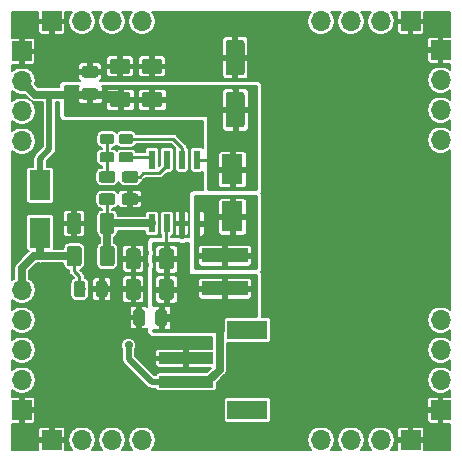
<source format=gtl>
G04 #@! TF.GenerationSoftware,KiCad,Pcbnew,5.0.2-5.0.2*
G04 #@! TF.CreationDate,2019-03-07T18:12:43+01:00*
G04 #@! TF.ProjectId,battery-manager,62617474-6572-4792-9d6d-616e61676572,rev?*
G04 #@! TF.SameCoordinates,PX7270e00PY5f5e100*
G04 #@! TF.FileFunction,Copper,L1,Top*
G04 #@! TF.FilePolarity,Positive*
%FSLAX46Y46*%
G04 Gerber Fmt 4.6, Leading zero omitted, Abs format (unit mm)*
G04 Created by KiCad (PCBNEW 5.0.2-5.0.2) date Do 07 Mär 2019 18:12:43 CET*
%MOMM*%
%LPD*%
G01*
G04 APERTURE LIST*
G04 #@! TA.AperFunction,SMDPad,CuDef*
%ADD10R,1.800000X2.500000*%
G04 #@! TD*
G04 #@! TA.AperFunction,Conductor*
%ADD11C,0.100000*%
G04 #@! TD*
G04 #@! TA.AperFunction,SMDPad,CuDef*
%ADD12C,0.975000*%
G04 #@! TD*
G04 #@! TA.AperFunction,SMDPad,CuDef*
%ADD13R,4.599940X0.998220*%
G04 #@! TD*
G04 #@! TA.AperFunction,SMDPad,CuDef*
%ADD14R,3.398520X1.597660*%
G04 #@! TD*
G04 #@! TA.AperFunction,ComponentPad*
%ADD15O,1.700000X1.700000*%
G04 #@! TD*
G04 #@! TA.AperFunction,ComponentPad*
%ADD16R,1.700000X1.700000*%
G04 #@! TD*
G04 #@! TA.AperFunction,SMDPad,CuDef*
%ADD17C,1.250000*%
G04 #@! TD*
G04 #@! TA.AperFunction,SMDPad,CuDef*
%ADD18R,3.900000X1.200000*%
G04 #@! TD*
G04 #@! TA.AperFunction,SMDPad,CuDef*
%ADD19C,0.850000*%
G04 #@! TD*
G04 #@! TA.AperFunction,SMDPad,CuDef*
%ADD20C,1.600000*%
G04 #@! TD*
G04 #@! TA.AperFunction,SMDPad,CuDef*
%ADD21R,2.350000X2.350000*%
G04 #@! TD*
G04 #@! TA.AperFunction,SMDPad,CuDef*
%ADD22R,0.600000X1.550000*%
G04 #@! TD*
G04 #@! TA.AperFunction,ViaPad*
%ADD23C,0.400000*%
G04 #@! TD*
G04 #@! TA.AperFunction,ViaPad*
%ADD24C,0.700000*%
G04 #@! TD*
G04 #@! TA.AperFunction,Conductor*
%ADD25C,0.254000*%
G04 #@! TD*
G04 #@! TA.AperFunction,Conductor*
%ADD26C,0.635000*%
G04 #@! TD*
G04 #@! TA.AperFunction,Conductor*
%ADD27C,0.508000*%
G04 #@! TD*
G04 #@! TA.AperFunction,Conductor*
%ADD28C,0.203200*%
G04 #@! TD*
G04 APERTURE END LIST*
D10*
G04 #@! TO.P,D4,1*
G04 #@! TO.N,/VOUT*
X2800000Y22850000D03*
G04 #@! TO.P,D4,2*
G04 #@! TO.N,/USB_VBUS*
X2800000Y18850000D03*
G04 #@! TD*
D11*
G04 #@! TO.N,/USB_VBUS*
G04 #@! TO.C,R4*
G36*
X6430142Y14748826D02*
X6453803Y14745316D01*
X6477007Y14739504D01*
X6499529Y14731446D01*
X6521153Y14721218D01*
X6541670Y14708921D01*
X6560883Y14694671D01*
X6578607Y14678607D01*
X6594671Y14660883D01*
X6608921Y14641670D01*
X6621218Y14621153D01*
X6631446Y14599529D01*
X6639504Y14577007D01*
X6645316Y14553803D01*
X6648826Y14530142D01*
X6650000Y14506250D01*
X6650000Y13593750D01*
X6648826Y13569858D01*
X6645316Y13546197D01*
X6639504Y13522993D01*
X6631446Y13500471D01*
X6621218Y13478847D01*
X6608921Y13458330D01*
X6594671Y13439117D01*
X6578607Y13421393D01*
X6560883Y13405329D01*
X6541670Y13391079D01*
X6521153Y13378782D01*
X6499529Y13368554D01*
X6477007Y13360496D01*
X6453803Y13354684D01*
X6430142Y13351174D01*
X6406250Y13350000D01*
X5918750Y13350000D01*
X5894858Y13351174D01*
X5871197Y13354684D01*
X5847993Y13360496D01*
X5825471Y13368554D01*
X5803847Y13378782D01*
X5783330Y13391079D01*
X5764117Y13405329D01*
X5746393Y13421393D01*
X5730329Y13439117D01*
X5716079Y13458330D01*
X5703782Y13478847D01*
X5693554Y13500471D01*
X5685496Y13522993D01*
X5679684Y13546197D01*
X5676174Y13569858D01*
X5675000Y13593750D01*
X5675000Y14506250D01*
X5676174Y14530142D01*
X5679684Y14553803D01*
X5685496Y14577007D01*
X5693554Y14599529D01*
X5703782Y14621153D01*
X5716079Y14641670D01*
X5730329Y14660883D01*
X5746393Y14678607D01*
X5764117Y14694671D01*
X5783330Y14708921D01*
X5803847Y14721218D01*
X5825471Y14731446D01*
X5847993Y14739504D01*
X5871197Y14745316D01*
X5894858Y14748826D01*
X5918750Y14750000D01*
X6406250Y14750000D01*
X6430142Y14748826D01*
X6430142Y14748826D01*
G37*
D12*
G04 #@! TD*
G04 #@! TO.P,R4,1*
G04 #@! TO.N,/USB_VBUS*
X6162500Y14050000D03*
D11*
G04 #@! TO.N,GND*
G04 #@! TO.C,R4*
G36*
X8305142Y14748826D02*
X8328803Y14745316D01*
X8352007Y14739504D01*
X8374529Y14731446D01*
X8396153Y14721218D01*
X8416670Y14708921D01*
X8435883Y14694671D01*
X8453607Y14678607D01*
X8469671Y14660883D01*
X8483921Y14641670D01*
X8496218Y14621153D01*
X8506446Y14599529D01*
X8514504Y14577007D01*
X8520316Y14553803D01*
X8523826Y14530142D01*
X8525000Y14506250D01*
X8525000Y13593750D01*
X8523826Y13569858D01*
X8520316Y13546197D01*
X8514504Y13522993D01*
X8506446Y13500471D01*
X8496218Y13478847D01*
X8483921Y13458330D01*
X8469671Y13439117D01*
X8453607Y13421393D01*
X8435883Y13405329D01*
X8416670Y13391079D01*
X8396153Y13378782D01*
X8374529Y13368554D01*
X8352007Y13360496D01*
X8328803Y13354684D01*
X8305142Y13351174D01*
X8281250Y13350000D01*
X7793750Y13350000D01*
X7769858Y13351174D01*
X7746197Y13354684D01*
X7722993Y13360496D01*
X7700471Y13368554D01*
X7678847Y13378782D01*
X7658330Y13391079D01*
X7639117Y13405329D01*
X7621393Y13421393D01*
X7605329Y13439117D01*
X7591079Y13458330D01*
X7578782Y13478847D01*
X7568554Y13500471D01*
X7560496Y13522993D01*
X7554684Y13546197D01*
X7551174Y13569858D01*
X7550000Y13593750D01*
X7550000Y14506250D01*
X7551174Y14530142D01*
X7554684Y14553803D01*
X7560496Y14577007D01*
X7568554Y14599529D01*
X7578782Y14621153D01*
X7591079Y14641670D01*
X7605329Y14660883D01*
X7621393Y14678607D01*
X7639117Y14694671D01*
X7658330Y14708921D01*
X7678847Y14721218D01*
X7700471Y14731446D01*
X7722993Y14739504D01*
X7746197Y14745316D01*
X7769858Y14748826D01*
X7793750Y14750000D01*
X8281250Y14750000D01*
X8305142Y14748826D01*
X8305142Y14748826D01*
G37*
D12*
G04 #@! TD*
G04 #@! TO.P,R4,2*
G04 #@! TO.N,GND*
X8037500Y14050000D03*
D13*
G04 #@! TO.P,J9,1*
G04 #@! TO.N,GND*
X15174928Y8196162D03*
G04 #@! TO.P,J9,2*
G04 #@! TO.N,/BAT*
X15174928Y6199722D03*
D14*
G04 #@! TO.P,J9,NC1*
G04 #@! TO.N,Net-(J9-PadNC1)*
X20371768Y10596462D03*
G04 #@! TO.P,J9,NC2*
G04 #@! TO.N,Net-(J9-PadNC2)*
X20371768Y3799422D03*
G04 #@! TD*
D15*
G04 #@! TO.P,J8,4*
G04 #@! TO.N,Net-(J8-Pad4)*
X36730000Y11430000D03*
G04 #@! TO.P,J8,3*
G04 #@! TO.N,Net-(J8-Pad3)*
X36730000Y8890000D03*
G04 #@! TO.P,J8,2*
G04 #@! TO.N,Net-(J8-Pad2)*
X36730000Y6350000D03*
D16*
G04 #@! TO.P,J8,1*
G04 #@! TO.N,GND*
X36730000Y3810000D03*
G04 #@! TD*
G04 #@! TO.P,J7,1*
G04 #@! TO.N,GND*
X34190000Y36730000D03*
D15*
G04 #@! TO.P,J7,2*
G04 #@! TO.N,Net-(J7-Pad2)*
X31650000Y36730000D03*
G04 #@! TO.P,J7,3*
G04 #@! TO.N,Net-(J7-Pad3)*
X29110000Y36730000D03*
G04 #@! TO.P,J7,4*
G04 #@! TO.N,Net-(J7-Pad4)*
X26570000Y36730000D03*
G04 #@! TD*
D16*
G04 #@! TO.P,J2,1*
G04 #@! TO.N,GND*
X34190000Y1270000D03*
D15*
G04 #@! TO.P,J2,2*
G04 #@! TO.N,Net-(J2-Pad2)*
X31650000Y1270000D03*
G04 #@! TO.P,J2,3*
G04 #@! TO.N,Net-(J2-Pad3)*
X29110000Y1270000D03*
G04 #@! TO.P,J2,4*
G04 #@! TO.N,Net-(J2-Pad4)*
X26570000Y1270000D03*
G04 #@! TD*
G04 #@! TO.P,J3,4*
G04 #@! TO.N,Net-(J3-Pad4)*
X36730000Y26670000D03*
G04 #@! TO.P,J3,3*
G04 #@! TO.N,Net-(J3-Pad3)*
X36730000Y29210000D03*
G04 #@! TO.P,J3,2*
G04 #@! TO.N,Net-(J3-Pad2)*
X36730000Y31750000D03*
D16*
G04 #@! TO.P,J3,1*
G04 #@! TO.N,GND*
X36730000Y34290000D03*
G04 #@! TD*
G04 #@! TO.P,J5,1*
G04 #@! TO.N,GND*
X3810000Y1270000D03*
D15*
G04 #@! TO.P,J5,2*
G04 #@! TO.N,Net-(J5-Pad2)*
X6350000Y1270000D03*
G04 #@! TO.P,J5,3*
G04 #@! TO.N,Net-(J5-Pad3)*
X8890000Y1270000D03*
G04 #@! TO.P,J5,4*
G04 #@! TO.N,Net-(J5-Pad4)*
X11430000Y1270000D03*
G04 #@! TD*
G04 #@! TO.P,J6,4*
G04 #@! TO.N,Net-(J6-Pad4)*
X1270000Y26570000D03*
G04 #@! TO.P,J6,3*
G04 #@! TO.N,Net-(J6-Pad3)*
X1270000Y29110000D03*
G04 #@! TO.P,J6,2*
G04 #@! TO.N,/VOUT*
X1270000Y31650000D03*
D16*
G04 #@! TO.P,J6,1*
G04 #@! TO.N,GND*
X1270000Y34190000D03*
G04 #@! TD*
G04 #@! TO.P,J4,1*
G04 #@! TO.N,GND*
X3810000Y36730000D03*
D15*
G04 #@! TO.P,J4,2*
G04 #@! TO.N,Net-(J4-Pad2)*
X6350000Y36730000D03*
G04 #@! TO.P,J4,3*
G04 #@! TO.N,Net-(J4-Pad3)*
X8890000Y36730000D03*
G04 #@! TO.P,J4,4*
G04 #@! TO.N,Net-(J4-Pad4)*
X11430000Y36730000D03*
G04 #@! TD*
D11*
G04 #@! TO.N,GND*
G04 #@! TO.C,C8*
G36*
X6083913Y20492510D02*
X6108182Y20488910D01*
X6131980Y20482949D01*
X6155080Y20474684D01*
X6177258Y20464194D01*
X6198302Y20451581D01*
X6218007Y20436967D01*
X6236186Y20420491D01*
X6252662Y20402312D01*
X6267276Y20382607D01*
X6279889Y20361563D01*
X6290379Y20339385D01*
X6298644Y20316285D01*
X6304605Y20292487D01*
X6308205Y20268218D01*
X6309409Y20243714D01*
X6309409Y18993714D01*
X6308205Y18969210D01*
X6304605Y18944941D01*
X6298644Y18921143D01*
X6290379Y18898043D01*
X6279889Y18875865D01*
X6267276Y18854821D01*
X6252662Y18835116D01*
X6236186Y18816937D01*
X6218007Y18800461D01*
X6198302Y18785847D01*
X6177258Y18773234D01*
X6155080Y18762744D01*
X6131980Y18754479D01*
X6108182Y18748518D01*
X6083913Y18744918D01*
X6059409Y18743714D01*
X5309409Y18743714D01*
X5284905Y18744918D01*
X5260636Y18748518D01*
X5236838Y18754479D01*
X5213738Y18762744D01*
X5191560Y18773234D01*
X5170516Y18785847D01*
X5150811Y18800461D01*
X5132632Y18816937D01*
X5116156Y18835116D01*
X5101542Y18854821D01*
X5088929Y18875865D01*
X5078439Y18898043D01*
X5070174Y18921143D01*
X5064213Y18944941D01*
X5060613Y18969210D01*
X5059409Y18993714D01*
X5059409Y20243714D01*
X5060613Y20268218D01*
X5064213Y20292487D01*
X5070174Y20316285D01*
X5078439Y20339385D01*
X5088929Y20361563D01*
X5101542Y20382607D01*
X5116156Y20402312D01*
X5132632Y20420491D01*
X5150811Y20436967D01*
X5170516Y20451581D01*
X5191560Y20464194D01*
X5213738Y20474684D01*
X5236838Y20482949D01*
X5260636Y20488910D01*
X5284905Y20492510D01*
X5309409Y20493714D01*
X6059409Y20493714D01*
X6083913Y20492510D01*
X6083913Y20492510D01*
G37*
D17*
G04 #@! TD*
G04 #@! TO.P,C8,2*
G04 #@! TO.N,GND*
X5684409Y19618714D03*
D11*
G04 #@! TO.N,/VCC*
G04 #@! TO.C,C8*
G36*
X8883913Y20492510D02*
X8908182Y20488910D01*
X8931980Y20482949D01*
X8955080Y20474684D01*
X8977258Y20464194D01*
X8998302Y20451581D01*
X9018007Y20436967D01*
X9036186Y20420491D01*
X9052662Y20402312D01*
X9067276Y20382607D01*
X9079889Y20361563D01*
X9090379Y20339385D01*
X9098644Y20316285D01*
X9104605Y20292487D01*
X9108205Y20268218D01*
X9109409Y20243714D01*
X9109409Y18993714D01*
X9108205Y18969210D01*
X9104605Y18944941D01*
X9098644Y18921143D01*
X9090379Y18898043D01*
X9079889Y18875865D01*
X9067276Y18854821D01*
X9052662Y18835116D01*
X9036186Y18816937D01*
X9018007Y18800461D01*
X8998302Y18785847D01*
X8977258Y18773234D01*
X8955080Y18762744D01*
X8931980Y18754479D01*
X8908182Y18748518D01*
X8883913Y18744918D01*
X8859409Y18743714D01*
X8109409Y18743714D01*
X8084905Y18744918D01*
X8060636Y18748518D01*
X8036838Y18754479D01*
X8013738Y18762744D01*
X7991560Y18773234D01*
X7970516Y18785847D01*
X7950811Y18800461D01*
X7932632Y18816937D01*
X7916156Y18835116D01*
X7901542Y18854821D01*
X7888929Y18875865D01*
X7878439Y18898043D01*
X7870174Y18921143D01*
X7864213Y18944941D01*
X7860613Y18969210D01*
X7859409Y18993714D01*
X7859409Y20243714D01*
X7860613Y20268218D01*
X7864213Y20292487D01*
X7870174Y20316285D01*
X7878439Y20339385D01*
X7888929Y20361563D01*
X7901542Y20382607D01*
X7916156Y20402312D01*
X7932632Y20420491D01*
X7950811Y20436967D01*
X7970516Y20451581D01*
X7991560Y20464194D01*
X8013738Y20474684D01*
X8036838Y20482949D01*
X8060636Y20488910D01*
X8084905Y20492510D01*
X8109409Y20493714D01*
X8859409Y20493714D01*
X8883913Y20492510D01*
X8883913Y20492510D01*
G37*
D17*
G04 #@! TD*
G04 #@! TO.P,C8,1*
G04 #@! TO.N,/VCC*
X8484409Y19618714D03*
D11*
G04 #@! TO.N,GND*
G04 #@! TO.C,C7*
G36*
X12933913Y33542511D02*
X12958182Y33538911D01*
X12981980Y33532950D01*
X13005080Y33524685D01*
X13027258Y33514195D01*
X13048302Y33501582D01*
X13068007Y33486968D01*
X13086186Y33470492D01*
X13102662Y33452313D01*
X13117276Y33432608D01*
X13129889Y33411564D01*
X13140379Y33389386D01*
X13148644Y33366286D01*
X13154605Y33342488D01*
X13158205Y33318219D01*
X13159409Y33293715D01*
X13159409Y32543715D01*
X13158205Y32519211D01*
X13154605Y32494942D01*
X13148644Y32471144D01*
X13140379Y32448044D01*
X13129889Y32425866D01*
X13117276Y32404822D01*
X13102662Y32385117D01*
X13086186Y32366938D01*
X13068007Y32350462D01*
X13048302Y32335848D01*
X13027258Y32323235D01*
X13005080Y32312745D01*
X12981980Y32304480D01*
X12958182Y32298519D01*
X12933913Y32294919D01*
X12909409Y32293715D01*
X11659409Y32293715D01*
X11634905Y32294919D01*
X11610636Y32298519D01*
X11586838Y32304480D01*
X11563738Y32312745D01*
X11541560Y32323235D01*
X11520516Y32335848D01*
X11500811Y32350462D01*
X11482632Y32366938D01*
X11466156Y32385117D01*
X11451542Y32404822D01*
X11438929Y32425866D01*
X11428439Y32448044D01*
X11420174Y32471144D01*
X11414213Y32494942D01*
X11410613Y32519211D01*
X11409409Y32543715D01*
X11409409Y33293715D01*
X11410613Y33318219D01*
X11414213Y33342488D01*
X11420174Y33366286D01*
X11428439Y33389386D01*
X11438929Y33411564D01*
X11451542Y33432608D01*
X11466156Y33452313D01*
X11482632Y33470492D01*
X11500811Y33486968D01*
X11520516Y33501582D01*
X11541560Y33514195D01*
X11563738Y33524685D01*
X11586838Y33532950D01*
X11610636Y33538911D01*
X11634905Y33542511D01*
X11659409Y33543715D01*
X12909409Y33543715D01*
X12933913Y33542511D01*
X12933913Y33542511D01*
G37*
D17*
G04 #@! TD*
G04 #@! TO.P,C7,2*
G04 #@! TO.N,GND*
X12284409Y32918715D03*
D11*
G04 #@! TO.N,/VOUT*
G04 #@! TO.C,C7*
G36*
X12933913Y30742511D02*
X12958182Y30738911D01*
X12981980Y30732950D01*
X13005080Y30724685D01*
X13027258Y30714195D01*
X13048302Y30701582D01*
X13068007Y30686968D01*
X13086186Y30670492D01*
X13102662Y30652313D01*
X13117276Y30632608D01*
X13129889Y30611564D01*
X13140379Y30589386D01*
X13148644Y30566286D01*
X13154605Y30542488D01*
X13158205Y30518219D01*
X13159409Y30493715D01*
X13159409Y29743715D01*
X13158205Y29719211D01*
X13154605Y29694942D01*
X13148644Y29671144D01*
X13140379Y29648044D01*
X13129889Y29625866D01*
X13117276Y29604822D01*
X13102662Y29585117D01*
X13086186Y29566938D01*
X13068007Y29550462D01*
X13048302Y29535848D01*
X13027258Y29523235D01*
X13005080Y29512745D01*
X12981980Y29504480D01*
X12958182Y29498519D01*
X12933913Y29494919D01*
X12909409Y29493715D01*
X11659409Y29493715D01*
X11634905Y29494919D01*
X11610636Y29498519D01*
X11586838Y29504480D01*
X11563738Y29512745D01*
X11541560Y29523235D01*
X11520516Y29535848D01*
X11500811Y29550462D01*
X11482632Y29566938D01*
X11466156Y29585117D01*
X11451542Y29604822D01*
X11438929Y29625866D01*
X11428439Y29648044D01*
X11420174Y29671144D01*
X11414213Y29694942D01*
X11410613Y29719211D01*
X11409409Y29743715D01*
X11409409Y30493715D01*
X11410613Y30518219D01*
X11414213Y30542488D01*
X11420174Y30566286D01*
X11428439Y30589386D01*
X11438929Y30611564D01*
X11451542Y30632608D01*
X11466156Y30652313D01*
X11482632Y30670492D01*
X11500811Y30686968D01*
X11520516Y30701582D01*
X11541560Y30714195D01*
X11563738Y30724685D01*
X11586838Y30732950D01*
X11610636Y30738911D01*
X11634905Y30742511D01*
X11659409Y30743715D01*
X12909409Y30743715D01*
X12933913Y30742511D01*
X12933913Y30742511D01*
G37*
D17*
G04 #@! TD*
G04 #@! TO.P,C7,1*
G04 #@! TO.N,/VOUT*
X12284409Y30118715D03*
D11*
G04 #@! TO.N,/VOUT*
G04 #@! TO.C,C6*
G36*
X10233913Y30742510D02*
X10258182Y30738910D01*
X10281980Y30732949D01*
X10305080Y30724684D01*
X10327258Y30714194D01*
X10348302Y30701581D01*
X10368007Y30686967D01*
X10386186Y30670491D01*
X10402662Y30652312D01*
X10417276Y30632607D01*
X10429889Y30611563D01*
X10440379Y30589385D01*
X10448644Y30566285D01*
X10454605Y30542487D01*
X10458205Y30518218D01*
X10459409Y30493714D01*
X10459409Y29743714D01*
X10458205Y29719210D01*
X10454605Y29694941D01*
X10448644Y29671143D01*
X10440379Y29648043D01*
X10429889Y29625865D01*
X10417276Y29604821D01*
X10402662Y29585116D01*
X10386186Y29566937D01*
X10368007Y29550461D01*
X10348302Y29535847D01*
X10327258Y29523234D01*
X10305080Y29512744D01*
X10281980Y29504479D01*
X10258182Y29498518D01*
X10233913Y29494918D01*
X10209409Y29493714D01*
X8959409Y29493714D01*
X8934905Y29494918D01*
X8910636Y29498518D01*
X8886838Y29504479D01*
X8863738Y29512744D01*
X8841560Y29523234D01*
X8820516Y29535847D01*
X8800811Y29550461D01*
X8782632Y29566937D01*
X8766156Y29585116D01*
X8751542Y29604821D01*
X8738929Y29625865D01*
X8728439Y29648043D01*
X8720174Y29671143D01*
X8714213Y29694941D01*
X8710613Y29719210D01*
X8709409Y29743714D01*
X8709409Y30493714D01*
X8710613Y30518218D01*
X8714213Y30542487D01*
X8720174Y30566285D01*
X8728439Y30589385D01*
X8738929Y30611563D01*
X8751542Y30632607D01*
X8766156Y30652312D01*
X8782632Y30670491D01*
X8800811Y30686967D01*
X8820516Y30701581D01*
X8841560Y30714194D01*
X8863738Y30724684D01*
X8886838Y30732949D01*
X8910636Y30738910D01*
X8934905Y30742510D01*
X8959409Y30743714D01*
X10209409Y30743714D01*
X10233913Y30742510D01*
X10233913Y30742510D01*
G37*
D17*
G04 #@! TD*
G04 #@! TO.P,C6,1*
G04 #@! TO.N,/VOUT*
X9584409Y30118714D03*
D11*
G04 #@! TO.N,GND*
G04 #@! TO.C,C6*
G36*
X10233913Y33542510D02*
X10258182Y33538910D01*
X10281980Y33532949D01*
X10305080Y33524684D01*
X10327258Y33514194D01*
X10348302Y33501581D01*
X10368007Y33486967D01*
X10386186Y33470491D01*
X10402662Y33452312D01*
X10417276Y33432607D01*
X10429889Y33411563D01*
X10440379Y33389385D01*
X10448644Y33366285D01*
X10454605Y33342487D01*
X10458205Y33318218D01*
X10459409Y33293714D01*
X10459409Y32543714D01*
X10458205Y32519210D01*
X10454605Y32494941D01*
X10448644Y32471143D01*
X10440379Y32448043D01*
X10429889Y32425865D01*
X10417276Y32404821D01*
X10402662Y32385116D01*
X10386186Y32366937D01*
X10368007Y32350461D01*
X10348302Y32335847D01*
X10327258Y32323234D01*
X10305080Y32312744D01*
X10281980Y32304479D01*
X10258182Y32298518D01*
X10233913Y32294918D01*
X10209409Y32293714D01*
X8959409Y32293714D01*
X8934905Y32294918D01*
X8910636Y32298518D01*
X8886838Y32304479D01*
X8863738Y32312744D01*
X8841560Y32323234D01*
X8820516Y32335847D01*
X8800811Y32350461D01*
X8782632Y32366937D01*
X8766156Y32385116D01*
X8751542Y32404821D01*
X8738929Y32425865D01*
X8728439Y32448043D01*
X8720174Y32471143D01*
X8714213Y32494941D01*
X8710613Y32519210D01*
X8709409Y32543714D01*
X8709409Y33293714D01*
X8710613Y33318218D01*
X8714213Y33342487D01*
X8720174Y33366285D01*
X8728439Y33389385D01*
X8738929Y33411563D01*
X8751542Y33432607D01*
X8766156Y33452312D01*
X8782632Y33470491D01*
X8800811Y33486967D01*
X8820516Y33501581D01*
X8841560Y33514194D01*
X8863738Y33524684D01*
X8886838Y33532949D01*
X8910636Y33538910D01*
X8934905Y33542510D01*
X8959409Y33543714D01*
X10209409Y33543714D01*
X10233913Y33542510D01*
X10233913Y33542510D01*
G37*
D17*
G04 #@! TD*
G04 #@! TO.P,C6,2*
G04 #@! TO.N,GND*
X9584409Y32918714D03*
D18*
G04 #@! TO.P,L1,1*
G04 #@! TO.N,/SW*
X18434409Y16918714D03*
G04 #@! TO.P,L1,2*
G04 #@! TO.N,/BAT*
X18434409Y14118714D03*
G04 #@! TD*
D11*
G04 #@! TO.N,Net-(D2-Pad2)*
G04 #@! TO.C,D3*
G36*
X8892738Y25642692D02*
X8913366Y25639632D01*
X8933594Y25634565D01*
X8953229Y25627539D01*
X8972081Y25618623D01*
X8989968Y25607902D01*
X9006718Y25595480D01*
X9022169Y25581475D01*
X9036174Y25566024D01*
X9048596Y25549274D01*
X9059317Y25531387D01*
X9068233Y25512535D01*
X9075259Y25492900D01*
X9080326Y25472672D01*
X9083386Y25452044D01*
X9084409Y25431215D01*
X9084409Y25006215D01*
X9083386Y24985386D01*
X9080326Y24964758D01*
X9075259Y24944530D01*
X9068233Y24924895D01*
X9059317Y24906043D01*
X9048596Y24888156D01*
X9036174Y24871406D01*
X9022169Y24855955D01*
X9006718Y24841950D01*
X8989968Y24829528D01*
X8972081Y24818807D01*
X8953229Y24809891D01*
X8933594Y24802865D01*
X8913366Y24797798D01*
X8892738Y24794738D01*
X8871909Y24793715D01*
X8071909Y24793715D01*
X8051080Y24794738D01*
X8030452Y24797798D01*
X8010224Y24802865D01*
X7990589Y24809891D01*
X7971737Y24818807D01*
X7953850Y24829528D01*
X7937100Y24841950D01*
X7921649Y24855955D01*
X7907644Y24871406D01*
X7895222Y24888156D01*
X7884501Y24906043D01*
X7875585Y24924895D01*
X7868559Y24944530D01*
X7863492Y24964758D01*
X7860432Y24985386D01*
X7859409Y25006215D01*
X7859409Y25431215D01*
X7860432Y25452044D01*
X7863492Y25472672D01*
X7868559Y25492900D01*
X7875585Y25512535D01*
X7884501Y25531387D01*
X7895222Y25549274D01*
X7907644Y25566024D01*
X7921649Y25581475D01*
X7937100Y25595480D01*
X7953850Y25607902D01*
X7971737Y25618623D01*
X7990589Y25627539D01*
X8010224Y25634565D01*
X8030452Y25639632D01*
X8051080Y25642692D01*
X8071909Y25643715D01*
X8871909Y25643715D01*
X8892738Y25642692D01*
X8892738Y25642692D01*
G37*
D19*
G04 #@! TD*
G04 #@! TO.P,D3,2*
G04 #@! TO.N,Net-(D2-Pad2)*
X8471909Y25218715D03*
D11*
G04 #@! TO.N,Net-(D3-Pad1)*
G04 #@! TO.C,D3*
G36*
X10517738Y25642692D02*
X10538366Y25639632D01*
X10558594Y25634565D01*
X10578229Y25627539D01*
X10597081Y25618623D01*
X10614968Y25607902D01*
X10631718Y25595480D01*
X10647169Y25581475D01*
X10661174Y25566024D01*
X10673596Y25549274D01*
X10684317Y25531387D01*
X10693233Y25512535D01*
X10700259Y25492900D01*
X10705326Y25472672D01*
X10708386Y25452044D01*
X10709409Y25431215D01*
X10709409Y25006215D01*
X10708386Y24985386D01*
X10705326Y24964758D01*
X10700259Y24944530D01*
X10693233Y24924895D01*
X10684317Y24906043D01*
X10673596Y24888156D01*
X10661174Y24871406D01*
X10647169Y24855955D01*
X10631718Y24841950D01*
X10614968Y24829528D01*
X10597081Y24818807D01*
X10578229Y24809891D01*
X10558594Y24802865D01*
X10538366Y24797798D01*
X10517738Y24794738D01*
X10496909Y24793715D01*
X9696909Y24793715D01*
X9676080Y24794738D01*
X9655452Y24797798D01*
X9635224Y24802865D01*
X9615589Y24809891D01*
X9596737Y24818807D01*
X9578850Y24829528D01*
X9562100Y24841950D01*
X9546649Y24855955D01*
X9532644Y24871406D01*
X9520222Y24888156D01*
X9509501Y24906043D01*
X9500585Y24924895D01*
X9493559Y24944530D01*
X9488492Y24964758D01*
X9485432Y24985386D01*
X9484409Y25006215D01*
X9484409Y25431215D01*
X9485432Y25452044D01*
X9488492Y25472672D01*
X9493559Y25492900D01*
X9500585Y25512535D01*
X9509501Y25531387D01*
X9520222Y25549274D01*
X9532644Y25566024D01*
X9546649Y25581475D01*
X9562100Y25595480D01*
X9578850Y25607902D01*
X9596737Y25618623D01*
X9615589Y25627539D01*
X9635224Y25634565D01*
X9655452Y25639632D01*
X9676080Y25642692D01*
X9696909Y25643715D01*
X10496909Y25643715D01*
X10517738Y25642692D01*
X10517738Y25642692D01*
G37*
D19*
G04 #@! TD*
G04 #@! TO.P,D3,1*
G04 #@! TO.N,Net-(D3-Pad1)*
X10096909Y25218715D03*
D11*
G04 #@! TO.N,Net-(D2-Pad1)*
G04 #@! TO.C,D2*
G36*
X10522737Y27187692D02*
X10543365Y27184632D01*
X10563593Y27179565D01*
X10583228Y27172539D01*
X10602080Y27163623D01*
X10619967Y27152902D01*
X10636717Y27140480D01*
X10652168Y27126475D01*
X10666173Y27111024D01*
X10678595Y27094274D01*
X10689316Y27076387D01*
X10698232Y27057535D01*
X10705258Y27037900D01*
X10710325Y27017672D01*
X10713385Y26997044D01*
X10714408Y26976215D01*
X10714408Y26551215D01*
X10713385Y26530386D01*
X10710325Y26509758D01*
X10705258Y26489530D01*
X10698232Y26469895D01*
X10689316Y26451043D01*
X10678595Y26433156D01*
X10666173Y26416406D01*
X10652168Y26400955D01*
X10636717Y26386950D01*
X10619967Y26374528D01*
X10602080Y26363807D01*
X10583228Y26354891D01*
X10563593Y26347865D01*
X10543365Y26342798D01*
X10522737Y26339738D01*
X10501908Y26338715D01*
X9701908Y26338715D01*
X9681079Y26339738D01*
X9660451Y26342798D01*
X9640223Y26347865D01*
X9620588Y26354891D01*
X9601736Y26363807D01*
X9583849Y26374528D01*
X9567099Y26386950D01*
X9551648Y26400955D01*
X9537643Y26416406D01*
X9525221Y26433156D01*
X9514500Y26451043D01*
X9505584Y26469895D01*
X9498558Y26489530D01*
X9493491Y26509758D01*
X9490431Y26530386D01*
X9489408Y26551215D01*
X9489408Y26976215D01*
X9490431Y26997044D01*
X9493491Y27017672D01*
X9498558Y27037900D01*
X9505584Y27057535D01*
X9514500Y27076387D01*
X9525221Y27094274D01*
X9537643Y27111024D01*
X9551648Y27126475D01*
X9567099Y27140480D01*
X9583849Y27152902D01*
X9601736Y27163623D01*
X9620588Y27172539D01*
X9640223Y27179565D01*
X9660451Y27184632D01*
X9681079Y27187692D01*
X9701908Y27188715D01*
X10501908Y27188715D01*
X10522737Y27187692D01*
X10522737Y27187692D01*
G37*
D19*
G04 #@! TD*
G04 #@! TO.P,D2,1*
G04 #@! TO.N,Net-(D2-Pad1)*
X10101908Y26763715D03*
D11*
G04 #@! TO.N,Net-(D2-Pad2)*
G04 #@! TO.C,D2*
G36*
X8897737Y27187692D02*
X8918365Y27184632D01*
X8938593Y27179565D01*
X8958228Y27172539D01*
X8977080Y27163623D01*
X8994967Y27152902D01*
X9011717Y27140480D01*
X9027168Y27126475D01*
X9041173Y27111024D01*
X9053595Y27094274D01*
X9064316Y27076387D01*
X9073232Y27057535D01*
X9080258Y27037900D01*
X9085325Y27017672D01*
X9088385Y26997044D01*
X9089408Y26976215D01*
X9089408Y26551215D01*
X9088385Y26530386D01*
X9085325Y26509758D01*
X9080258Y26489530D01*
X9073232Y26469895D01*
X9064316Y26451043D01*
X9053595Y26433156D01*
X9041173Y26416406D01*
X9027168Y26400955D01*
X9011717Y26386950D01*
X8994967Y26374528D01*
X8977080Y26363807D01*
X8958228Y26354891D01*
X8938593Y26347865D01*
X8918365Y26342798D01*
X8897737Y26339738D01*
X8876908Y26338715D01*
X8076908Y26338715D01*
X8056079Y26339738D01*
X8035451Y26342798D01*
X8015223Y26347865D01*
X7995588Y26354891D01*
X7976736Y26363807D01*
X7958849Y26374528D01*
X7942099Y26386950D01*
X7926648Y26400955D01*
X7912643Y26416406D01*
X7900221Y26433156D01*
X7889500Y26451043D01*
X7880584Y26469895D01*
X7873558Y26489530D01*
X7868491Y26509758D01*
X7865431Y26530386D01*
X7864408Y26551215D01*
X7864408Y26976215D01*
X7865431Y26997044D01*
X7868491Y27017672D01*
X7873558Y27037900D01*
X7880584Y27057535D01*
X7889500Y27076387D01*
X7900221Y27094274D01*
X7912643Y27111024D01*
X7926648Y27126475D01*
X7942099Y27140480D01*
X7958849Y27152902D01*
X7976736Y27163623D01*
X7995588Y27172539D01*
X8015223Y27179565D01*
X8035451Y27184632D01*
X8056079Y27187692D01*
X8076908Y27188715D01*
X8876908Y27188715D01*
X8897737Y27187692D01*
X8897737Y27187692D01*
G37*
D19*
G04 #@! TD*
G04 #@! TO.P,D2,2*
G04 #@! TO.N,Net-(D2-Pad2)*
X8476908Y26763715D03*
D11*
G04 #@! TO.N,/VCC*
G04 #@! TO.C,R3*
G36*
X8964551Y22167540D02*
X8988212Y22164030D01*
X9011416Y22158218D01*
X9033938Y22150160D01*
X9055562Y22139932D01*
X9076079Y22127635D01*
X9095292Y22113385D01*
X9113016Y22097321D01*
X9129080Y22079597D01*
X9143330Y22060384D01*
X9155627Y22039867D01*
X9165855Y22018243D01*
X9173913Y21995721D01*
X9179725Y21972517D01*
X9183235Y21948856D01*
X9184409Y21924964D01*
X9184409Y21437464D01*
X9183235Y21413572D01*
X9179725Y21389911D01*
X9173913Y21366707D01*
X9165855Y21344185D01*
X9155627Y21322561D01*
X9143330Y21302044D01*
X9129080Y21282831D01*
X9113016Y21265107D01*
X9095292Y21249043D01*
X9076079Y21234793D01*
X9055562Y21222496D01*
X9033938Y21212268D01*
X9011416Y21204210D01*
X8988212Y21198398D01*
X8964551Y21194888D01*
X8940659Y21193714D01*
X8028159Y21193714D01*
X8004267Y21194888D01*
X7980606Y21198398D01*
X7957402Y21204210D01*
X7934880Y21212268D01*
X7913256Y21222496D01*
X7892739Y21234793D01*
X7873526Y21249043D01*
X7855802Y21265107D01*
X7839738Y21282831D01*
X7825488Y21302044D01*
X7813191Y21322561D01*
X7802963Y21344185D01*
X7794905Y21366707D01*
X7789093Y21389911D01*
X7785583Y21413572D01*
X7784409Y21437464D01*
X7784409Y21924964D01*
X7785583Y21948856D01*
X7789093Y21972517D01*
X7794905Y21995721D01*
X7802963Y22018243D01*
X7813191Y22039867D01*
X7825488Y22060384D01*
X7839738Y22079597D01*
X7855802Y22097321D01*
X7873526Y22113385D01*
X7892739Y22127635D01*
X7913256Y22139932D01*
X7934880Y22150160D01*
X7957402Y22158218D01*
X7980606Y22164030D01*
X8004267Y22167540D01*
X8028159Y22168714D01*
X8940659Y22168714D01*
X8964551Y22167540D01*
X8964551Y22167540D01*
G37*
D12*
G04 #@! TD*
G04 #@! TO.P,R3,1*
G04 #@! TO.N,/VCC*
X8484409Y21681214D03*
D11*
G04 #@! TO.N,Net-(D2-Pad2)*
G04 #@! TO.C,R3*
G36*
X8964551Y24042540D02*
X8988212Y24039030D01*
X9011416Y24033218D01*
X9033938Y24025160D01*
X9055562Y24014932D01*
X9076079Y24002635D01*
X9095292Y23988385D01*
X9113016Y23972321D01*
X9129080Y23954597D01*
X9143330Y23935384D01*
X9155627Y23914867D01*
X9165855Y23893243D01*
X9173913Y23870721D01*
X9179725Y23847517D01*
X9183235Y23823856D01*
X9184409Y23799964D01*
X9184409Y23312464D01*
X9183235Y23288572D01*
X9179725Y23264911D01*
X9173913Y23241707D01*
X9165855Y23219185D01*
X9155627Y23197561D01*
X9143330Y23177044D01*
X9129080Y23157831D01*
X9113016Y23140107D01*
X9095292Y23124043D01*
X9076079Y23109793D01*
X9055562Y23097496D01*
X9033938Y23087268D01*
X9011416Y23079210D01*
X8988212Y23073398D01*
X8964551Y23069888D01*
X8940659Y23068714D01*
X8028159Y23068714D01*
X8004267Y23069888D01*
X7980606Y23073398D01*
X7957402Y23079210D01*
X7934880Y23087268D01*
X7913256Y23097496D01*
X7892739Y23109793D01*
X7873526Y23124043D01*
X7855802Y23140107D01*
X7839738Y23157831D01*
X7825488Y23177044D01*
X7813191Y23197561D01*
X7802963Y23219185D01*
X7794905Y23241707D01*
X7789093Y23264911D01*
X7785583Y23288572D01*
X7784409Y23312464D01*
X7784409Y23799964D01*
X7785583Y23823856D01*
X7789093Y23847517D01*
X7794905Y23870721D01*
X7802963Y23893243D01*
X7813191Y23914867D01*
X7825488Y23935384D01*
X7839738Y23954597D01*
X7855802Y23972321D01*
X7873526Y23988385D01*
X7892739Y24002635D01*
X7913256Y24014932D01*
X7934880Y24025160D01*
X7957402Y24033218D01*
X7980606Y24039030D01*
X8004267Y24042540D01*
X8028159Y24043714D01*
X8940659Y24043714D01*
X8964551Y24042540D01*
X8964551Y24042540D01*
G37*
D12*
G04 #@! TD*
G04 #@! TO.P,R3,2*
G04 #@! TO.N,Net-(D2-Pad2)*
X8484409Y23556214D03*
D11*
G04 #@! TO.N,/USB_VBUS*
G04 #@! TO.C,R2*
G36*
X6099504Y17723796D02*
X6123773Y17720196D01*
X6147571Y17714235D01*
X6170671Y17705970D01*
X6192849Y17695480D01*
X6213893Y17682867D01*
X6233598Y17668253D01*
X6251777Y17651777D01*
X6268253Y17633598D01*
X6282867Y17613893D01*
X6295480Y17592849D01*
X6305970Y17570671D01*
X6314235Y17547571D01*
X6320196Y17523773D01*
X6323796Y17499504D01*
X6325000Y17475000D01*
X6325000Y16225000D01*
X6323796Y16200496D01*
X6320196Y16176227D01*
X6314235Y16152429D01*
X6305970Y16129329D01*
X6295480Y16107151D01*
X6282867Y16086107D01*
X6268253Y16066402D01*
X6251777Y16048223D01*
X6233598Y16031747D01*
X6213893Y16017133D01*
X6192849Y16004520D01*
X6170671Y15994030D01*
X6147571Y15985765D01*
X6123773Y15979804D01*
X6099504Y15976204D01*
X6075000Y15975000D01*
X5325000Y15975000D01*
X5300496Y15976204D01*
X5276227Y15979804D01*
X5252429Y15985765D01*
X5229329Y15994030D01*
X5207151Y16004520D01*
X5186107Y16017133D01*
X5166402Y16031747D01*
X5148223Y16048223D01*
X5131747Y16066402D01*
X5117133Y16086107D01*
X5104520Y16107151D01*
X5094030Y16129329D01*
X5085765Y16152429D01*
X5079804Y16176227D01*
X5076204Y16200496D01*
X5075000Y16225000D01*
X5075000Y17475000D01*
X5076204Y17499504D01*
X5079804Y17523773D01*
X5085765Y17547571D01*
X5094030Y17570671D01*
X5104520Y17592849D01*
X5117133Y17613893D01*
X5131747Y17633598D01*
X5148223Y17651777D01*
X5166402Y17668253D01*
X5186107Y17682867D01*
X5207151Y17695480D01*
X5229329Y17705970D01*
X5252429Y17714235D01*
X5276227Y17720196D01*
X5300496Y17723796D01*
X5325000Y17725000D01*
X6075000Y17725000D01*
X6099504Y17723796D01*
X6099504Y17723796D01*
G37*
D17*
G04 #@! TD*
G04 #@! TO.P,R2,2*
G04 #@! TO.N,/USB_VBUS*
X5700000Y16850000D03*
D11*
G04 #@! TO.N,/VCC*
G04 #@! TO.C,R2*
G36*
X8899504Y17723796D02*
X8923773Y17720196D01*
X8947571Y17714235D01*
X8970671Y17705970D01*
X8992849Y17695480D01*
X9013893Y17682867D01*
X9033598Y17668253D01*
X9051777Y17651777D01*
X9068253Y17633598D01*
X9082867Y17613893D01*
X9095480Y17592849D01*
X9105970Y17570671D01*
X9114235Y17547571D01*
X9120196Y17523773D01*
X9123796Y17499504D01*
X9125000Y17475000D01*
X9125000Y16225000D01*
X9123796Y16200496D01*
X9120196Y16176227D01*
X9114235Y16152429D01*
X9105970Y16129329D01*
X9095480Y16107151D01*
X9082867Y16086107D01*
X9068253Y16066402D01*
X9051777Y16048223D01*
X9033598Y16031747D01*
X9013893Y16017133D01*
X8992849Y16004520D01*
X8970671Y15994030D01*
X8947571Y15985765D01*
X8923773Y15979804D01*
X8899504Y15976204D01*
X8875000Y15975000D01*
X8125000Y15975000D01*
X8100496Y15976204D01*
X8076227Y15979804D01*
X8052429Y15985765D01*
X8029329Y15994030D01*
X8007151Y16004520D01*
X7986107Y16017133D01*
X7966402Y16031747D01*
X7948223Y16048223D01*
X7931747Y16066402D01*
X7917133Y16086107D01*
X7904520Y16107151D01*
X7894030Y16129329D01*
X7885765Y16152429D01*
X7879804Y16176227D01*
X7876204Y16200496D01*
X7875000Y16225000D01*
X7875000Y17475000D01*
X7876204Y17499504D01*
X7879804Y17523773D01*
X7885765Y17547571D01*
X7894030Y17570671D01*
X7904520Y17592849D01*
X7917133Y17613893D01*
X7931747Y17633598D01*
X7948223Y17651777D01*
X7966402Y17668253D01*
X7986107Y17682867D01*
X8007151Y17695480D01*
X8029329Y17705970D01*
X8052429Y17714235D01*
X8076227Y17720196D01*
X8100496Y17723796D01*
X8125000Y17725000D01*
X8875000Y17725000D01*
X8899504Y17723796D01*
X8899504Y17723796D01*
G37*
D17*
G04 #@! TD*
G04 #@! TO.P,R2,1*
G04 #@! TO.N,/VCC*
X8500000Y16850000D03*
D11*
G04 #@! TO.N,/VOUT*
G04 #@! TO.C,C5*
G36*
X19897673Y30746738D02*
X19921942Y30743138D01*
X19945740Y30737177D01*
X19968840Y30728912D01*
X19991018Y30718422D01*
X20012062Y30705809D01*
X20031767Y30691195D01*
X20049946Y30674719D01*
X20066422Y30656540D01*
X20081036Y30636835D01*
X20093649Y30615791D01*
X20104139Y30593613D01*
X20112404Y30570513D01*
X20118365Y30546715D01*
X20121965Y30522446D01*
X20123169Y30497942D01*
X20123169Y27997942D01*
X20121965Y27973438D01*
X20118365Y27949169D01*
X20112404Y27925371D01*
X20104139Y27902271D01*
X20093649Y27880093D01*
X20081036Y27859049D01*
X20066422Y27839344D01*
X20049946Y27821165D01*
X20031767Y27804689D01*
X20012062Y27790075D01*
X19991018Y27777462D01*
X19968840Y27766972D01*
X19945740Y27758707D01*
X19921942Y27752746D01*
X19897673Y27749146D01*
X19873169Y27747942D01*
X18773169Y27747942D01*
X18748665Y27749146D01*
X18724396Y27752746D01*
X18700598Y27758707D01*
X18677498Y27766972D01*
X18655320Y27777462D01*
X18634276Y27790075D01*
X18614571Y27804689D01*
X18596392Y27821165D01*
X18579916Y27839344D01*
X18565302Y27859049D01*
X18552689Y27880093D01*
X18542199Y27902271D01*
X18533934Y27925371D01*
X18527973Y27949169D01*
X18524373Y27973438D01*
X18523169Y27997942D01*
X18523169Y30497942D01*
X18524373Y30522446D01*
X18527973Y30546715D01*
X18533934Y30570513D01*
X18542199Y30593613D01*
X18552689Y30615791D01*
X18565302Y30636835D01*
X18579916Y30656540D01*
X18596392Y30674719D01*
X18614571Y30691195D01*
X18634276Y30705809D01*
X18655320Y30718422D01*
X18677498Y30728912D01*
X18700598Y30737177D01*
X18724396Y30743138D01*
X18748665Y30746738D01*
X18773169Y30747942D01*
X19873169Y30747942D01*
X19897673Y30746738D01*
X19897673Y30746738D01*
G37*
D20*
G04 #@! TD*
G04 #@! TO.P,C5,1*
G04 #@! TO.N,/VOUT*
X19323169Y29247942D03*
D11*
G04 #@! TO.N,GND*
G04 #@! TO.C,C5*
G36*
X19897673Y35146738D02*
X19921942Y35143138D01*
X19945740Y35137177D01*
X19968840Y35128912D01*
X19991018Y35118422D01*
X20012062Y35105809D01*
X20031767Y35091195D01*
X20049946Y35074719D01*
X20066422Y35056540D01*
X20081036Y35036835D01*
X20093649Y35015791D01*
X20104139Y34993613D01*
X20112404Y34970513D01*
X20118365Y34946715D01*
X20121965Y34922446D01*
X20123169Y34897942D01*
X20123169Y32397942D01*
X20121965Y32373438D01*
X20118365Y32349169D01*
X20112404Y32325371D01*
X20104139Y32302271D01*
X20093649Y32280093D01*
X20081036Y32259049D01*
X20066422Y32239344D01*
X20049946Y32221165D01*
X20031767Y32204689D01*
X20012062Y32190075D01*
X19991018Y32177462D01*
X19968840Y32166972D01*
X19945740Y32158707D01*
X19921942Y32152746D01*
X19897673Y32149146D01*
X19873169Y32147942D01*
X18773169Y32147942D01*
X18748665Y32149146D01*
X18724396Y32152746D01*
X18700598Y32158707D01*
X18677498Y32166972D01*
X18655320Y32177462D01*
X18634276Y32190075D01*
X18614571Y32204689D01*
X18596392Y32221165D01*
X18579916Y32239344D01*
X18565302Y32259049D01*
X18552689Y32280093D01*
X18542199Y32302271D01*
X18533934Y32325371D01*
X18527973Y32349169D01*
X18524373Y32373438D01*
X18523169Y32397942D01*
X18523169Y34897942D01*
X18524373Y34922446D01*
X18527973Y34946715D01*
X18533934Y34970513D01*
X18542199Y34993613D01*
X18552689Y35015791D01*
X18565302Y35036835D01*
X18579916Y35056540D01*
X18596392Y35074719D01*
X18614571Y35091195D01*
X18634276Y35105809D01*
X18655320Y35118422D01*
X18677498Y35128912D01*
X18700598Y35137177D01*
X18724396Y35143138D01*
X18748665Y35146738D01*
X18773169Y35147942D01*
X19873169Y35147942D01*
X19897673Y35146738D01*
X19897673Y35146738D01*
G37*
D20*
G04 #@! TD*
G04 #@! TO.P,C5,2*
G04 #@! TO.N,GND*
X19323169Y33647942D03*
D11*
G04 #@! TO.N,/VOUT*
G04 #@! TO.C,C4*
G36*
X7514551Y31067540D02*
X7538212Y31064030D01*
X7561416Y31058218D01*
X7583938Y31050160D01*
X7605562Y31039932D01*
X7626079Y31027635D01*
X7645292Y31013385D01*
X7663016Y30997321D01*
X7679080Y30979597D01*
X7693330Y30960384D01*
X7705627Y30939867D01*
X7715855Y30918243D01*
X7723913Y30895721D01*
X7729725Y30872517D01*
X7733235Y30848856D01*
X7734409Y30824964D01*
X7734409Y30337464D01*
X7733235Y30313572D01*
X7729725Y30289911D01*
X7723913Y30266707D01*
X7715855Y30244185D01*
X7705627Y30222561D01*
X7693330Y30202044D01*
X7679080Y30182831D01*
X7663016Y30165107D01*
X7645292Y30149043D01*
X7626079Y30134793D01*
X7605562Y30122496D01*
X7583938Y30112268D01*
X7561416Y30104210D01*
X7538212Y30098398D01*
X7514551Y30094888D01*
X7490659Y30093714D01*
X6578159Y30093714D01*
X6554267Y30094888D01*
X6530606Y30098398D01*
X6507402Y30104210D01*
X6484880Y30112268D01*
X6463256Y30122496D01*
X6442739Y30134793D01*
X6423526Y30149043D01*
X6405802Y30165107D01*
X6389738Y30182831D01*
X6375488Y30202044D01*
X6363191Y30222561D01*
X6352963Y30244185D01*
X6344905Y30266707D01*
X6339093Y30289911D01*
X6335583Y30313572D01*
X6334409Y30337464D01*
X6334409Y30824964D01*
X6335583Y30848856D01*
X6339093Y30872517D01*
X6344905Y30895721D01*
X6352963Y30918243D01*
X6363191Y30939867D01*
X6375488Y30960384D01*
X6389738Y30979597D01*
X6405802Y30997321D01*
X6423526Y31013385D01*
X6442739Y31027635D01*
X6463256Y31039932D01*
X6484880Y31050160D01*
X6507402Y31058218D01*
X6530606Y31064030D01*
X6554267Y31067540D01*
X6578159Y31068714D01*
X7490659Y31068714D01*
X7514551Y31067540D01*
X7514551Y31067540D01*
G37*
D12*
G04 #@! TD*
G04 #@! TO.P,C4,1*
G04 #@! TO.N,/VOUT*
X7034409Y30581214D03*
D11*
G04 #@! TO.N,GND*
G04 #@! TO.C,C4*
G36*
X7514551Y32942540D02*
X7538212Y32939030D01*
X7561416Y32933218D01*
X7583938Y32925160D01*
X7605562Y32914932D01*
X7626079Y32902635D01*
X7645292Y32888385D01*
X7663016Y32872321D01*
X7679080Y32854597D01*
X7693330Y32835384D01*
X7705627Y32814867D01*
X7715855Y32793243D01*
X7723913Y32770721D01*
X7729725Y32747517D01*
X7733235Y32723856D01*
X7734409Y32699964D01*
X7734409Y32212464D01*
X7733235Y32188572D01*
X7729725Y32164911D01*
X7723913Y32141707D01*
X7715855Y32119185D01*
X7705627Y32097561D01*
X7693330Y32077044D01*
X7679080Y32057831D01*
X7663016Y32040107D01*
X7645292Y32024043D01*
X7626079Y32009793D01*
X7605562Y31997496D01*
X7583938Y31987268D01*
X7561416Y31979210D01*
X7538212Y31973398D01*
X7514551Y31969888D01*
X7490659Y31968714D01*
X6578159Y31968714D01*
X6554267Y31969888D01*
X6530606Y31973398D01*
X6507402Y31979210D01*
X6484880Y31987268D01*
X6463256Y31997496D01*
X6442739Y32009793D01*
X6423526Y32024043D01*
X6405802Y32040107D01*
X6389738Y32057831D01*
X6375488Y32077044D01*
X6363191Y32097561D01*
X6352963Y32119185D01*
X6344905Y32141707D01*
X6339093Y32164911D01*
X6335583Y32188572D01*
X6334409Y32212464D01*
X6334409Y32699964D01*
X6335583Y32723856D01*
X6339093Y32747517D01*
X6344905Y32770721D01*
X6352963Y32793243D01*
X6363191Y32814867D01*
X6375488Y32835384D01*
X6389738Y32854597D01*
X6405802Y32872321D01*
X6423526Y32888385D01*
X6442739Y32902635D01*
X6463256Y32914932D01*
X6484880Y32925160D01*
X6507402Y32933218D01*
X6530606Y32939030D01*
X6554267Y32942540D01*
X6578159Y32943714D01*
X7490659Y32943714D01*
X7514551Y32942540D01*
X7514551Y32942540D01*
G37*
D12*
G04 #@! TD*
G04 #@! TO.P,C4,2*
G04 #@! TO.N,GND*
X7034409Y32456214D03*
D11*
G04 #@! TO.N,GND*
G04 #@! TO.C,C3*
G36*
X11106568Y14921738D02*
X11130837Y14918138D01*
X11154635Y14912177D01*
X11177735Y14903912D01*
X11199913Y14893422D01*
X11220957Y14880809D01*
X11240662Y14866195D01*
X11258841Y14849719D01*
X11275317Y14831540D01*
X11289931Y14811835D01*
X11302544Y14790791D01*
X11313034Y14768613D01*
X11321299Y14745513D01*
X11327260Y14721715D01*
X11330860Y14697446D01*
X11332064Y14672942D01*
X11332064Y13422942D01*
X11330860Y13398438D01*
X11327260Y13374169D01*
X11321299Y13350371D01*
X11313034Y13327271D01*
X11302544Y13305093D01*
X11289931Y13284049D01*
X11275317Y13264344D01*
X11258841Y13246165D01*
X11240662Y13229689D01*
X11220957Y13215075D01*
X11199913Y13202462D01*
X11177735Y13191972D01*
X11154635Y13183707D01*
X11130837Y13177746D01*
X11106568Y13174146D01*
X11082064Y13172942D01*
X10332064Y13172942D01*
X10307560Y13174146D01*
X10283291Y13177746D01*
X10259493Y13183707D01*
X10236393Y13191972D01*
X10214215Y13202462D01*
X10193171Y13215075D01*
X10173466Y13229689D01*
X10155287Y13246165D01*
X10138811Y13264344D01*
X10124197Y13284049D01*
X10111584Y13305093D01*
X10101094Y13327271D01*
X10092829Y13350371D01*
X10086868Y13374169D01*
X10083268Y13398438D01*
X10082064Y13422942D01*
X10082064Y14672942D01*
X10083268Y14697446D01*
X10086868Y14721715D01*
X10092829Y14745513D01*
X10101094Y14768613D01*
X10111584Y14790791D01*
X10124197Y14811835D01*
X10138811Y14831540D01*
X10155287Y14849719D01*
X10173466Y14866195D01*
X10193171Y14880809D01*
X10214215Y14893422D01*
X10236393Y14903912D01*
X10259493Y14912177D01*
X10283291Y14918138D01*
X10307560Y14921738D01*
X10332064Y14922942D01*
X11082064Y14922942D01*
X11106568Y14921738D01*
X11106568Y14921738D01*
G37*
D17*
G04 #@! TD*
G04 #@! TO.P,C3,2*
G04 #@! TO.N,GND*
X10707064Y14047942D03*
D11*
G04 #@! TO.N,/BAT*
G04 #@! TO.C,C3*
G36*
X13906568Y14921738D02*
X13930837Y14918138D01*
X13954635Y14912177D01*
X13977735Y14903912D01*
X13999913Y14893422D01*
X14020957Y14880809D01*
X14040662Y14866195D01*
X14058841Y14849719D01*
X14075317Y14831540D01*
X14089931Y14811835D01*
X14102544Y14790791D01*
X14113034Y14768613D01*
X14121299Y14745513D01*
X14127260Y14721715D01*
X14130860Y14697446D01*
X14132064Y14672942D01*
X14132064Y13422942D01*
X14130860Y13398438D01*
X14127260Y13374169D01*
X14121299Y13350371D01*
X14113034Y13327271D01*
X14102544Y13305093D01*
X14089931Y13284049D01*
X14075317Y13264344D01*
X14058841Y13246165D01*
X14040662Y13229689D01*
X14020957Y13215075D01*
X13999913Y13202462D01*
X13977735Y13191972D01*
X13954635Y13183707D01*
X13930837Y13177746D01*
X13906568Y13174146D01*
X13882064Y13172942D01*
X13132064Y13172942D01*
X13107560Y13174146D01*
X13083291Y13177746D01*
X13059493Y13183707D01*
X13036393Y13191972D01*
X13014215Y13202462D01*
X12993171Y13215075D01*
X12973466Y13229689D01*
X12955287Y13246165D01*
X12938811Y13264344D01*
X12924197Y13284049D01*
X12911584Y13305093D01*
X12901094Y13327271D01*
X12892829Y13350371D01*
X12886868Y13374169D01*
X12883268Y13398438D01*
X12882064Y13422942D01*
X12882064Y14672942D01*
X12883268Y14697446D01*
X12886868Y14721715D01*
X12892829Y14745513D01*
X12901094Y14768613D01*
X12911584Y14790791D01*
X12924197Y14811835D01*
X12938811Y14831540D01*
X12955287Y14849719D01*
X12973466Y14866195D01*
X12993171Y14880809D01*
X13014215Y14893422D01*
X13036393Y14903912D01*
X13059493Y14912177D01*
X13083291Y14918138D01*
X13107560Y14921738D01*
X13132064Y14922942D01*
X13882064Y14922942D01*
X13906568Y14921738D01*
X13906568Y14921738D01*
G37*
D17*
G04 #@! TD*
G04 #@! TO.P,C3,1*
G04 #@! TO.N,/BAT*
X13507064Y14047942D03*
D11*
G04 #@! TO.N,/BAT*
G04 #@! TO.C,C2*
G36*
X13906568Y17500214D02*
X13930837Y17496614D01*
X13954635Y17490653D01*
X13977735Y17482388D01*
X13999913Y17471898D01*
X14020957Y17459285D01*
X14040662Y17444671D01*
X14058841Y17428195D01*
X14075317Y17410016D01*
X14089931Y17390311D01*
X14102544Y17369267D01*
X14113034Y17347089D01*
X14121299Y17323989D01*
X14127260Y17300191D01*
X14130860Y17275922D01*
X14132064Y17251418D01*
X14132064Y16001418D01*
X14130860Y15976914D01*
X14127260Y15952645D01*
X14121299Y15928847D01*
X14113034Y15905747D01*
X14102544Y15883569D01*
X14089931Y15862525D01*
X14075317Y15842820D01*
X14058841Y15824641D01*
X14040662Y15808165D01*
X14020957Y15793551D01*
X13999913Y15780938D01*
X13977735Y15770448D01*
X13954635Y15762183D01*
X13930837Y15756222D01*
X13906568Y15752622D01*
X13882064Y15751418D01*
X13132064Y15751418D01*
X13107560Y15752622D01*
X13083291Y15756222D01*
X13059493Y15762183D01*
X13036393Y15770448D01*
X13014215Y15780938D01*
X12993171Y15793551D01*
X12973466Y15808165D01*
X12955287Y15824641D01*
X12938811Y15842820D01*
X12924197Y15862525D01*
X12911584Y15883569D01*
X12901094Y15905747D01*
X12892829Y15928847D01*
X12886868Y15952645D01*
X12883268Y15976914D01*
X12882064Y16001418D01*
X12882064Y17251418D01*
X12883268Y17275922D01*
X12886868Y17300191D01*
X12892829Y17323989D01*
X12901094Y17347089D01*
X12911584Y17369267D01*
X12924197Y17390311D01*
X12938811Y17410016D01*
X12955287Y17428195D01*
X12973466Y17444671D01*
X12993171Y17459285D01*
X13014215Y17471898D01*
X13036393Y17482388D01*
X13059493Y17490653D01*
X13083291Y17496614D01*
X13107560Y17500214D01*
X13132064Y17501418D01*
X13882064Y17501418D01*
X13906568Y17500214D01*
X13906568Y17500214D01*
G37*
D17*
G04 #@! TD*
G04 #@! TO.P,C2,1*
G04 #@! TO.N,/BAT*
X13507064Y16626418D03*
D11*
G04 #@! TO.N,GND*
G04 #@! TO.C,C2*
G36*
X11106568Y17500214D02*
X11130837Y17496614D01*
X11154635Y17490653D01*
X11177735Y17482388D01*
X11199913Y17471898D01*
X11220957Y17459285D01*
X11240662Y17444671D01*
X11258841Y17428195D01*
X11275317Y17410016D01*
X11289931Y17390311D01*
X11302544Y17369267D01*
X11313034Y17347089D01*
X11321299Y17323989D01*
X11327260Y17300191D01*
X11330860Y17275922D01*
X11332064Y17251418D01*
X11332064Y16001418D01*
X11330860Y15976914D01*
X11327260Y15952645D01*
X11321299Y15928847D01*
X11313034Y15905747D01*
X11302544Y15883569D01*
X11289931Y15862525D01*
X11275317Y15842820D01*
X11258841Y15824641D01*
X11240662Y15808165D01*
X11220957Y15793551D01*
X11199913Y15780938D01*
X11177735Y15770448D01*
X11154635Y15762183D01*
X11130837Y15756222D01*
X11106568Y15752622D01*
X11082064Y15751418D01*
X10332064Y15751418D01*
X10307560Y15752622D01*
X10283291Y15756222D01*
X10259493Y15762183D01*
X10236393Y15770448D01*
X10214215Y15780938D01*
X10193171Y15793551D01*
X10173466Y15808165D01*
X10155287Y15824641D01*
X10138811Y15842820D01*
X10124197Y15862525D01*
X10111584Y15883569D01*
X10101094Y15905747D01*
X10092829Y15928847D01*
X10086868Y15952645D01*
X10083268Y15976914D01*
X10082064Y16001418D01*
X10082064Y17251418D01*
X10083268Y17275922D01*
X10086868Y17300191D01*
X10092829Y17323989D01*
X10101094Y17347089D01*
X10111584Y17369267D01*
X10124197Y17390311D01*
X10138811Y17410016D01*
X10155287Y17428195D01*
X10173466Y17444671D01*
X10193171Y17459285D01*
X10214215Y17471898D01*
X10236393Y17482388D01*
X10259493Y17490653D01*
X10283291Y17496614D01*
X10307560Y17500214D01*
X10332064Y17501418D01*
X11082064Y17501418D01*
X11106568Y17500214D01*
X11106568Y17500214D01*
G37*
D17*
G04 #@! TD*
G04 #@! TO.P,C2,2*
G04 #@! TO.N,GND*
X10707064Y16626418D03*
D11*
G04 #@! TO.N,Net-(R1-Pad1)*
G04 #@! TO.C,R1*
G36*
X10914551Y24042539D02*
X10938212Y24039029D01*
X10961416Y24033217D01*
X10983938Y24025159D01*
X11005562Y24014931D01*
X11026079Y24002634D01*
X11045292Y23988384D01*
X11063016Y23972320D01*
X11079080Y23954596D01*
X11093330Y23935383D01*
X11105627Y23914866D01*
X11115855Y23893242D01*
X11123913Y23870720D01*
X11129725Y23847516D01*
X11133235Y23823855D01*
X11134409Y23799963D01*
X11134409Y23312463D01*
X11133235Y23288571D01*
X11129725Y23264910D01*
X11123913Y23241706D01*
X11115855Y23219184D01*
X11105627Y23197560D01*
X11093330Y23177043D01*
X11079080Y23157830D01*
X11063016Y23140106D01*
X11045292Y23124042D01*
X11026079Y23109792D01*
X11005562Y23097495D01*
X10983938Y23087267D01*
X10961416Y23079209D01*
X10938212Y23073397D01*
X10914551Y23069887D01*
X10890659Y23068713D01*
X9978159Y23068713D01*
X9954267Y23069887D01*
X9930606Y23073397D01*
X9907402Y23079209D01*
X9884880Y23087267D01*
X9863256Y23097495D01*
X9842739Y23109792D01*
X9823526Y23124042D01*
X9805802Y23140106D01*
X9789738Y23157830D01*
X9775488Y23177043D01*
X9763191Y23197560D01*
X9752963Y23219184D01*
X9744905Y23241706D01*
X9739093Y23264910D01*
X9735583Y23288571D01*
X9734409Y23312463D01*
X9734409Y23799963D01*
X9735583Y23823855D01*
X9739093Y23847516D01*
X9744905Y23870720D01*
X9752963Y23893242D01*
X9763191Y23914866D01*
X9775488Y23935383D01*
X9789738Y23954596D01*
X9805802Y23972320D01*
X9823526Y23988384D01*
X9842739Y24002634D01*
X9863256Y24014931D01*
X9884880Y24025159D01*
X9907402Y24033217D01*
X9930606Y24039029D01*
X9954267Y24042539D01*
X9978159Y24043713D01*
X10890659Y24043713D01*
X10914551Y24042539D01*
X10914551Y24042539D01*
G37*
D12*
G04 #@! TD*
G04 #@! TO.P,R1,1*
G04 #@! TO.N,Net-(R1-Pad1)*
X10434409Y23556213D03*
D11*
G04 #@! TO.N,GND*
G04 #@! TO.C,R1*
G36*
X10914551Y22167539D02*
X10938212Y22164029D01*
X10961416Y22158217D01*
X10983938Y22150159D01*
X11005562Y22139931D01*
X11026079Y22127634D01*
X11045292Y22113384D01*
X11063016Y22097320D01*
X11079080Y22079596D01*
X11093330Y22060383D01*
X11105627Y22039866D01*
X11115855Y22018242D01*
X11123913Y21995720D01*
X11129725Y21972516D01*
X11133235Y21948855D01*
X11134409Y21924963D01*
X11134409Y21437463D01*
X11133235Y21413571D01*
X11129725Y21389910D01*
X11123913Y21366706D01*
X11115855Y21344184D01*
X11105627Y21322560D01*
X11093330Y21302043D01*
X11079080Y21282830D01*
X11063016Y21265106D01*
X11045292Y21249042D01*
X11026079Y21234792D01*
X11005562Y21222495D01*
X10983938Y21212267D01*
X10961416Y21204209D01*
X10938212Y21198397D01*
X10914551Y21194887D01*
X10890659Y21193713D01*
X9978159Y21193713D01*
X9954267Y21194887D01*
X9930606Y21198397D01*
X9907402Y21204209D01*
X9884880Y21212267D01*
X9863256Y21222495D01*
X9842739Y21234792D01*
X9823526Y21249042D01*
X9805802Y21265106D01*
X9789738Y21282830D01*
X9775488Y21302043D01*
X9763191Y21322560D01*
X9752963Y21344184D01*
X9744905Y21366706D01*
X9739093Y21389910D01*
X9735583Y21413571D01*
X9734409Y21437463D01*
X9734409Y21924963D01*
X9735583Y21948855D01*
X9739093Y21972516D01*
X9744905Y21995720D01*
X9752963Y22018242D01*
X9763191Y22039866D01*
X9775488Y22060383D01*
X9789738Y22079596D01*
X9805802Y22097320D01*
X9823526Y22113384D01*
X9842739Y22127634D01*
X9863256Y22139931D01*
X9884880Y22150159D01*
X9907402Y22158217D01*
X9930606Y22164029D01*
X9954267Y22167539D01*
X9978159Y22168713D01*
X10890659Y22168713D01*
X10914551Y22167539D01*
X10914551Y22167539D01*
G37*
D12*
G04 #@! TD*
G04 #@! TO.P,R1,2*
G04 #@! TO.N,GND*
X10434409Y21681213D03*
D11*
G04 #@! TO.N,/BAT*
G04 #@! TO.C,C1*
G36*
X13339551Y12346768D02*
X13363212Y12343258D01*
X13386416Y12337446D01*
X13408938Y12329388D01*
X13430562Y12319160D01*
X13451079Y12306863D01*
X13470292Y12292613D01*
X13488016Y12276549D01*
X13504080Y12258825D01*
X13518330Y12239612D01*
X13530627Y12219095D01*
X13540855Y12197471D01*
X13548913Y12174949D01*
X13554725Y12151745D01*
X13558235Y12128084D01*
X13559409Y12104192D01*
X13559409Y11191692D01*
X13558235Y11167800D01*
X13554725Y11144139D01*
X13548913Y11120935D01*
X13540855Y11098413D01*
X13530627Y11076789D01*
X13518330Y11056272D01*
X13504080Y11037059D01*
X13488016Y11019335D01*
X13470292Y11003271D01*
X13451079Y10989021D01*
X13430562Y10976724D01*
X13408938Y10966496D01*
X13386416Y10958438D01*
X13363212Y10952626D01*
X13339551Y10949116D01*
X13315659Y10947942D01*
X12828159Y10947942D01*
X12804267Y10949116D01*
X12780606Y10952626D01*
X12757402Y10958438D01*
X12734880Y10966496D01*
X12713256Y10976724D01*
X12692739Y10989021D01*
X12673526Y11003271D01*
X12655802Y11019335D01*
X12639738Y11037059D01*
X12625488Y11056272D01*
X12613191Y11076789D01*
X12602963Y11098413D01*
X12594905Y11120935D01*
X12589093Y11144139D01*
X12585583Y11167800D01*
X12584409Y11191692D01*
X12584409Y12104192D01*
X12585583Y12128084D01*
X12589093Y12151745D01*
X12594905Y12174949D01*
X12602963Y12197471D01*
X12613191Y12219095D01*
X12625488Y12239612D01*
X12639738Y12258825D01*
X12655802Y12276549D01*
X12673526Y12292613D01*
X12692739Y12306863D01*
X12713256Y12319160D01*
X12734880Y12329388D01*
X12757402Y12337446D01*
X12780606Y12343258D01*
X12804267Y12346768D01*
X12828159Y12347942D01*
X13315659Y12347942D01*
X13339551Y12346768D01*
X13339551Y12346768D01*
G37*
D12*
G04 #@! TD*
G04 #@! TO.P,C1,1*
G04 #@! TO.N,/BAT*
X13071909Y11647942D03*
D11*
G04 #@! TO.N,GND*
G04 #@! TO.C,C1*
G36*
X11464551Y12346768D02*
X11488212Y12343258D01*
X11511416Y12337446D01*
X11533938Y12329388D01*
X11555562Y12319160D01*
X11576079Y12306863D01*
X11595292Y12292613D01*
X11613016Y12276549D01*
X11629080Y12258825D01*
X11643330Y12239612D01*
X11655627Y12219095D01*
X11665855Y12197471D01*
X11673913Y12174949D01*
X11679725Y12151745D01*
X11683235Y12128084D01*
X11684409Y12104192D01*
X11684409Y11191692D01*
X11683235Y11167800D01*
X11679725Y11144139D01*
X11673913Y11120935D01*
X11665855Y11098413D01*
X11655627Y11076789D01*
X11643330Y11056272D01*
X11629080Y11037059D01*
X11613016Y11019335D01*
X11595292Y11003271D01*
X11576079Y10989021D01*
X11555562Y10976724D01*
X11533938Y10966496D01*
X11511416Y10958438D01*
X11488212Y10952626D01*
X11464551Y10949116D01*
X11440659Y10947942D01*
X10953159Y10947942D01*
X10929267Y10949116D01*
X10905606Y10952626D01*
X10882402Y10958438D01*
X10859880Y10966496D01*
X10838256Y10976724D01*
X10817739Y10989021D01*
X10798526Y11003271D01*
X10780802Y11019335D01*
X10764738Y11037059D01*
X10750488Y11056272D01*
X10738191Y11076789D01*
X10727963Y11098413D01*
X10719905Y11120935D01*
X10714093Y11144139D01*
X10710583Y11167800D01*
X10709409Y11191692D01*
X10709409Y12104192D01*
X10710583Y12128084D01*
X10714093Y12151745D01*
X10719905Y12174949D01*
X10727963Y12197471D01*
X10738191Y12219095D01*
X10750488Y12239612D01*
X10764738Y12258825D01*
X10780802Y12276549D01*
X10798526Y12292613D01*
X10817739Y12306863D01*
X10838256Y12319160D01*
X10859880Y12329388D01*
X10882402Y12337446D01*
X10905606Y12343258D01*
X10929267Y12346768D01*
X10953159Y12347942D01*
X11440659Y12347942D01*
X11464551Y12346768D01*
X11464551Y12346768D01*
G37*
D12*
G04 #@! TD*
G04 #@! TO.P,C1,2*
G04 #@! TO.N,GND*
X11196909Y11647942D03*
D16*
G04 #@! TO.P,J1,1*
G04 #@! TO.N,GND*
X1270000Y3810000D03*
D15*
G04 #@! TO.P,J1,2*
G04 #@! TO.N,Net-(J1-Pad2)*
X1270000Y6350000D03*
G04 #@! TO.P,J1,3*
G04 #@! TO.N,Net-(J1-Pad3)*
X1270000Y8890000D03*
G04 #@! TO.P,J1,4*
G04 #@! TO.N,Net-(J1-Pad4)*
X1270000Y11430000D03*
G04 #@! TO.P,J1,5*
G04 #@! TO.N,/USB_VBUS*
X1270000Y13970000D03*
G04 #@! TD*
D10*
G04 #@! TO.P,D1,1*
G04 #@! TO.N,/VOUT*
X19074930Y24216695D03*
G04 #@! TO.P,D1,2*
G04 #@! TO.N,/SW*
X19074930Y20216695D03*
G04 #@! TD*
D21*
G04 #@! TO.P,U1,9*
G04 #@! TO.N,GND*
X14174929Y22316695D03*
D22*
G04 #@! TO.P,U1,8*
G04 #@! TO.N,/SW*
X16079929Y19616695D03*
G04 #@! TO.P,U1,7*
G04 #@! TO.N,GND*
X14809929Y19616695D03*
G04 #@! TO.P,U1,6*
G04 #@! TO.N,/BAT*
X13539929Y19616695D03*
G04 #@! TO.P,U1,5*
G04 #@! TO.N,/VCC*
X12269929Y19616695D03*
G04 #@! TO.P,U1,4*
G04 #@! TO.N,Net-(D3-Pad1)*
X12269929Y25016695D03*
G04 #@! TO.P,U1,3*
G04 #@! TO.N,Net-(R1-Pad1)*
X13539929Y25016695D03*
G04 #@! TO.P,U1,2*
G04 #@! TO.N,Net-(D2-Pad1)*
X14809929Y25016695D03*
G04 #@! TO.P,U1,1*
G04 #@! TO.N,/VOUT*
X16079929Y25016695D03*
G04 #@! TD*
D23*
G04 #@! TO.N,GND*
X5823169Y8597942D03*
X8723169Y8597942D03*
X7973170Y8597943D03*
X7273169Y8597942D03*
X6523169Y8597942D03*
X14984409Y21518714D03*
X14184408Y21518714D03*
X13384409Y21518714D03*
X14984408Y22318714D03*
X14184409Y22318714D03*
X13384409Y22318713D03*
X14984409Y23118714D03*
X14184409Y23118713D03*
X13384409Y23118714D03*
X11873170Y16097942D03*
X10773170Y20597942D03*
X10023168Y20597942D03*
X12573169Y34297941D03*
X11773169Y34297942D03*
X10073169Y34297941D03*
X9073169Y34297942D03*
X7423169Y33647942D03*
X6673169Y33647942D03*
X19773169Y35847941D03*
X18973169Y35847942D03*
X14823169Y18447956D03*
X15273169Y26547941D03*
X15273169Y28097942D03*
X6973169Y22597942D03*
X6973169Y24397943D03*
X6973169Y25997942D03*
X10123169Y11297942D03*
X10123170Y11997942D03*
X9523169Y13597941D03*
X16623168Y9297942D03*
X15873169Y9297942D03*
X15173170Y9297942D03*
X14423168Y9297942D03*
X13723169Y9297942D03*
X7073169Y19197941D03*
X7073169Y20047942D03*
X11873168Y17147942D03*
X9523168Y14579290D03*
X6950000Y27600000D03*
D24*
G04 #@! TO.N,/BAT*
X10300000Y9300000D03*
G04 #@! TD*
D25*
G04 #@! TO.N,/VOUT*
X16079929Y25016695D02*
X17154417Y25016696D01*
X17920930Y24216696D02*
X19074931Y24216696D01*
X17154416Y24983208D02*
X17920930Y24216696D01*
X17154417Y25016696D02*
X17154416Y24983208D01*
D26*
X2388786Y30531214D02*
X1270000Y31650000D01*
X9434409Y30531214D02*
X4600000Y30531214D01*
X4600000Y30531214D02*
X3600000Y30531214D01*
X3600000Y30531214D02*
X2388786Y30531214D01*
D27*
X3600000Y25908000D02*
X3600000Y30531214D01*
X2800000Y22850000D02*
X2800000Y25108000D01*
X2800000Y25108000D02*
X3600000Y25908000D01*
D26*
G04 #@! TO.N,/USB_VBUS*
X1270000Y15820000D02*
X1270000Y13970000D01*
X2300000Y16850000D02*
X1270000Y15820000D01*
X5700000Y16850000D02*
X4000000Y16850000D01*
X4000000Y16850000D02*
X2300000Y16850000D01*
D25*
X6150000Y15150000D02*
X5700000Y15600000D01*
X6162500Y14050000D02*
X6150000Y14062500D01*
X5700000Y15600000D02*
X5700000Y16850000D01*
X6150000Y14062500D02*
X6150000Y15150000D01*
D26*
X2800000Y16850000D02*
X2800000Y18850000D01*
X2300000Y16850000D02*
X2800000Y16850000D01*
D25*
G04 #@! TO.N,GND*
X14809929Y18461195D02*
X14823169Y18447956D01*
X14809929Y19616696D02*
X14809929Y18461195D01*
G04 #@! TO.N,Net-(R1-Pad1)*
X12858928Y23860694D02*
X13539929Y24541695D01*
X13539929Y24541695D02*
X13539929Y25016694D01*
X11538888Y23860694D02*
X12858928Y23860694D01*
X11234410Y23556214D02*
X11538888Y23860694D01*
X10434409Y23556214D02*
X11234410Y23556214D01*
G04 #@! TO.N,/BAT*
X13507064Y19583830D02*
X13539929Y19616695D01*
X13507064Y16626418D02*
X13507064Y19583830D01*
D26*
X13659410Y11647942D02*
X13071909Y11647942D01*
X15174929Y6199722D02*
X16975789Y6199722D01*
X15173149Y6197943D02*
X15174929Y6199722D01*
X16975789Y6199722D02*
X18023169Y7247102D01*
X18023169Y10576831D02*
X16952058Y11647942D01*
X18023169Y7247102D02*
X18023169Y10576831D01*
X16952058Y11647942D02*
X13659410Y11647942D01*
D27*
X10300000Y8150000D02*
X10300000Y9300000D01*
X15174928Y6199722D02*
X12250278Y6199722D01*
X12250278Y6199722D02*
X10300000Y8150000D01*
D25*
G04 #@! TO.N,Net-(D2-Pad2)*
X8484409Y26756215D02*
X8476908Y26763716D01*
X8484409Y23556214D02*
X8484409Y26756215D01*
G04 #@! TO.N,Net-(D2-Pad1)*
X14091909Y26763715D02*
X14809929Y26045695D01*
X14809929Y26045695D02*
X14809929Y25016695D01*
X10101907Y26763715D02*
X14091909Y26763715D01*
G04 #@! TO.N,Net-(D3-Pad1)*
X12067911Y25218714D02*
X12269930Y25016695D01*
X10096908Y25218714D02*
X12067911Y25218714D01*
D26*
G04 #@! TO.N,/VCC*
X12267910Y19618714D02*
X12269929Y19616695D01*
D25*
X8484409Y19618714D02*
X8484409Y21681214D01*
D26*
X8484409Y19618714D02*
X12267910Y19618714D01*
X8484409Y17018714D02*
X8484409Y19618714D01*
G04 #@! TD*
D28*
G04 #@! TO.N,GND*
G36*
X2655200Y36958600D02*
X2731400Y36882400D01*
X3657600Y36882400D01*
X3657600Y36902400D01*
X3962400Y36902400D01*
X3962400Y36882400D01*
X4888600Y36882400D01*
X4964800Y36958600D01*
X4964800Y37545200D01*
X5505834Y37545200D01*
X5262203Y37180580D01*
X5172577Y36730000D01*
X5262203Y36279420D01*
X5517436Y35897436D01*
X5899420Y35642203D01*
X6236267Y35575200D01*
X6463733Y35575200D01*
X6800580Y35642203D01*
X7182564Y35897436D01*
X7437797Y36279420D01*
X7527423Y36730000D01*
X7437797Y37180580D01*
X7194166Y37545200D01*
X8045834Y37545200D01*
X7802203Y37180580D01*
X7712577Y36730000D01*
X7802203Y36279420D01*
X8057436Y35897436D01*
X8439420Y35642203D01*
X8776267Y35575200D01*
X9003733Y35575200D01*
X9340580Y35642203D01*
X9722564Y35897436D01*
X9977797Y36279420D01*
X10067423Y36730000D01*
X9977797Y37180580D01*
X9734166Y37545200D01*
X10585834Y37545200D01*
X10342203Y37180580D01*
X10252577Y36730000D01*
X10342203Y36279420D01*
X10597436Y35897436D01*
X10979420Y35642203D01*
X11316267Y35575200D01*
X11543733Y35575200D01*
X11880580Y35642203D01*
X12262564Y35897436D01*
X12517797Y36279420D01*
X12607423Y36730000D01*
X12517797Y37180580D01*
X12274166Y37545200D01*
X25725834Y37545200D01*
X25482203Y37180580D01*
X25392577Y36730000D01*
X25482203Y36279420D01*
X25737436Y35897436D01*
X26119420Y35642203D01*
X26456267Y35575200D01*
X26683733Y35575200D01*
X27020580Y35642203D01*
X27402564Y35897436D01*
X27657797Y36279420D01*
X27747423Y36730000D01*
X27657797Y37180580D01*
X27414166Y37545200D01*
X28265834Y37545200D01*
X28022203Y37180580D01*
X27932577Y36730000D01*
X28022203Y36279420D01*
X28277436Y35897436D01*
X28659420Y35642203D01*
X28996267Y35575200D01*
X29223733Y35575200D01*
X29560580Y35642203D01*
X29942564Y35897436D01*
X30197797Y36279420D01*
X30287423Y36730000D01*
X30197797Y37180580D01*
X29954166Y37545200D01*
X30805834Y37545200D01*
X30562203Y37180580D01*
X30472577Y36730000D01*
X30562203Y36279420D01*
X30817436Y35897436D01*
X31199420Y35642203D01*
X31536267Y35575200D01*
X31763733Y35575200D01*
X32100580Y35642203D01*
X32482564Y35897436D01*
X32737797Y36279420D01*
X32781951Y36501400D01*
X33035200Y36501400D01*
X33035200Y35819372D01*
X33081603Y35707345D01*
X33167344Y35621603D01*
X33279371Y35575200D01*
X33961400Y35575200D01*
X34037600Y35651400D01*
X34037600Y36577600D01*
X34342400Y36577600D01*
X34342400Y35651400D01*
X34418600Y35575200D01*
X35100629Y35575200D01*
X35212656Y35621603D01*
X35298397Y35707345D01*
X35344800Y35819372D01*
X35344800Y36501400D01*
X35268600Y36577600D01*
X34342400Y36577600D01*
X34037600Y36577600D01*
X33111400Y36577600D01*
X33035200Y36501400D01*
X32781951Y36501400D01*
X32827423Y36730000D01*
X32737797Y37180580D01*
X32494166Y37545200D01*
X33035200Y37545200D01*
X33035200Y36958600D01*
X33111400Y36882400D01*
X34037600Y36882400D01*
X34037600Y36902400D01*
X34342400Y36902400D01*
X34342400Y36882400D01*
X35268600Y36882400D01*
X35344800Y36958600D01*
X35344800Y37545200D01*
X37545201Y37545200D01*
X37545201Y35444800D01*
X36958600Y35444800D01*
X36882400Y35368600D01*
X36882400Y34442400D01*
X36902400Y34442400D01*
X36902400Y34137600D01*
X36882400Y34137600D01*
X36882400Y33211400D01*
X36958600Y33135200D01*
X37545201Y33135200D01*
X37545201Y32594166D01*
X37180580Y32837797D01*
X36843733Y32904800D01*
X36616267Y32904800D01*
X36279420Y32837797D01*
X35897436Y32582564D01*
X35642203Y32200580D01*
X35552577Y31750000D01*
X35642203Y31299420D01*
X35897436Y30917436D01*
X36279420Y30662203D01*
X36616267Y30595200D01*
X36843733Y30595200D01*
X37180580Y30662203D01*
X37545201Y30905834D01*
X37545201Y30054166D01*
X37180580Y30297797D01*
X36843733Y30364800D01*
X36616267Y30364800D01*
X36279420Y30297797D01*
X35897436Y30042564D01*
X35642203Y29660580D01*
X35552577Y29210000D01*
X35642203Y28759420D01*
X35897436Y28377436D01*
X36279420Y28122203D01*
X36616267Y28055200D01*
X36843733Y28055200D01*
X37180580Y28122203D01*
X37545201Y28365834D01*
X37545201Y27514166D01*
X37180580Y27757797D01*
X36843733Y27824800D01*
X36616267Y27824800D01*
X36279420Y27757797D01*
X35897436Y27502564D01*
X35642203Y27120580D01*
X35552577Y26670000D01*
X35642203Y26219420D01*
X35897436Y25837436D01*
X36279420Y25582203D01*
X36616267Y25515200D01*
X36843733Y25515200D01*
X37180580Y25582203D01*
X37545201Y25825834D01*
X37545200Y12274166D01*
X37180580Y12517797D01*
X36843733Y12584800D01*
X36616267Y12584800D01*
X36279420Y12517797D01*
X35897436Y12262564D01*
X35642203Y11880580D01*
X35552577Y11430000D01*
X35642203Y10979420D01*
X35897436Y10597436D01*
X36279420Y10342203D01*
X36616267Y10275200D01*
X36843733Y10275200D01*
X37180580Y10342203D01*
X37545200Y10585834D01*
X37545200Y9734166D01*
X37180580Y9977797D01*
X36843733Y10044800D01*
X36616267Y10044800D01*
X36279420Y9977797D01*
X35897436Y9722564D01*
X35642203Y9340580D01*
X35552577Y8890000D01*
X35642203Y8439420D01*
X35897436Y8057436D01*
X36279420Y7802203D01*
X36616267Y7735200D01*
X36843733Y7735200D01*
X37180580Y7802203D01*
X37545200Y8045834D01*
X37545200Y7194166D01*
X37180580Y7437797D01*
X36843733Y7504800D01*
X36616267Y7504800D01*
X36279420Y7437797D01*
X35897436Y7182564D01*
X35642203Y6800580D01*
X35552577Y6350000D01*
X35642203Y5899420D01*
X35897436Y5517436D01*
X36279420Y5262203D01*
X36616267Y5195200D01*
X36843733Y5195200D01*
X37180580Y5262203D01*
X37545200Y5505834D01*
X37545200Y4964800D01*
X36958600Y4964800D01*
X36882400Y4888600D01*
X36882400Y3962400D01*
X36902400Y3962400D01*
X36902400Y3657600D01*
X36882400Y3657600D01*
X36882400Y2731400D01*
X36958600Y2655200D01*
X37545200Y2655200D01*
X37545200Y454800D01*
X35344800Y454800D01*
X35344800Y1041400D01*
X35268600Y1117600D01*
X34342400Y1117600D01*
X34342400Y1097600D01*
X34037600Y1097600D01*
X34037600Y1117600D01*
X33111400Y1117600D01*
X33035200Y1041400D01*
X33035200Y454800D01*
X32494166Y454800D01*
X32737797Y819420D01*
X32827423Y1270000D01*
X32737797Y1720580D01*
X32482564Y2102564D01*
X32365733Y2180628D01*
X33035200Y2180628D01*
X33035200Y1498600D01*
X33111400Y1422400D01*
X34037600Y1422400D01*
X34037600Y2348600D01*
X34342400Y2348600D01*
X34342400Y1422400D01*
X35268600Y1422400D01*
X35344800Y1498600D01*
X35344800Y2180628D01*
X35298397Y2292655D01*
X35212656Y2378397D01*
X35100629Y2424800D01*
X34418600Y2424800D01*
X34342400Y2348600D01*
X34037600Y2348600D01*
X33961400Y2424800D01*
X33279371Y2424800D01*
X33167344Y2378397D01*
X33081603Y2292655D01*
X33035200Y2180628D01*
X32365733Y2180628D01*
X32100580Y2357797D01*
X31763733Y2424800D01*
X31536267Y2424800D01*
X31199420Y2357797D01*
X30817436Y2102564D01*
X30562203Y1720580D01*
X30472577Y1270000D01*
X30562203Y819420D01*
X30805834Y454800D01*
X29954166Y454800D01*
X30197797Y819420D01*
X30287423Y1270000D01*
X30197797Y1720580D01*
X29942564Y2102564D01*
X29560580Y2357797D01*
X29223733Y2424800D01*
X28996267Y2424800D01*
X28659420Y2357797D01*
X28277436Y2102564D01*
X28022203Y1720580D01*
X27932577Y1270000D01*
X28022203Y819420D01*
X28265834Y454800D01*
X27414166Y454800D01*
X27657797Y819420D01*
X27747423Y1270000D01*
X27657797Y1720580D01*
X27402564Y2102564D01*
X27020580Y2357797D01*
X26683733Y2424800D01*
X26456267Y2424800D01*
X26119420Y2357797D01*
X25737436Y2102564D01*
X25482203Y1720580D01*
X25392577Y1270000D01*
X25482203Y819420D01*
X25725834Y454800D01*
X12274166Y454800D01*
X12517797Y819420D01*
X12607423Y1270000D01*
X12517797Y1720580D01*
X12262564Y2102564D01*
X11880580Y2357797D01*
X11543733Y2424800D01*
X11316267Y2424800D01*
X10979420Y2357797D01*
X10597436Y2102564D01*
X10342203Y1720580D01*
X10252577Y1270000D01*
X10342203Y819420D01*
X10585834Y454800D01*
X9734166Y454800D01*
X9977797Y819420D01*
X10067423Y1270000D01*
X9977797Y1720580D01*
X9722564Y2102564D01*
X9340580Y2357797D01*
X9003733Y2424800D01*
X8776267Y2424800D01*
X8439420Y2357797D01*
X8057436Y2102564D01*
X7802203Y1720580D01*
X7712577Y1270000D01*
X7802203Y819420D01*
X8045834Y454800D01*
X7194166Y454800D01*
X7437797Y819420D01*
X7527423Y1270000D01*
X7437797Y1720580D01*
X7182564Y2102564D01*
X6800580Y2357797D01*
X6463733Y2424800D01*
X6236267Y2424800D01*
X5899420Y2357797D01*
X5517436Y2102564D01*
X5262203Y1720580D01*
X5172577Y1270000D01*
X5262203Y819420D01*
X5505834Y454800D01*
X4964800Y454800D01*
X4964800Y1041400D01*
X4888600Y1117600D01*
X3962400Y1117600D01*
X3962400Y1097600D01*
X3657600Y1097600D01*
X3657600Y1117600D01*
X2731400Y1117600D01*
X2655200Y1041400D01*
X2655200Y454800D01*
X454800Y454800D01*
X454800Y2180628D01*
X2655200Y2180628D01*
X2655200Y1498600D01*
X2731400Y1422400D01*
X3657600Y1422400D01*
X3657600Y2348600D01*
X3962400Y2348600D01*
X3962400Y1422400D01*
X4888600Y1422400D01*
X4964800Y1498600D01*
X4964800Y2180628D01*
X4918397Y2292655D01*
X4832656Y2378397D01*
X4720629Y2424800D01*
X4038600Y2424800D01*
X3962400Y2348600D01*
X3657600Y2348600D01*
X3581400Y2424800D01*
X2899371Y2424800D01*
X2787344Y2378397D01*
X2701603Y2292655D01*
X2655200Y2180628D01*
X454800Y2180628D01*
X454800Y2655200D01*
X1041400Y2655200D01*
X1117600Y2731400D01*
X1117600Y3657600D01*
X1422400Y3657600D01*
X1422400Y2731400D01*
X1498600Y2655200D01*
X2180628Y2655200D01*
X2292655Y2701603D01*
X2378397Y2787344D01*
X2424800Y2899371D01*
X2424800Y3581400D01*
X2348600Y3657600D01*
X1422400Y3657600D01*
X1117600Y3657600D01*
X1097600Y3657600D01*
X1097600Y3962400D01*
X1117600Y3962400D01*
X1117600Y4888600D01*
X1422400Y4888600D01*
X1422400Y3962400D01*
X2348600Y3962400D01*
X2424800Y4038600D01*
X2424800Y4598252D01*
X18361737Y4598252D01*
X18361737Y3000592D01*
X18385393Y2881665D01*
X18452760Y2780844D01*
X18553581Y2713477D01*
X18672508Y2689821D01*
X22071028Y2689821D01*
X22189955Y2713477D01*
X22290776Y2780844D01*
X22358143Y2881665D01*
X22381799Y3000592D01*
X22381799Y3581400D01*
X35575200Y3581400D01*
X35575200Y2899371D01*
X35621603Y2787344D01*
X35707345Y2701603D01*
X35819372Y2655200D01*
X36501400Y2655200D01*
X36577600Y2731400D01*
X36577600Y3657600D01*
X35651400Y3657600D01*
X35575200Y3581400D01*
X22381799Y3581400D01*
X22381799Y4598252D01*
X22358143Y4717179D01*
X22355838Y4720629D01*
X35575200Y4720629D01*
X35575200Y4038600D01*
X35651400Y3962400D01*
X36577600Y3962400D01*
X36577600Y4888600D01*
X36501400Y4964800D01*
X35819372Y4964800D01*
X35707345Y4918397D01*
X35621603Y4832656D01*
X35575200Y4720629D01*
X22355838Y4720629D01*
X22290776Y4818000D01*
X22189955Y4885367D01*
X22071028Y4909023D01*
X18672508Y4909023D01*
X18553581Y4885367D01*
X18452760Y4818000D01*
X18385393Y4717179D01*
X18361737Y4598252D01*
X2424800Y4598252D01*
X2424800Y4720629D01*
X2378397Y4832656D01*
X2292655Y4918397D01*
X2180628Y4964800D01*
X1498600Y4964800D01*
X1422400Y4888600D01*
X1117600Y4888600D01*
X1041400Y4964800D01*
X454800Y4964800D01*
X454800Y5505834D01*
X819420Y5262203D01*
X1156267Y5195200D01*
X1383733Y5195200D01*
X1720580Y5262203D01*
X2102564Y5517436D01*
X2357797Y5899420D01*
X2447423Y6350000D01*
X2357797Y6800580D01*
X2102564Y7182564D01*
X1720580Y7437797D01*
X1383733Y7504800D01*
X1156267Y7504800D01*
X819420Y7437797D01*
X454800Y7194166D01*
X454800Y8045834D01*
X819420Y7802203D01*
X1156267Y7735200D01*
X1383733Y7735200D01*
X1720580Y7802203D01*
X2102564Y8057436D01*
X2357797Y8439420D01*
X2447423Y8890000D01*
X2357797Y9340580D01*
X2102564Y9722564D01*
X1720580Y9977797D01*
X1383733Y10044800D01*
X1156267Y10044800D01*
X819420Y9977797D01*
X454800Y9734166D01*
X454800Y10585834D01*
X819420Y10342203D01*
X1156267Y10275200D01*
X1383733Y10275200D01*
X1720580Y10342203D01*
X2102564Y10597436D01*
X2357797Y10979420D01*
X2445302Y11419342D01*
X10404609Y11419342D01*
X10404609Y10887313D01*
X10451012Y10775286D01*
X10536754Y10689545D01*
X10648781Y10643142D01*
X10968309Y10643142D01*
X11044509Y10719342D01*
X11044509Y11495542D01*
X10480809Y11495542D01*
X10404609Y11419342D01*
X2445302Y11419342D01*
X2447423Y11430000D01*
X2357797Y11880580D01*
X2102564Y12262564D01*
X1884049Y12408571D01*
X10404609Y12408571D01*
X10404609Y11876542D01*
X10480809Y11800342D01*
X11044509Y11800342D01*
X11044509Y12576542D01*
X10968309Y12652742D01*
X10648781Y12652742D01*
X10536754Y12606339D01*
X10451012Y12520598D01*
X10404609Y12408571D01*
X1884049Y12408571D01*
X1720580Y12517797D01*
X1383733Y12584800D01*
X1156267Y12584800D01*
X819420Y12517797D01*
X454800Y12274166D01*
X454800Y13125834D01*
X819420Y12882203D01*
X1156267Y12815200D01*
X1383733Y12815200D01*
X1720580Y12882203D01*
X2102564Y13137436D01*
X2357797Y13519420D01*
X2447423Y13970000D01*
X2357797Y14420580D01*
X2102564Y14802564D01*
X1892300Y14943058D01*
X1892300Y15562236D01*
X2557765Y16227700D01*
X2738712Y16227700D01*
X2800000Y16215509D01*
X2861288Y16227700D01*
X4764229Y16227700D01*
X4764229Y16225000D01*
X4806915Y16010402D01*
X4928475Y15828475D01*
X5110402Y15706915D01*
X5268200Y15675527D01*
X5268200Y15642522D01*
X5259742Y15600000D01*
X5268200Y15557478D01*
X5268200Y15557475D01*
X5293254Y15431521D01*
X5388690Y15288690D01*
X5424742Y15264601D01*
X5685106Y15004237D01*
X5526644Y14898356D01*
X5406439Y14718456D01*
X5364229Y14506250D01*
X5364229Y13593750D01*
X5406439Y13381544D01*
X5526644Y13201644D01*
X5706544Y13081439D01*
X5918750Y13039229D01*
X6406250Y13039229D01*
X6618456Y13081439D01*
X6798356Y13201644D01*
X6918561Y13381544D01*
X6960771Y13593750D01*
X6960771Y13821400D01*
X7245200Y13821400D01*
X7245200Y13289371D01*
X7291603Y13177344D01*
X7377345Y13091603D01*
X7489372Y13045200D01*
X7808900Y13045200D01*
X7885100Y13121400D01*
X7885100Y13897600D01*
X8189900Y13897600D01*
X8189900Y13121400D01*
X8266100Y13045200D01*
X8585628Y13045200D01*
X8697655Y13091603D01*
X8783397Y13177344D01*
X8829800Y13289371D01*
X8829800Y13819342D01*
X9777264Y13819342D01*
X9777264Y13112313D01*
X9823667Y13000286D01*
X9909409Y12914545D01*
X10021436Y12868142D01*
X10478464Y12868142D01*
X10554664Y12944342D01*
X10554664Y13895542D01*
X10859464Y13895542D01*
X10859464Y12944342D01*
X10935664Y12868142D01*
X11392692Y12868142D01*
X11504719Y12914545D01*
X11590461Y13000286D01*
X11636864Y13112313D01*
X11636864Y13819342D01*
X11560664Y13895542D01*
X10859464Y13895542D01*
X10554664Y13895542D01*
X9853464Y13895542D01*
X9777264Y13819342D01*
X8829800Y13819342D01*
X8829800Y13821400D01*
X8753600Y13897600D01*
X8189900Y13897600D01*
X7885100Y13897600D01*
X7321400Y13897600D01*
X7245200Y13821400D01*
X6960771Y13821400D01*
X6960771Y14506250D01*
X6918561Y14718456D01*
X6856974Y14810629D01*
X7245200Y14810629D01*
X7245200Y14278600D01*
X7321400Y14202400D01*
X7885100Y14202400D01*
X7885100Y14978600D01*
X8189900Y14978600D01*
X8189900Y14202400D01*
X8753600Y14202400D01*
X8829800Y14278600D01*
X8829800Y14810629D01*
X8783397Y14922656D01*
X8722482Y14983571D01*
X9777264Y14983571D01*
X9777264Y14276542D01*
X9853464Y14200342D01*
X10554664Y14200342D01*
X10554664Y15151542D01*
X10859464Y15151542D01*
X10859464Y14200342D01*
X11560664Y14200342D01*
X11636864Y14276542D01*
X11636864Y14983571D01*
X11590461Y15095598D01*
X11504719Y15181339D01*
X11392692Y15227742D01*
X10935664Y15227742D01*
X10859464Y15151542D01*
X10554664Y15151542D01*
X10478464Y15227742D01*
X10021436Y15227742D01*
X9909409Y15181339D01*
X9823667Y15095598D01*
X9777264Y14983571D01*
X8722482Y14983571D01*
X8697655Y15008397D01*
X8585628Y15054800D01*
X8266100Y15054800D01*
X8189900Y14978600D01*
X7885100Y14978600D01*
X7808900Y15054800D01*
X7489372Y15054800D01*
X7377345Y15008397D01*
X7291603Y14922656D01*
X7245200Y14810629D01*
X6856974Y14810629D01*
X6798356Y14898356D01*
X6618456Y15018561D01*
X6581800Y15025852D01*
X6581800Y15107479D01*
X6590258Y15150001D01*
X6581800Y15192523D01*
X6581800Y15192526D01*
X6556746Y15318480D01*
X6461310Y15461310D01*
X6425260Y15485398D01*
X6217987Y15692671D01*
X6289598Y15706915D01*
X6471525Y15828475D01*
X6593085Y16010402D01*
X6635771Y16225000D01*
X6635771Y17475000D01*
X6593085Y17689598D01*
X6471525Y17871525D01*
X6289598Y17993085D01*
X6075000Y18035771D01*
X5325000Y18035771D01*
X5110402Y17993085D01*
X4928475Y17871525D01*
X4806915Y17689598D01*
X4764229Y17475000D01*
X4764229Y17472300D01*
X3981253Y17472300D01*
X3987115Y17481073D01*
X4010771Y17600000D01*
X4010771Y19390114D01*
X4754609Y19390114D01*
X4754609Y18683085D01*
X4801012Y18571058D01*
X4886754Y18485317D01*
X4998781Y18438914D01*
X5455809Y18438914D01*
X5532009Y18515114D01*
X5532009Y19466314D01*
X5836809Y19466314D01*
X5836809Y18515114D01*
X5913009Y18438914D01*
X6370037Y18438914D01*
X6482064Y18485317D01*
X6567806Y18571058D01*
X6614209Y18683085D01*
X6614209Y19390114D01*
X6538009Y19466314D01*
X5836809Y19466314D01*
X5532009Y19466314D01*
X4830809Y19466314D01*
X4754609Y19390114D01*
X4010771Y19390114D01*
X4010771Y20100000D01*
X3987115Y20218927D01*
X3919748Y20319748D01*
X3818927Y20387115D01*
X3700000Y20410771D01*
X1900000Y20410771D01*
X1781073Y20387115D01*
X1680252Y20319748D01*
X1612885Y20218927D01*
X1589229Y20100000D01*
X1589229Y17600000D01*
X1612885Y17481073D01*
X1680252Y17380252D01*
X1781073Y17312885D01*
X1851640Y17298848D01*
X1851347Y17298653D01*
X1816630Y17246695D01*
X873308Y16303372D01*
X821347Y16268653D01*
X683807Y16062808D01*
X673383Y16010402D01*
X635509Y15820000D01*
X647700Y15758713D01*
X647700Y14943058D01*
X454800Y14814166D01*
X454800Y20554343D01*
X4754609Y20554343D01*
X4754609Y19847314D01*
X4830809Y19771114D01*
X5532009Y19771114D01*
X5532009Y20722314D01*
X5836809Y20722314D01*
X5836809Y19771114D01*
X6538009Y19771114D01*
X6614209Y19847314D01*
X6614209Y20554343D01*
X6567806Y20666370D01*
X6482064Y20752111D01*
X6370037Y20798514D01*
X5913009Y20798514D01*
X5836809Y20722314D01*
X5532009Y20722314D01*
X5455809Y20798514D01*
X4998781Y20798514D01*
X4886754Y20752111D01*
X4801012Y20666370D01*
X4754609Y20554343D01*
X454800Y20554343D01*
X454800Y25725834D01*
X819420Y25482203D01*
X1156267Y25415200D01*
X1383733Y25415200D01*
X1720580Y25482203D01*
X2102564Y25737436D01*
X2357797Y26119420D01*
X2447423Y26570000D01*
X2357797Y27020580D01*
X2102564Y27402564D01*
X1720580Y27657797D01*
X1383733Y27724800D01*
X1156267Y27724800D01*
X819420Y27657797D01*
X454800Y27414166D01*
X454800Y28265834D01*
X819420Y28022203D01*
X1156267Y27955200D01*
X1383733Y27955200D01*
X1720580Y28022203D01*
X2102564Y28277436D01*
X2357797Y28659420D01*
X2447423Y29110000D01*
X2357797Y29560580D01*
X2102564Y29942564D01*
X1720580Y30197797D01*
X1383733Y30264800D01*
X1156267Y30264800D01*
X819420Y30197797D01*
X454800Y29954166D01*
X454800Y30805834D01*
X819420Y30562203D01*
X1156267Y30495200D01*
X1383733Y30495200D01*
X1518023Y30521912D01*
X1905416Y30134519D01*
X1940133Y30082561D01*
X2145977Y29945021D01*
X2327498Y29908914D01*
X2327502Y29908914D01*
X2388785Y29896724D01*
X2450068Y29908914D01*
X3041201Y29908914D01*
X3041200Y26139462D01*
X2443787Y25542048D01*
X2397129Y25510872D01*
X2355451Y25448496D01*
X2273622Y25326032D01*
X2230253Y25108000D01*
X2241201Y25052961D01*
X2241201Y24410771D01*
X1900000Y24410771D01*
X1781073Y24387115D01*
X1680252Y24319748D01*
X1612885Y24218927D01*
X1589229Y24100000D01*
X1589229Y21600000D01*
X1612885Y21481073D01*
X1680252Y21380252D01*
X1781073Y21312885D01*
X1900000Y21289229D01*
X3700000Y21289229D01*
X3818927Y21312885D01*
X3919748Y21380252D01*
X3987115Y21481073D01*
X4010771Y21600000D01*
X4010771Y21924964D01*
X7473638Y21924964D01*
X7473638Y21437464D01*
X7515848Y21225258D01*
X7636053Y21045358D01*
X7815953Y20925153D01*
X8028159Y20882943D01*
X8052610Y20882943D01*
X8052610Y20793187D01*
X7894811Y20761799D01*
X7712884Y20640239D01*
X7591324Y20458312D01*
X7548638Y20243714D01*
X7548638Y18993714D01*
X7591324Y18779116D01*
X7712884Y18597189D01*
X7862110Y18497479D01*
X7862109Y17960817D01*
X7728475Y17871525D01*
X7606915Y17689598D01*
X7564229Y17475000D01*
X7564229Y16225000D01*
X7606915Y16010402D01*
X7728475Y15828475D01*
X7910402Y15706915D01*
X8125000Y15664229D01*
X8875000Y15664229D01*
X9089598Y15706915D01*
X9271525Y15828475D01*
X9393085Y16010402D01*
X9435771Y16225000D01*
X9435771Y16397818D01*
X9777264Y16397818D01*
X9777264Y15690789D01*
X9823667Y15578762D01*
X9909409Y15493021D01*
X10021436Y15446618D01*
X10478464Y15446618D01*
X10554664Y15522818D01*
X10554664Y16474018D01*
X10859464Y16474018D01*
X10859464Y15522818D01*
X10935664Y15446618D01*
X11392692Y15446618D01*
X11504719Y15493021D01*
X11590461Y15578762D01*
X11636864Y15690789D01*
X11636864Y16397818D01*
X11560664Y16474018D01*
X10859464Y16474018D01*
X10554664Y16474018D01*
X9853464Y16474018D01*
X9777264Y16397818D01*
X9435771Y16397818D01*
X9435771Y17475000D01*
X9418457Y17562047D01*
X9777264Y17562047D01*
X9777264Y16855018D01*
X9853464Y16778818D01*
X10554664Y16778818D01*
X10554664Y17730018D01*
X10859464Y17730018D01*
X10859464Y16778818D01*
X11560664Y16778818D01*
X11636864Y16855018D01*
X11636864Y17562047D01*
X11590461Y17674074D01*
X11504719Y17759815D01*
X11392692Y17806218D01*
X10935664Y17806218D01*
X10859464Y17730018D01*
X10554664Y17730018D01*
X10478464Y17806218D01*
X10021436Y17806218D01*
X9909409Y17759815D01*
X9823667Y17674074D01*
X9777264Y17562047D01*
X9418457Y17562047D01*
X9393085Y17689598D01*
X9271525Y17871525D01*
X9106709Y17981652D01*
X9106709Y18497480D01*
X9255934Y18597189D01*
X9377494Y18779116D01*
X9420180Y18993714D01*
X9420180Y18996414D01*
X11659158Y18996414D01*
X11659158Y18841695D01*
X11682814Y18722768D01*
X11750181Y18621947D01*
X11851002Y18554580D01*
X11969929Y18530924D01*
X12569929Y18530924D01*
X12688856Y18554580D01*
X12789677Y18621947D01*
X12857044Y18722768D01*
X12880700Y18841695D01*
X12880700Y19497453D01*
X12904419Y19616696D01*
X12880700Y19735938D01*
X12880700Y20391695D01*
X12857044Y20510622D01*
X12789677Y20611443D01*
X12688856Y20678810D01*
X12569929Y20702466D01*
X11969929Y20702466D01*
X11851002Y20678810D01*
X11750181Y20611443D01*
X11682814Y20510622D01*
X11659158Y20391695D01*
X11659158Y20241014D01*
X9420180Y20241014D01*
X9420180Y20243714D01*
X9377494Y20458312D01*
X9255934Y20640239D01*
X9074007Y20761799D01*
X8916209Y20793187D01*
X8916209Y20882943D01*
X8940659Y20882943D01*
X9152865Y20925153D01*
X9332765Y21045358D01*
X9429609Y21190296D01*
X9429609Y21133085D01*
X9476012Y21021058D01*
X9561753Y20935316D01*
X9673780Y20888913D01*
X10205809Y20888913D01*
X10282009Y20965113D01*
X10282009Y21528813D01*
X10586809Y21528813D01*
X10586809Y20965113D01*
X10663009Y20888913D01*
X11195038Y20888913D01*
X11307065Y20935316D01*
X11392806Y21021058D01*
X11439209Y21133085D01*
X11439209Y21452613D01*
X11363009Y21528813D01*
X10586809Y21528813D01*
X10282009Y21528813D01*
X10262009Y21528813D01*
X10262009Y21833613D01*
X10282009Y21833613D01*
X10282009Y22397313D01*
X10586809Y22397313D01*
X10586809Y21833613D01*
X11363009Y21833613D01*
X11439209Y21909813D01*
X11439209Y22229341D01*
X11392806Y22341368D01*
X11307065Y22427110D01*
X11195038Y22473513D01*
X10663009Y22473513D01*
X10586809Y22397313D01*
X10282009Y22397313D01*
X10205809Y22473513D01*
X9673780Y22473513D01*
X9561753Y22427110D01*
X9476012Y22341368D01*
X9429609Y22229341D01*
X9429609Y22172132D01*
X9332765Y22317070D01*
X9152865Y22437275D01*
X8940659Y22479485D01*
X8028159Y22479485D01*
X7815953Y22437275D01*
X7636053Y22317070D01*
X7515848Y22137170D01*
X7473638Y21924964D01*
X4010771Y21924964D01*
X4010771Y23799964D01*
X7473638Y23799964D01*
X7473638Y23312464D01*
X7515848Y23100258D01*
X7636053Y22920358D01*
X7815953Y22800153D01*
X8028159Y22757943D01*
X8940659Y22757943D01*
X9152865Y22800153D01*
X9332765Y22920358D01*
X9452970Y23100258D01*
X9459409Y23132629D01*
X9465848Y23100257D01*
X9586053Y22920357D01*
X9765953Y22800152D01*
X9978159Y22757942D01*
X10890659Y22757942D01*
X11102865Y22800152D01*
X11282765Y22920357D01*
X11402970Y23100257D01*
X11414271Y23157073D01*
X11545720Y23244904D01*
X11569810Y23280958D01*
X11717746Y23428894D01*
X12816406Y23428894D01*
X12858928Y23420436D01*
X12901450Y23428894D01*
X12901454Y23428894D01*
X13027408Y23453948D01*
X13170238Y23549384D01*
X13194327Y23585436D01*
X13539816Y23930924D01*
X13839929Y23930924D01*
X13958856Y23954580D01*
X14059677Y24021947D01*
X14127044Y24122768D01*
X14150700Y24241695D01*
X14150700Y25791695D01*
X14127044Y25910622D01*
X14059677Y26011443D01*
X13958856Y26078810D01*
X13839929Y26102466D01*
X13239929Y26102466D01*
X13121002Y26078810D01*
X13020181Y26011443D01*
X12952814Y25910622D01*
X12929158Y25791695D01*
X12929158Y24541582D01*
X12880700Y24493123D01*
X12880700Y25791695D01*
X12857044Y25910622D01*
X12789677Y26011443D01*
X12688856Y26078810D01*
X12569929Y26102466D01*
X11969929Y26102466D01*
X11851002Y26078810D01*
X11750181Y26011443D01*
X11682814Y25910622D01*
X11659158Y25791695D01*
X11659158Y25650514D01*
X10967618Y25650514D01*
X10866917Y25801223D01*
X10697156Y25914654D01*
X10496909Y25954486D01*
X9696909Y25954486D01*
X9496662Y25914654D01*
X9326901Y25801223D01*
X9284409Y25737629D01*
X9241917Y25801223D01*
X9072156Y25914654D01*
X8916209Y25945674D01*
X8916209Y26035762D01*
X9077155Y26067776D01*
X9246916Y26181207D01*
X9289408Y26244801D01*
X9331900Y26181207D01*
X9501661Y26067776D01*
X9701908Y26027944D01*
X10501908Y26027944D01*
X10702155Y26067776D01*
X10871916Y26181207D01*
X10972616Y26331915D01*
X13913052Y26331915D01*
X14267487Y25977479D01*
X14222814Y25910622D01*
X14199158Y25791695D01*
X14199158Y24241695D01*
X14222814Y24122768D01*
X14290181Y24021947D01*
X14391002Y23954580D01*
X14509929Y23930924D01*
X15109929Y23930924D01*
X15228856Y23954580D01*
X15329677Y24021947D01*
X15397044Y24122768D01*
X15420700Y24241695D01*
X15420700Y25791695D01*
X15397044Y25910622D01*
X15329677Y26011443D01*
X15245861Y26067447D01*
X15216675Y26214175D01*
X15145328Y26320954D01*
X15145327Y26320955D01*
X15121239Y26357005D01*
X15085190Y26381092D01*
X14427308Y27038973D01*
X14403219Y27075025D01*
X14260389Y27170461D01*
X14134435Y27195515D01*
X14134431Y27195515D01*
X14091909Y27203973D01*
X14049387Y27195515D01*
X10972616Y27195515D01*
X10871916Y27346223D01*
X10702155Y27459654D01*
X10501908Y27499486D01*
X9701908Y27499486D01*
X9501661Y27459654D01*
X9331900Y27346223D01*
X9289408Y27282629D01*
X9246916Y27346223D01*
X9077155Y27459654D01*
X8876908Y27499486D01*
X8076908Y27499486D01*
X7876661Y27459654D01*
X7706900Y27346223D01*
X7593469Y27176462D01*
X7553637Y26976215D01*
X7553637Y26551215D01*
X7593469Y26350968D01*
X7706900Y26181207D01*
X7876661Y26067776D01*
X8052610Y26032777D01*
X8052610Y25950647D01*
X7871662Y25914654D01*
X7701901Y25801223D01*
X7588470Y25631462D01*
X7548638Y25431215D01*
X7548638Y25006215D01*
X7588470Y24805968D01*
X7701901Y24636207D01*
X7871662Y24522776D01*
X8052609Y24486783D01*
X8052609Y24354485D01*
X8028159Y24354485D01*
X7815953Y24312275D01*
X7636053Y24192070D01*
X7515848Y24012170D01*
X7473638Y23799964D01*
X4010771Y23799964D01*
X4010771Y24100000D01*
X3987115Y24218927D01*
X3919748Y24319748D01*
X3818927Y24387115D01*
X3700000Y24410771D01*
X3358800Y24410771D01*
X3358800Y24876539D01*
X3956214Y25473952D01*
X4002872Y25505128D01*
X4126378Y25689967D01*
X4158800Y25852965D01*
X4158800Y25852966D01*
X4169747Y25908000D01*
X4158800Y25963035D01*
X4158800Y29908914D01*
X4444400Y29908914D01*
X4444400Y28649999D01*
X4471445Y28513973D01*
X4548510Y28398594D01*
X4663862Y28321491D01*
X4799940Y28294399D01*
X16567887Y28292402D01*
X16569911Y26031332D01*
X16498856Y26078810D01*
X16379929Y26102466D01*
X15779929Y26102466D01*
X15661002Y26078810D01*
X15560181Y26011443D01*
X15492814Y25910622D01*
X15469158Y25791695D01*
X15469158Y24241695D01*
X15492814Y24122768D01*
X15560181Y24021947D01*
X15661002Y23954580D01*
X15779929Y23930924D01*
X16379929Y23930924D01*
X16498856Y23954580D01*
X16571726Y24003270D01*
X16573141Y22421582D01*
X15774384Y22424311D01*
X15637087Y22397245D01*
X15521722Y22320160D01*
X15444637Y22204795D01*
X15417569Y22068713D01*
X15417569Y18455600D01*
X13938864Y18455600D01*
X13938864Y18550603D01*
X13958856Y18554580D01*
X14059677Y18621947D01*
X14127044Y18722768D01*
X14150700Y18841695D01*
X14150700Y19388095D01*
X14205129Y19388095D01*
X14205129Y18781067D01*
X14251532Y18669040D01*
X14337273Y18583298D01*
X14449300Y18536895D01*
X14583729Y18536895D01*
X14659929Y18613095D01*
X14659929Y19464295D01*
X14959929Y19464295D01*
X14959929Y18613095D01*
X15036129Y18536895D01*
X15170558Y18536895D01*
X15282585Y18583298D01*
X15368326Y18669040D01*
X15414729Y18781067D01*
X15414729Y19388095D01*
X15338529Y19464295D01*
X14959929Y19464295D01*
X14659929Y19464295D01*
X14281329Y19464295D01*
X14205129Y19388095D01*
X14150700Y19388095D01*
X14150700Y20391695D01*
X14138641Y20452323D01*
X14205129Y20452323D01*
X14205129Y19845295D01*
X14281329Y19769095D01*
X14659929Y19769095D01*
X14659929Y20620295D01*
X14959929Y20620295D01*
X14959929Y19769095D01*
X15338529Y19769095D01*
X15414729Y19845295D01*
X15414729Y20452323D01*
X15368326Y20564350D01*
X15282585Y20650092D01*
X15170558Y20696495D01*
X15036129Y20696495D01*
X14959929Y20620295D01*
X14659929Y20620295D01*
X14583729Y20696495D01*
X14449300Y20696495D01*
X14337273Y20650092D01*
X14251532Y20564350D01*
X14205129Y20452323D01*
X14138641Y20452323D01*
X14127044Y20510622D01*
X14059677Y20611443D01*
X13958856Y20678810D01*
X13839929Y20702466D01*
X13239929Y20702466D01*
X13121002Y20678810D01*
X13020181Y20611443D01*
X12952814Y20510622D01*
X12929158Y20391695D01*
X12929158Y18841695D01*
X12952814Y18722768D01*
X13020181Y18621947D01*
X13075265Y18585141D01*
X13075265Y18455600D01*
X12250000Y18455600D01*
X12113918Y18428532D01*
X11998553Y18351447D01*
X11921468Y18236082D01*
X11894400Y18100000D01*
X11894400Y12569003D01*
X11857064Y12606339D01*
X11745037Y12652742D01*
X11425509Y12652742D01*
X11349309Y12576542D01*
X11349309Y11800342D01*
X11369309Y11800342D01*
X11369309Y11495542D01*
X11349309Y11495542D01*
X11349309Y10719342D01*
X11425509Y10643142D01*
X11745037Y10643142D01*
X11857064Y10689545D01*
X11894400Y10726881D01*
X11894400Y10400000D01*
X11921468Y10263918D01*
X11998553Y10148553D01*
X12113918Y10071468D01*
X12250000Y10044400D01*
X17400870Y10044400D01*
X17400870Y9000072D01*
X15403528Y9000072D01*
X15327328Y8923872D01*
X15327328Y8348562D01*
X15347328Y8348562D01*
X15347328Y8043762D01*
X15327328Y8043762D01*
X15327328Y7468452D01*
X15403528Y7392252D01*
X17288254Y7392252D01*
X16905606Y7009603D01*
X12874958Y7009603D01*
X12756031Y6985947D01*
X12655210Y6918580D01*
X12587843Y6817759D01*
X12576060Y6758522D01*
X12481741Y6758522D01*
X11272700Y7967562D01*
X12570158Y7967562D01*
X12570158Y7636424D01*
X12616561Y7524397D01*
X12702302Y7438655D01*
X12814329Y7392252D01*
X14946328Y7392252D01*
X15022528Y7468452D01*
X15022528Y8043762D01*
X12646358Y8043762D01*
X12570158Y7967562D01*
X11272700Y7967562D01*
X10858800Y8381461D01*
X10858800Y8755900D01*
X12570158Y8755900D01*
X12570158Y8424762D01*
X12646358Y8348562D01*
X15022528Y8348562D01*
X15022528Y8923872D01*
X14946328Y9000072D01*
X12814329Y9000072D01*
X12702302Y8953669D01*
X12616561Y8867927D01*
X12570158Y8755900D01*
X10858800Y8755900D01*
X10858800Y8937990D01*
X10954800Y9169752D01*
X10954800Y9430248D01*
X10855112Y9670914D01*
X10670914Y9855112D01*
X10430248Y9954800D01*
X10169752Y9954800D01*
X9929086Y9855112D01*
X9744888Y9670914D01*
X9645200Y9430248D01*
X9645200Y9169752D01*
X9741201Y8937988D01*
X9741200Y8205035D01*
X9730253Y8150000D01*
X9741200Y8094966D01*
X9773622Y7931968D01*
X9897128Y7747128D01*
X9943789Y7715950D01*
X11816232Y5843505D01*
X11847406Y5796850D01*
X11894061Y5765676D01*
X11894062Y5765675D01*
X12032245Y5673344D01*
X12250278Y5629975D01*
X12305313Y5640922D01*
X12576060Y5640922D01*
X12587843Y5581685D01*
X12655210Y5480864D01*
X12756031Y5413497D01*
X12874958Y5389841D01*
X17474898Y5389841D01*
X17593825Y5413497D01*
X17694646Y5480864D01*
X17762013Y5581685D01*
X17785669Y5700612D01*
X17785669Y6129538D01*
X18419864Y6763732D01*
X18471822Y6798449D01*
X18609362Y7004293D01*
X18645469Y7185814D01*
X18645469Y7185815D01*
X18657660Y7247101D01*
X18645469Y7308388D01*
X18645469Y9492239D01*
X18672508Y9486861D01*
X22071028Y9486861D01*
X22189955Y9510517D01*
X22290776Y9577884D01*
X22358143Y9678705D01*
X22381799Y9797632D01*
X22381799Y11395292D01*
X22358143Y11514219D01*
X22290776Y11615040D01*
X22189955Y11682407D01*
X22071028Y11706063D01*
X21605600Y11706063D01*
X21605600Y15350000D01*
X21578532Y15486082D01*
X21552528Y15525000D01*
X21578532Y15563918D01*
X21605600Y15700000D01*
X21605600Y22050000D01*
X21578995Y22184959D01*
X21555088Y22221004D01*
X21563111Y22233043D01*
X21590009Y22369159D01*
X21578769Y31348386D01*
X21551718Y31483982D01*
X21474648Y31599357D01*
X21359292Y31676455D01*
X21223214Y31703541D01*
X7894740Y31705212D01*
X7907065Y31710317D01*
X7992806Y31796059D01*
X8039209Y31908086D01*
X8039209Y32227614D01*
X7963009Y32303814D01*
X7186809Y32303814D01*
X7186809Y32283814D01*
X6882009Y32283814D01*
X6882009Y32303814D01*
X6105809Y32303814D01*
X6029609Y32227614D01*
X6029609Y31908086D01*
X6076012Y31796059D01*
X6161753Y31710317D01*
X6173557Y31705428D01*
X4800045Y31705600D01*
X4663918Y31678532D01*
X4548553Y31601447D01*
X4471468Y31486082D01*
X4444400Y31350000D01*
X4444400Y31153514D01*
X2646551Y31153514D01*
X2398088Y31401977D01*
X2447423Y31650000D01*
X2357797Y32100580D01*
X2102564Y32482564D01*
X1720580Y32737797D01*
X1383733Y32804800D01*
X1156267Y32804800D01*
X819420Y32737797D01*
X454800Y32494166D01*
X454800Y33004342D01*
X6029609Y33004342D01*
X6029609Y32684814D01*
X6105809Y32608614D01*
X6882009Y32608614D01*
X6882009Y33172314D01*
X7186809Y33172314D01*
X7186809Y32608614D01*
X7963009Y32608614D01*
X8039209Y32684814D01*
X8039209Y32690114D01*
X8404609Y32690114D01*
X8404609Y32233086D01*
X8451012Y32121059D01*
X8536753Y32035317D01*
X8648780Y31988914D01*
X9355809Y31988914D01*
X9432009Y32065114D01*
X9432009Y32766314D01*
X9736809Y32766314D01*
X9736809Y32065114D01*
X9813009Y31988914D01*
X10520038Y31988914D01*
X10632065Y32035317D01*
X10717806Y32121059D01*
X10764209Y32233086D01*
X10764209Y32690114D01*
X10764208Y32690115D01*
X11104609Y32690115D01*
X11104609Y32233087D01*
X11151012Y32121060D01*
X11236753Y32035318D01*
X11348780Y31988915D01*
X12055809Y31988915D01*
X12132009Y32065115D01*
X12132009Y32766315D01*
X12436809Y32766315D01*
X12436809Y32065115D01*
X12513009Y31988915D01*
X13220038Y31988915D01*
X13332065Y32035318D01*
X13417806Y32121060D01*
X13464209Y32233087D01*
X13464209Y32690115D01*
X13388009Y32766315D01*
X12436809Y32766315D01*
X12132009Y32766315D01*
X11180809Y32766315D01*
X11104609Y32690115D01*
X10764208Y32690115D01*
X10688009Y32766314D01*
X9736809Y32766314D01*
X9432009Y32766314D01*
X8480809Y32766314D01*
X8404609Y32690114D01*
X8039209Y32690114D01*
X8039209Y33004342D01*
X7992806Y33116369D01*
X7907065Y33202111D01*
X7795038Y33248514D01*
X7263009Y33248514D01*
X7186809Y33172314D01*
X6882009Y33172314D01*
X6805809Y33248514D01*
X6273780Y33248514D01*
X6161753Y33202111D01*
X6076012Y33116369D01*
X6029609Y33004342D01*
X454800Y33004342D01*
X454800Y33035200D01*
X1041400Y33035200D01*
X1117600Y33111400D01*
X1117600Y34037600D01*
X1422400Y34037600D01*
X1422400Y33111400D01*
X1498600Y33035200D01*
X2180628Y33035200D01*
X2292655Y33081603D01*
X2378397Y33167344D01*
X2424800Y33279371D01*
X2424800Y33604342D01*
X8404609Y33604342D01*
X8404609Y33147314D01*
X8480809Y33071114D01*
X9432009Y33071114D01*
X9432009Y33772314D01*
X9736809Y33772314D01*
X9736809Y33071114D01*
X10688009Y33071114D01*
X10764209Y33147314D01*
X10764209Y33604342D01*
X10764209Y33604343D01*
X11104609Y33604343D01*
X11104609Y33147315D01*
X11180809Y33071115D01*
X12132009Y33071115D01*
X12132009Y33772315D01*
X12436809Y33772315D01*
X12436809Y33071115D01*
X13388009Y33071115D01*
X13464209Y33147315D01*
X13464209Y33419342D01*
X18218369Y33419342D01*
X18218369Y32087314D01*
X18264772Y31975287D01*
X18350513Y31889545D01*
X18462540Y31843142D01*
X19094569Y31843142D01*
X19170769Y31919342D01*
X19170769Y33495542D01*
X19475569Y33495542D01*
X19475569Y31919342D01*
X19551769Y31843142D01*
X20183798Y31843142D01*
X20295825Y31889545D01*
X20381566Y31975287D01*
X20427969Y32087314D01*
X20427969Y33419342D01*
X20351769Y33495542D01*
X19475569Y33495542D01*
X19170769Y33495542D01*
X18294569Y33495542D01*
X18218369Y33419342D01*
X13464209Y33419342D01*
X13464209Y33604343D01*
X13417806Y33716370D01*
X13332065Y33802112D01*
X13220038Y33848515D01*
X12513009Y33848515D01*
X12436809Y33772315D01*
X12132009Y33772315D01*
X12055809Y33848515D01*
X11348780Y33848515D01*
X11236753Y33802112D01*
X11151012Y33716370D01*
X11104609Y33604343D01*
X10764209Y33604343D01*
X10717806Y33716369D01*
X10632065Y33802111D01*
X10520038Y33848514D01*
X9813009Y33848514D01*
X9736809Y33772314D01*
X9432009Y33772314D01*
X9355809Y33848514D01*
X8648780Y33848514D01*
X8536753Y33802111D01*
X8451012Y33716369D01*
X8404609Y33604342D01*
X2424800Y33604342D01*
X2424800Y33961400D01*
X2348600Y34037600D01*
X1422400Y34037600D01*
X1117600Y34037600D01*
X1097600Y34037600D01*
X1097600Y34342400D01*
X1117600Y34342400D01*
X1117600Y35268600D01*
X1422400Y35268600D01*
X1422400Y34342400D01*
X2348600Y34342400D01*
X2424800Y34418600D01*
X2424800Y35100629D01*
X2380090Y35208570D01*
X18218369Y35208570D01*
X18218369Y33876542D01*
X18294569Y33800342D01*
X19170769Y33800342D01*
X19170769Y35376542D01*
X19475569Y35376542D01*
X19475569Y33800342D01*
X20351769Y33800342D01*
X20427969Y33876542D01*
X20427969Y34061400D01*
X35575200Y34061400D01*
X35575200Y33379371D01*
X35621603Y33267344D01*
X35707345Y33181603D01*
X35819372Y33135200D01*
X36501400Y33135200D01*
X36577600Y33211400D01*
X36577600Y34137600D01*
X35651400Y34137600D01*
X35575200Y34061400D01*
X20427969Y34061400D01*
X20427969Y35200629D01*
X35575200Y35200629D01*
X35575200Y34518600D01*
X35651400Y34442400D01*
X36577600Y34442400D01*
X36577600Y35368600D01*
X36501400Y35444800D01*
X35819372Y35444800D01*
X35707345Y35398397D01*
X35621603Y35312656D01*
X35575200Y35200629D01*
X20427969Y35200629D01*
X20427969Y35208570D01*
X20381566Y35320597D01*
X20295825Y35406339D01*
X20183798Y35452742D01*
X19551769Y35452742D01*
X19475569Y35376542D01*
X19170769Y35376542D01*
X19094569Y35452742D01*
X18462540Y35452742D01*
X18350513Y35406339D01*
X18264772Y35320597D01*
X18218369Y35208570D01*
X2380090Y35208570D01*
X2378397Y35212656D01*
X2292655Y35298397D01*
X2180628Y35344800D01*
X1498600Y35344800D01*
X1422400Y35268600D01*
X1117600Y35268600D01*
X1041400Y35344800D01*
X454800Y35344800D01*
X454800Y36501400D01*
X2655200Y36501400D01*
X2655200Y35819372D01*
X2701603Y35707345D01*
X2787344Y35621603D01*
X2899371Y35575200D01*
X3581400Y35575200D01*
X3657600Y35651400D01*
X3657600Y36577600D01*
X3962400Y36577600D01*
X3962400Y35651400D01*
X4038600Y35575200D01*
X4720629Y35575200D01*
X4832656Y35621603D01*
X4918397Y35707345D01*
X4964800Y35819372D01*
X4964800Y36501400D01*
X4888600Y36577600D01*
X3962400Y36577600D01*
X3657600Y36577600D01*
X2731400Y36577600D01*
X2655200Y36501400D01*
X454800Y36501400D01*
X454800Y37545200D01*
X2655200Y37545200D01*
X2655200Y36958600D01*
X2655200Y36958600D01*
G37*
X2655200Y36958600D02*
X2731400Y36882400D01*
X3657600Y36882400D01*
X3657600Y36902400D01*
X3962400Y36902400D01*
X3962400Y36882400D01*
X4888600Y36882400D01*
X4964800Y36958600D01*
X4964800Y37545200D01*
X5505834Y37545200D01*
X5262203Y37180580D01*
X5172577Y36730000D01*
X5262203Y36279420D01*
X5517436Y35897436D01*
X5899420Y35642203D01*
X6236267Y35575200D01*
X6463733Y35575200D01*
X6800580Y35642203D01*
X7182564Y35897436D01*
X7437797Y36279420D01*
X7527423Y36730000D01*
X7437797Y37180580D01*
X7194166Y37545200D01*
X8045834Y37545200D01*
X7802203Y37180580D01*
X7712577Y36730000D01*
X7802203Y36279420D01*
X8057436Y35897436D01*
X8439420Y35642203D01*
X8776267Y35575200D01*
X9003733Y35575200D01*
X9340580Y35642203D01*
X9722564Y35897436D01*
X9977797Y36279420D01*
X10067423Y36730000D01*
X9977797Y37180580D01*
X9734166Y37545200D01*
X10585834Y37545200D01*
X10342203Y37180580D01*
X10252577Y36730000D01*
X10342203Y36279420D01*
X10597436Y35897436D01*
X10979420Y35642203D01*
X11316267Y35575200D01*
X11543733Y35575200D01*
X11880580Y35642203D01*
X12262564Y35897436D01*
X12517797Y36279420D01*
X12607423Y36730000D01*
X12517797Y37180580D01*
X12274166Y37545200D01*
X25725834Y37545200D01*
X25482203Y37180580D01*
X25392577Y36730000D01*
X25482203Y36279420D01*
X25737436Y35897436D01*
X26119420Y35642203D01*
X26456267Y35575200D01*
X26683733Y35575200D01*
X27020580Y35642203D01*
X27402564Y35897436D01*
X27657797Y36279420D01*
X27747423Y36730000D01*
X27657797Y37180580D01*
X27414166Y37545200D01*
X28265834Y37545200D01*
X28022203Y37180580D01*
X27932577Y36730000D01*
X28022203Y36279420D01*
X28277436Y35897436D01*
X28659420Y35642203D01*
X28996267Y35575200D01*
X29223733Y35575200D01*
X29560580Y35642203D01*
X29942564Y35897436D01*
X30197797Y36279420D01*
X30287423Y36730000D01*
X30197797Y37180580D01*
X29954166Y37545200D01*
X30805834Y37545200D01*
X30562203Y37180580D01*
X30472577Y36730000D01*
X30562203Y36279420D01*
X30817436Y35897436D01*
X31199420Y35642203D01*
X31536267Y35575200D01*
X31763733Y35575200D01*
X32100580Y35642203D01*
X32482564Y35897436D01*
X32737797Y36279420D01*
X32781951Y36501400D01*
X33035200Y36501400D01*
X33035200Y35819372D01*
X33081603Y35707345D01*
X33167344Y35621603D01*
X33279371Y35575200D01*
X33961400Y35575200D01*
X34037600Y35651400D01*
X34037600Y36577600D01*
X34342400Y36577600D01*
X34342400Y35651400D01*
X34418600Y35575200D01*
X35100629Y35575200D01*
X35212656Y35621603D01*
X35298397Y35707345D01*
X35344800Y35819372D01*
X35344800Y36501400D01*
X35268600Y36577600D01*
X34342400Y36577600D01*
X34037600Y36577600D01*
X33111400Y36577600D01*
X33035200Y36501400D01*
X32781951Y36501400D01*
X32827423Y36730000D01*
X32737797Y37180580D01*
X32494166Y37545200D01*
X33035200Y37545200D01*
X33035200Y36958600D01*
X33111400Y36882400D01*
X34037600Y36882400D01*
X34037600Y36902400D01*
X34342400Y36902400D01*
X34342400Y36882400D01*
X35268600Y36882400D01*
X35344800Y36958600D01*
X35344800Y37545200D01*
X37545201Y37545200D01*
X37545201Y35444800D01*
X36958600Y35444800D01*
X36882400Y35368600D01*
X36882400Y34442400D01*
X36902400Y34442400D01*
X36902400Y34137600D01*
X36882400Y34137600D01*
X36882400Y33211400D01*
X36958600Y33135200D01*
X37545201Y33135200D01*
X37545201Y32594166D01*
X37180580Y32837797D01*
X36843733Y32904800D01*
X36616267Y32904800D01*
X36279420Y32837797D01*
X35897436Y32582564D01*
X35642203Y32200580D01*
X35552577Y31750000D01*
X35642203Y31299420D01*
X35897436Y30917436D01*
X36279420Y30662203D01*
X36616267Y30595200D01*
X36843733Y30595200D01*
X37180580Y30662203D01*
X37545201Y30905834D01*
X37545201Y30054166D01*
X37180580Y30297797D01*
X36843733Y30364800D01*
X36616267Y30364800D01*
X36279420Y30297797D01*
X35897436Y30042564D01*
X35642203Y29660580D01*
X35552577Y29210000D01*
X35642203Y28759420D01*
X35897436Y28377436D01*
X36279420Y28122203D01*
X36616267Y28055200D01*
X36843733Y28055200D01*
X37180580Y28122203D01*
X37545201Y28365834D01*
X37545201Y27514166D01*
X37180580Y27757797D01*
X36843733Y27824800D01*
X36616267Y27824800D01*
X36279420Y27757797D01*
X35897436Y27502564D01*
X35642203Y27120580D01*
X35552577Y26670000D01*
X35642203Y26219420D01*
X35897436Y25837436D01*
X36279420Y25582203D01*
X36616267Y25515200D01*
X36843733Y25515200D01*
X37180580Y25582203D01*
X37545201Y25825834D01*
X37545200Y12274166D01*
X37180580Y12517797D01*
X36843733Y12584800D01*
X36616267Y12584800D01*
X36279420Y12517797D01*
X35897436Y12262564D01*
X35642203Y11880580D01*
X35552577Y11430000D01*
X35642203Y10979420D01*
X35897436Y10597436D01*
X36279420Y10342203D01*
X36616267Y10275200D01*
X36843733Y10275200D01*
X37180580Y10342203D01*
X37545200Y10585834D01*
X37545200Y9734166D01*
X37180580Y9977797D01*
X36843733Y10044800D01*
X36616267Y10044800D01*
X36279420Y9977797D01*
X35897436Y9722564D01*
X35642203Y9340580D01*
X35552577Y8890000D01*
X35642203Y8439420D01*
X35897436Y8057436D01*
X36279420Y7802203D01*
X36616267Y7735200D01*
X36843733Y7735200D01*
X37180580Y7802203D01*
X37545200Y8045834D01*
X37545200Y7194166D01*
X37180580Y7437797D01*
X36843733Y7504800D01*
X36616267Y7504800D01*
X36279420Y7437797D01*
X35897436Y7182564D01*
X35642203Y6800580D01*
X35552577Y6350000D01*
X35642203Y5899420D01*
X35897436Y5517436D01*
X36279420Y5262203D01*
X36616267Y5195200D01*
X36843733Y5195200D01*
X37180580Y5262203D01*
X37545200Y5505834D01*
X37545200Y4964800D01*
X36958600Y4964800D01*
X36882400Y4888600D01*
X36882400Y3962400D01*
X36902400Y3962400D01*
X36902400Y3657600D01*
X36882400Y3657600D01*
X36882400Y2731400D01*
X36958600Y2655200D01*
X37545200Y2655200D01*
X37545200Y454800D01*
X35344800Y454800D01*
X35344800Y1041400D01*
X35268600Y1117600D01*
X34342400Y1117600D01*
X34342400Y1097600D01*
X34037600Y1097600D01*
X34037600Y1117600D01*
X33111400Y1117600D01*
X33035200Y1041400D01*
X33035200Y454800D01*
X32494166Y454800D01*
X32737797Y819420D01*
X32827423Y1270000D01*
X32737797Y1720580D01*
X32482564Y2102564D01*
X32365733Y2180628D01*
X33035200Y2180628D01*
X33035200Y1498600D01*
X33111400Y1422400D01*
X34037600Y1422400D01*
X34037600Y2348600D01*
X34342400Y2348600D01*
X34342400Y1422400D01*
X35268600Y1422400D01*
X35344800Y1498600D01*
X35344800Y2180628D01*
X35298397Y2292655D01*
X35212656Y2378397D01*
X35100629Y2424800D01*
X34418600Y2424800D01*
X34342400Y2348600D01*
X34037600Y2348600D01*
X33961400Y2424800D01*
X33279371Y2424800D01*
X33167344Y2378397D01*
X33081603Y2292655D01*
X33035200Y2180628D01*
X32365733Y2180628D01*
X32100580Y2357797D01*
X31763733Y2424800D01*
X31536267Y2424800D01*
X31199420Y2357797D01*
X30817436Y2102564D01*
X30562203Y1720580D01*
X30472577Y1270000D01*
X30562203Y819420D01*
X30805834Y454800D01*
X29954166Y454800D01*
X30197797Y819420D01*
X30287423Y1270000D01*
X30197797Y1720580D01*
X29942564Y2102564D01*
X29560580Y2357797D01*
X29223733Y2424800D01*
X28996267Y2424800D01*
X28659420Y2357797D01*
X28277436Y2102564D01*
X28022203Y1720580D01*
X27932577Y1270000D01*
X28022203Y819420D01*
X28265834Y454800D01*
X27414166Y454800D01*
X27657797Y819420D01*
X27747423Y1270000D01*
X27657797Y1720580D01*
X27402564Y2102564D01*
X27020580Y2357797D01*
X26683733Y2424800D01*
X26456267Y2424800D01*
X26119420Y2357797D01*
X25737436Y2102564D01*
X25482203Y1720580D01*
X25392577Y1270000D01*
X25482203Y819420D01*
X25725834Y454800D01*
X12274166Y454800D01*
X12517797Y819420D01*
X12607423Y1270000D01*
X12517797Y1720580D01*
X12262564Y2102564D01*
X11880580Y2357797D01*
X11543733Y2424800D01*
X11316267Y2424800D01*
X10979420Y2357797D01*
X10597436Y2102564D01*
X10342203Y1720580D01*
X10252577Y1270000D01*
X10342203Y819420D01*
X10585834Y454800D01*
X9734166Y454800D01*
X9977797Y819420D01*
X10067423Y1270000D01*
X9977797Y1720580D01*
X9722564Y2102564D01*
X9340580Y2357797D01*
X9003733Y2424800D01*
X8776267Y2424800D01*
X8439420Y2357797D01*
X8057436Y2102564D01*
X7802203Y1720580D01*
X7712577Y1270000D01*
X7802203Y819420D01*
X8045834Y454800D01*
X7194166Y454800D01*
X7437797Y819420D01*
X7527423Y1270000D01*
X7437797Y1720580D01*
X7182564Y2102564D01*
X6800580Y2357797D01*
X6463733Y2424800D01*
X6236267Y2424800D01*
X5899420Y2357797D01*
X5517436Y2102564D01*
X5262203Y1720580D01*
X5172577Y1270000D01*
X5262203Y819420D01*
X5505834Y454800D01*
X4964800Y454800D01*
X4964800Y1041400D01*
X4888600Y1117600D01*
X3962400Y1117600D01*
X3962400Y1097600D01*
X3657600Y1097600D01*
X3657600Y1117600D01*
X2731400Y1117600D01*
X2655200Y1041400D01*
X2655200Y454800D01*
X454800Y454800D01*
X454800Y2180628D01*
X2655200Y2180628D01*
X2655200Y1498600D01*
X2731400Y1422400D01*
X3657600Y1422400D01*
X3657600Y2348600D01*
X3962400Y2348600D01*
X3962400Y1422400D01*
X4888600Y1422400D01*
X4964800Y1498600D01*
X4964800Y2180628D01*
X4918397Y2292655D01*
X4832656Y2378397D01*
X4720629Y2424800D01*
X4038600Y2424800D01*
X3962400Y2348600D01*
X3657600Y2348600D01*
X3581400Y2424800D01*
X2899371Y2424800D01*
X2787344Y2378397D01*
X2701603Y2292655D01*
X2655200Y2180628D01*
X454800Y2180628D01*
X454800Y2655200D01*
X1041400Y2655200D01*
X1117600Y2731400D01*
X1117600Y3657600D01*
X1422400Y3657600D01*
X1422400Y2731400D01*
X1498600Y2655200D01*
X2180628Y2655200D01*
X2292655Y2701603D01*
X2378397Y2787344D01*
X2424800Y2899371D01*
X2424800Y3581400D01*
X2348600Y3657600D01*
X1422400Y3657600D01*
X1117600Y3657600D01*
X1097600Y3657600D01*
X1097600Y3962400D01*
X1117600Y3962400D01*
X1117600Y4888600D01*
X1422400Y4888600D01*
X1422400Y3962400D01*
X2348600Y3962400D01*
X2424800Y4038600D01*
X2424800Y4598252D01*
X18361737Y4598252D01*
X18361737Y3000592D01*
X18385393Y2881665D01*
X18452760Y2780844D01*
X18553581Y2713477D01*
X18672508Y2689821D01*
X22071028Y2689821D01*
X22189955Y2713477D01*
X22290776Y2780844D01*
X22358143Y2881665D01*
X22381799Y3000592D01*
X22381799Y3581400D01*
X35575200Y3581400D01*
X35575200Y2899371D01*
X35621603Y2787344D01*
X35707345Y2701603D01*
X35819372Y2655200D01*
X36501400Y2655200D01*
X36577600Y2731400D01*
X36577600Y3657600D01*
X35651400Y3657600D01*
X35575200Y3581400D01*
X22381799Y3581400D01*
X22381799Y4598252D01*
X22358143Y4717179D01*
X22355838Y4720629D01*
X35575200Y4720629D01*
X35575200Y4038600D01*
X35651400Y3962400D01*
X36577600Y3962400D01*
X36577600Y4888600D01*
X36501400Y4964800D01*
X35819372Y4964800D01*
X35707345Y4918397D01*
X35621603Y4832656D01*
X35575200Y4720629D01*
X22355838Y4720629D01*
X22290776Y4818000D01*
X22189955Y4885367D01*
X22071028Y4909023D01*
X18672508Y4909023D01*
X18553581Y4885367D01*
X18452760Y4818000D01*
X18385393Y4717179D01*
X18361737Y4598252D01*
X2424800Y4598252D01*
X2424800Y4720629D01*
X2378397Y4832656D01*
X2292655Y4918397D01*
X2180628Y4964800D01*
X1498600Y4964800D01*
X1422400Y4888600D01*
X1117600Y4888600D01*
X1041400Y4964800D01*
X454800Y4964800D01*
X454800Y5505834D01*
X819420Y5262203D01*
X1156267Y5195200D01*
X1383733Y5195200D01*
X1720580Y5262203D01*
X2102564Y5517436D01*
X2357797Y5899420D01*
X2447423Y6350000D01*
X2357797Y6800580D01*
X2102564Y7182564D01*
X1720580Y7437797D01*
X1383733Y7504800D01*
X1156267Y7504800D01*
X819420Y7437797D01*
X454800Y7194166D01*
X454800Y8045834D01*
X819420Y7802203D01*
X1156267Y7735200D01*
X1383733Y7735200D01*
X1720580Y7802203D01*
X2102564Y8057436D01*
X2357797Y8439420D01*
X2447423Y8890000D01*
X2357797Y9340580D01*
X2102564Y9722564D01*
X1720580Y9977797D01*
X1383733Y10044800D01*
X1156267Y10044800D01*
X819420Y9977797D01*
X454800Y9734166D01*
X454800Y10585834D01*
X819420Y10342203D01*
X1156267Y10275200D01*
X1383733Y10275200D01*
X1720580Y10342203D01*
X2102564Y10597436D01*
X2357797Y10979420D01*
X2445302Y11419342D01*
X10404609Y11419342D01*
X10404609Y10887313D01*
X10451012Y10775286D01*
X10536754Y10689545D01*
X10648781Y10643142D01*
X10968309Y10643142D01*
X11044509Y10719342D01*
X11044509Y11495542D01*
X10480809Y11495542D01*
X10404609Y11419342D01*
X2445302Y11419342D01*
X2447423Y11430000D01*
X2357797Y11880580D01*
X2102564Y12262564D01*
X1884049Y12408571D01*
X10404609Y12408571D01*
X10404609Y11876542D01*
X10480809Y11800342D01*
X11044509Y11800342D01*
X11044509Y12576542D01*
X10968309Y12652742D01*
X10648781Y12652742D01*
X10536754Y12606339D01*
X10451012Y12520598D01*
X10404609Y12408571D01*
X1884049Y12408571D01*
X1720580Y12517797D01*
X1383733Y12584800D01*
X1156267Y12584800D01*
X819420Y12517797D01*
X454800Y12274166D01*
X454800Y13125834D01*
X819420Y12882203D01*
X1156267Y12815200D01*
X1383733Y12815200D01*
X1720580Y12882203D01*
X2102564Y13137436D01*
X2357797Y13519420D01*
X2447423Y13970000D01*
X2357797Y14420580D01*
X2102564Y14802564D01*
X1892300Y14943058D01*
X1892300Y15562236D01*
X2557765Y16227700D01*
X2738712Y16227700D01*
X2800000Y16215509D01*
X2861288Y16227700D01*
X4764229Y16227700D01*
X4764229Y16225000D01*
X4806915Y16010402D01*
X4928475Y15828475D01*
X5110402Y15706915D01*
X5268200Y15675527D01*
X5268200Y15642522D01*
X5259742Y15600000D01*
X5268200Y15557478D01*
X5268200Y15557475D01*
X5293254Y15431521D01*
X5388690Y15288690D01*
X5424742Y15264601D01*
X5685106Y15004237D01*
X5526644Y14898356D01*
X5406439Y14718456D01*
X5364229Y14506250D01*
X5364229Y13593750D01*
X5406439Y13381544D01*
X5526644Y13201644D01*
X5706544Y13081439D01*
X5918750Y13039229D01*
X6406250Y13039229D01*
X6618456Y13081439D01*
X6798356Y13201644D01*
X6918561Y13381544D01*
X6960771Y13593750D01*
X6960771Y13821400D01*
X7245200Y13821400D01*
X7245200Y13289371D01*
X7291603Y13177344D01*
X7377345Y13091603D01*
X7489372Y13045200D01*
X7808900Y13045200D01*
X7885100Y13121400D01*
X7885100Y13897600D01*
X8189900Y13897600D01*
X8189900Y13121400D01*
X8266100Y13045200D01*
X8585628Y13045200D01*
X8697655Y13091603D01*
X8783397Y13177344D01*
X8829800Y13289371D01*
X8829800Y13819342D01*
X9777264Y13819342D01*
X9777264Y13112313D01*
X9823667Y13000286D01*
X9909409Y12914545D01*
X10021436Y12868142D01*
X10478464Y12868142D01*
X10554664Y12944342D01*
X10554664Y13895542D01*
X10859464Y13895542D01*
X10859464Y12944342D01*
X10935664Y12868142D01*
X11392692Y12868142D01*
X11504719Y12914545D01*
X11590461Y13000286D01*
X11636864Y13112313D01*
X11636864Y13819342D01*
X11560664Y13895542D01*
X10859464Y13895542D01*
X10554664Y13895542D01*
X9853464Y13895542D01*
X9777264Y13819342D01*
X8829800Y13819342D01*
X8829800Y13821400D01*
X8753600Y13897600D01*
X8189900Y13897600D01*
X7885100Y13897600D01*
X7321400Y13897600D01*
X7245200Y13821400D01*
X6960771Y13821400D01*
X6960771Y14506250D01*
X6918561Y14718456D01*
X6856974Y14810629D01*
X7245200Y14810629D01*
X7245200Y14278600D01*
X7321400Y14202400D01*
X7885100Y14202400D01*
X7885100Y14978600D01*
X8189900Y14978600D01*
X8189900Y14202400D01*
X8753600Y14202400D01*
X8829800Y14278600D01*
X8829800Y14810629D01*
X8783397Y14922656D01*
X8722482Y14983571D01*
X9777264Y14983571D01*
X9777264Y14276542D01*
X9853464Y14200342D01*
X10554664Y14200342D01*
X10554664Y15151542D01*
X10859464Y15151542D01*
X10859464Y14200342D01*
X11560664Y14200342D01*
X11636864Y14276542D01*
X11636864Y14983571D01*
X11590461Y15095598D01*
X11504719Y15181339D01*
X11392692Y15227742D01*
X10935664Y15227742D01*
X10859464Y15151542D01*
X10554664Y15151542D01*
X10478464Y15227742D01*
X10021436Y15227742D01*
X9909409Y15181339D01*
X9823667Y15095598D01*
X9777264Y14983571D01*
X8722482Y14983571D01*
X8697655Y15008397D01*
X8585628Y15054800D01*
X8266100Y15054800D01*
X8189900Y14978600D01*
X7885100Y14978600D01*
X7808900Y15054800D01*
X7489372Y15054800D01*
X7377345Y15008397D01*
X7291603Y14922656D01*
X7245200Y14810629D01*
X6856974Y14810629D01*
X6798356Y14898356D01*
X6618456Y15018561D01*
X6581800Y15025852D01*
X6581800Y15107479D01*
X6590258Y15150001D01*
X6581800Y15192523D01*
X6581800Y15192526D01*
X6556746Y15318480D01*
X6461310Y15461310D01*
X6425260Y15485398D01*
X6217987Y15692671D01*
X6289598Y15706915D01*
X6471525Y15828475D01*
X6593085Y16010402D01*
X6635771Y16225000D01*
X6635771Y17475000D01*
X6593085Y17689598D01*
X6471525Y17871525D01*
X6289598Y17993085D01*
X6075000Y18035771D01*
X5325000Y18035771D01*
X5110402Y17993085D01*
X4928475Y17871525D01*
X4806915Y17689598D01*
X4764229Y17475000D01*
X4764229Y17472300D01*
X3981253Y17472300D01*
X3987115Y17481073D01*
X4010771Y17600000D01*
X4010771Y19390114D01*
X4754609Y19390114D01*
X4754609Y18683085D01*
X4801012Y18571058D01*
X4886754Y18485317D01*
X4998781Y18438914D01*
X5455809Y18438914D01*
X5532009Y18515114D01*
X5532009Y19466314D01*
X5836809Y19466314D01*
X5836809Y18515114D01*
X5913009Y18438914D01*
X6370037Y18438914D01*
X6482064Y18485317D01*
X6567806Y18571058D01*
X6614209Y18683085D01*
X6614209Y19390114D01*
X6538009Y19466314D01*
X5836809Y19466314D01*
X5532009Y19466314D01*
X4830809Y19466314D01*
X4754609Y19390114D01*
X4010771Y19390114D01*
X4010771Y20100000D01*
X3987115Y20218927D01*
X3919748Y20319748D01*
X3818927Y20387115D01*
X3700000Y20410771D01*
X1900000Y20410771D01*
X1781073Y20387115D01*
X1680252Y20319748D01*
X1612885Y20218927D01*
X1589229Y20100000D01*
X1589229Y17600000D01*
X1612885Y17481073D01*
X1680252Y17380252D01*
X1781073Y17312885D01*
X1851640Y17298848D01*
X1851347Y17298653D01*
X1816630Y17246695D01*
X873308Y16303372D01*
X821347Y16268653D01*
X683807Y16062808D01*
X673383Y16010402D01*
X635509Y15820000D01*
X647700Y15758713D01*
X647700Y14943058D01*
X454800Y14814166D01*
X454800Y20554343D01*
X4754609Y20554343D01*
X4754609Y19847314D01*
X4830809Y19771114D01*
X5532009Y19771114D01*
X5532009Y20722314D01*
X5836809Y20722314D01*
X5836809Y19771114D01*
X6538009Y19771114D01*
X6614209Y19847314D01*
X6614209Y20554343D01*
X6567806Y20666370D01*
X6482064Y20752111D01*
X6370037Y20798514D01*
X5913009Y20798514D01*
X5836809Y20722314D01*
X5532009Y20722314D01*
X5455809Y20798514D01*
X4998781Y20798514D01*
X4886754Y20752111D01*
X4801012Y20666370D01*
X4754609Y20554343D01*
X454800Y20554343D01*
X454800Y25725834D01*
X819420Y25482203D01*
X1156267Y25415200D01*
X1383733Y25415200D01*
X1720580Y25482203D01*
X2102564Y25737436D01*
X2357797Y26119420D01*
X2447423Y26570000D01*
X2357797Y27020580D01*
X2102564Y27402564D01*
X1720580Y27657797D01*
X1383733Y27724800D01*
X1156267Y27724800D01*
X819420Y27657797D01*
X454800Y27414166D01*
X454800Y28265834D01*
X819420Y28022203D01*
X1156267Y27955200D01*
X1383733Y27955200D01*
X1720580Y28022203D01*
X2102564Y28277436D01*
X2357797Y28659420D01*
X2447423Y29110000D01*
X2357797Y29560580D01*
X2102564Y29942564D01*
X1720580Y30197797D01*
X1383733Y30264800D01*
X1156267Y30264800D01*
X819420Y30197797D01*
X454800Y29954166D01*
X454800Y30805834D01*
X819420Y30562203D01*
X1156267Y30495200D01*
X1383733Y30495200D01*
X1518023Y30521912D01*
X1905416Y30134519D01*
X1940133Y30082561D01*
X2145977Y29945021D01*
X2327498Y29908914D01*
X2327502Y29908914D01*
X2388785Y29896724D01*
X2450068Y29908914D01*
X3041201Y29908914D01*
X3041200Y26139462D01*
X2443787Y25542048D01*
X2397129Y25510872D01*
X2355451Y25448496D01*
X2273622Y25326032D01*
X2230253Y25108000D01*
X2241201Y25052961D01*
X2241201Y24410771D01*
X1900000Y24410771D01*
X1781073Y24387115D01*
X1680252Y24319748D01*
X1612885Y24218927D01*
X1589229Y24100000D01*
X1589229Y21600000D01*
X1612885Y21481073D01*
X1680252Y21380252D01*
X1781073Y21312885D01*
X1900000Y21289229D01*
X3700000Y21289229D01*
X3818927Y21312885D01*
X3919748Y21380252D01*
X3987115Y21481073D01*
X4010771Y21600000D01*
X4010771Y21924964D01*
X7473638Y21924964D01*
X7473638Y21437464D01*
X7515848Y21225258D01*
X7636053Y21045358D01*
X7815953Y20925153D01*
X8028159Y20882943D01*
X8052610Y20882943D01*
X8052610Y20793187D01*
X7894811Y20761799D01*
X7712884Y20640239D01*
X7591324Y20458312D01*
X7548638Y20243714D01*
X7548638Y18993714D01*
X7591324Y18779116D01*
X7712884Y18597189D01*
X7862110Y18497479D01*
X7862109Y17960817D01*
X7728475Y17871525D01*
X7606915Y17689598D01*
X7564229Y17475000D01*
X7564229Y16225000D01*
X7606915Y16010402D01*
X7728475Y15828475D01*
X7910402Y15706915D01*
X8125000Y15664229D01*
X8875000Y15664229D01*
X9089598Y15706915D01*
X9271525Y15828475D01*
X9393085Y16010402D01*
X9435771Y16225000D01*
X9435771Y16397818D01*
X9777264Y16397818D01*
X9777264Y15690789D01*
X9823667Y15578762D01*
X9909409Y15493021D01*
X10021436Y15446618D01*
X10478464Y15446618D01*
X10554664Y15522818D01*
X10554664Y16474018D01*
X10859464Y16474018D01*
X10859464Y15522818D01*
X10935664Y15446618D01*
X11392692Y15446618D01*
X11504719Y15493021D01*
X11590461Y15578762D01*
X11636864Y15690789D01*
X11636864Y16397818D01*
X11560664Y16474018D01*
X10859464Y16474018D01*
X10554664Y16474018D01*
X9853464Y16474018D01*
X9777264Y16397818D01*
X9435771Y16397818D01*
X9435771Y17475000D01*
X9418457Y17562047D01*
X9777264Y17562047D01*
X9777264Y16855018D01*
X9853464Y16778818D01*
X10554664Y16778818D01*
X10554664Y17730018D01*
X10859464Y17730018D01*
X10859464Y16778818D01*
X11560664Y16778818D01*
X11636864Y16855018D01*
X11636864Y17562047D01*
X11590461Y17674074D01*
X11504719Y17759815D01*
X11392692Y17806218D01*
X10935664Y17806218D01*
X10859464Y17730018D01*
X10554664Y17730018D01*
X10478464Y17806218D01*
X10021436Y17806218D01*
X9909409Y17759815D01*
X9823667Y17674074D01*
X9777264Y17562047D01*
X9418457Y17562047D01*
X9393085Y17689598D01*
X9271525Y17871525D01*
X9106709Y17981652D01*
X9106709Y18497480D01*
X9255934Y18597189D01*
X9377494Y18779116D01*
X9420180Y18993714D01*
X9420180Y18996414D01*
X11659158Y18996414D01*
X11659158Y18841695D01*
X11682814Y18722768D01*
X11750181Y18621947D01*
X11851002Y18554580D01*
X11969929Y18530924D01*
X12569929Y18530924D01*
X12688856Y18554580D01*
X12789677Y18621947D01*
X12857044Y18722768D01*
X12880700Y18841695D01*
X12880700Y19497453D01*
X12904419Y19616696D01*
X12880700Y19735938D01*
X12880700Y20391695D01*
X12857044Y20510622D01*
X12789677Y20611443D01*
X12688856Y20678810D01*
X12569929Y20702466D01*
X11969929Y20702466D01*
X11851002Y20678810D01*
X11750181Y20611443D01*
X11682814Y20510622D01*
X11659158Y20391695D01*
X11659158Y20241014D01*
X9420180Y20241014D01*
X9420180Y20243714D01*
X9377494Y20458312D01*
X9255934Y20640239D01*
X9074007Y20761799D01*
X8916209Y20793187D01*
X8916209Y20882943D01*
X8940659Y20882943D01*
X9152865Y20925153D01*
X9332765Y21045358D01*
X9429609Y21190296D01*
X9429609Y21133085D01*
X9476012Y21021058D01*
X9561753Y20935316D01*
X9673780Y20888913D01*
X10205809Y20888913D01*
X10282009Y20965113D01*
X10282009Y21528813D01*
X10586809Y21528813D01*
X10586809Y20965113D01*
X10663009Y20888913D01*
X11195038Y20888913D01*
X11307065Y20935316D01*
X11392806Y21021058D01*
X11439209Y21133085D01*
X11439209Y21452613D01*
X11363009Y21528813D01*
X10586809Y21528813D01*
X10282009Y21528813D01*
X10262009Y21528813D01*
X10262009Y21833613D01*
X10282009Y21833613D01*
X10282009Y22397313D01*
X10586809Y22397313D01*
X10586809Y21833613D01*
X11363009Y21833613D01*
X11439209Y21909813D01*
X11439209Y22229341D01*
X11392806Y22341368D01*
X11307065Y22427110D01*
X11195038Y22473513D01*
X10663009Y22473513D01*
X10586809Y22397313D01*
X10282009Y22397313D01*
X10205809Y22473513D01*
X9673780Y22473513D01*
X9561753Y22427110D01*
X9476012Y22341368D01*
X9429609Y22229341D01*
X9429609Y22172132D01*
X9332765Y22317070D01*
X9152865Y22437275D01*
X8940659Y22479485D01*
X8028159Y22479485D01*
X7815953Y22437275D01*
X7636053Y22317070D01*
X7515848Y22137170D01*
X7473638Y21924964D01*
X4010771Y21924964D01*
X4010771Y23799964D01*
X7473638Y23799964D01*
X7473638Y23312464D01*
X7515848Y23100258D01*
X7636053Y22920358D01*
X7815953Y22800153D01*
X8028159Y22757943D01*
X8940659Y22757943D01*
X9152865Y22800153D01*
X9332765Y22920358D01*
X9452970Y23100258D01*
X9459409Y23132629D01*
X9465848Y23100257D01*
X9586053Y22920357D01*
X9765953Y22800152D01*
X9978159Y22757942D01*
X10890659Y22757942D01*
X11102865Y22800152D01*
X11282765Y22920357D01*
X11402970Y23100257D01*
X11414271Y23157073D01*
X11545720Y23244904D01*
X11569810Y23280958D01*
X11717746Y23428894D01*
X12816406Y23428894D01*
X12858928Y23420436D01*
X12901450Y23428894D01*
X12901454Y23428894D01*
X13027408Y23453948D01*
X13170238Y23549384D01*
X13194327Y23585436D01*
X13539816Y23930924D01*
X13839929Y23930924D01*
X13958856Y23954580D01*
X14059677Y24021947D01*
X14127044Y24122768D01*
X14150700Y24241695D01*
X14150700Y25791695D01*
X14127044Y25910622D01*
X14059677Y26011443D01*
X13958856Y26078810D01*
X13839929Y26102466D01*
X13239929Y26102466D01*
X13121002Y26078810D01*
X13020181Y26011443D01*
X12952814Y25910622D01*
X12929158Y25791695D01*
X12929158Y24541582D01*
X12880700Y24493123D01*
X12880700Y25791695D01*
X12857044Y25910622D01*
X12789677Y26011443D01*
X12688856Y26078810D01*
X12569929Y26102466D01*
X11969929Y26102466D01*
X11851002Y26078810D01*
X11750181Y26011443D01*
X11682814Y25910622D01*
X11659158Y25791695D01*
X11659158Y25650514D01*
X10967618Y25650514D01*
X10866917Y25801223D01*
X10697156Y25914654D01*
X10496909Y25954486D01*
X9696909Y25954486D01*
X9496662Y25914654D01*
X9326901Y25801223D01*
X9284409Y25737629D01*
X9241917Y25801223D01*
X9072156Y25914654D01*
X8916209Y25945674D01*
X8916209Y26035762D01*
X9077155Y26067776D01*
X9246916Y26181207D01*
X9289408Y26244801D01*
X9331900Y26181207D01*
X9501661Y26067776D01*
X9701908Y26027944D01*
X10501908Y26027944D01*
X10702155Y26067776D01*
X10871916Y26181207D01*
X10972616Y26331915D01*
X13913052Y26331915D01*
X14267487Y25977479D01*
X14222814Y25910622D01*
X14199158Y25791695D01*
X14199158Y24241695D01*
X14222814Y24122768D01*
X14290181Y24021947D01*
X14391002Y23954580D01*
X14509929Y23930924D01*
X15109929Y23930924D01*
X15228856Y23954580D01*
X15329677Y24021947D01*
X15397044Y24122768D01*
X15420700Y24241695D01*
X15420700Y25791695D01*
X15397044Y25910622D01*
X15329677Y26011443D01*
X15245861Y26067447D01*
X15216675Y26214175D01*
X15145328Y26320954D01*
X15145327Y26320955D01*
X15121239Y26357005D01*
X15085190Y26381092D01*
X14427308Y27038973D01*
X14403219Y27075025D01*
X14260389Y27170461D01*
X14134435Y27195515D01*
X14134431Y27195515D01*
X14091909Y27203973D01*
X14049387Y27195515D01*
X10972616Y27195515D01*
X10871916Y27346223D01*
X10702155Y27459654D01*
X10501908Y27499486D01*
X9701908Y27499486D01*
X9501661Y27459654D01*
X9331900Y27346223D01*
X9289408Y27282629D01*
X9246916Y27346223D01*
X9077155Y27459654D01*
X8876908Y27499486D01*
X8076908Y27499486D01*
X7876661Y27459654D01*
X7706900Y27346223D01*
X7593469Y27176462D01*
X7553637Y26976215D01*
X7553637Y26551215D01*
X7593469Y26350968D01*
X7706900Y26181207D01*
X7876661Y26067776D01*
X8052610Y26032777D01*
X8052610Y25950647D01*
X7871662Y25914654D01*
X7701901Y25801223D01*
X7588470Y25631462D01*
X7548638Y25431215D01*
X7548638Y25006215D01*
X7588470Y24805968D01*
X7701901Y24636207D01*
X7871662Y24522776D01*
X8052609Y24486783D01*
X8052609Y24354485D01*
X8028159Y24354485D01*
X7815953Y24312275D01*
X7636053Y24192070D01*
X7515848Y24012170D01*
X7473638Y23799964D01*
X4010771Y23799964D01*
X4010771Y24100000D01*
X3987115Y24218927D01*
X3919748Y24319748D01*
X3818927Y24387115D01*
X3700000Y24410771D01*
X3358800Y24410771D01*
X3358800Y24876539D01*
X3956214Y25473952D01*
X4002872Y25505128D01*
X4126378Y25689967D01*
X4158800Y25852965D01*
X4158800Y25852966D01*
X4169747Y25908000D01*
X4158800Y25963035D01*
X4158800Y29908914D01*
X4444400Y29908914D01*
X4444400Y28649999D01*
X4471445Y28513973D01*
X4548510Y28398594D01*
X4663862Y28321491D01*
X4799940Y28294399D01*
X16567887Y28292402D01*
X16569911Y26031332D01*
X16498856Y26078810D01*
X16379929Y26102466D01*
X15779929Y26102466D01*
X15661002Y26078810D01*
X15560181Y26011443D01*
X15492814Y25910622D01*
X15469158Y25791695D01*
X15469158Y24241695D01*
X15492814Y24122768D01*
X15560181Y24021947D01*
X15661002Y23954580D01*
X15779929Y23930924D01*
X16379929Y23930924D01*
X16498856Y23954580D01*
X16571726Y24003270D01*
X16573141Y22421582D01*
X15774384Y22424311D01*
X15637087Y22397245D01*
X15521722Y22320160D01*
X15444637Y22204795D01*
X15417569Y22068713D01*
X15417569Y18455600D01*
X13938864Y18455600D01*
X13938864Y18550603D01*
X13958856Y18554580D01*
X14059677Y18621947D01*
X14127044Y18722768D01*
X14150700Y18841695D01*
X14150700Y19388095D01*
X14205129Y19388095D01*
X14205129Y18781067D01*
X14251532Y18669040D01*
X14337273Y18583298D01*
X14449300Y18536895D01*
X14583729Y18536895D01*
X14659929Y18613095D01*
X14659929Y19464295D01*
X14959929Y19464295D01*
X14959929Y18613095D01*
X15036129Y18536895D01*
X15170558Y18536895D01*
X15282585Y18583298D01*
X15368326Y18669040D01*
X15414729Y18781067D01*
X15414729Y19388095D01*
X15338529Y19464295D01*
X14959929Y19464295D01*
X14659929Y19464295D01*
X14281329Y19464295D01*
X14205129Y19388095D01*
X14150700Y19388095D01*
X14150700Y20391695D01*
X14138641Y20452323D01*
X14205129Y20452323D01*
X14205129Y19845295D01*
X14281329Y19769095D01*
X14659929Y19769095D01*
X14659929Y20620295D01*
X14959929Y20620295D01*
X14959929Y19769095D01*
X15338529Y19769095D01*
X15414729Y19845295D01*
X15414729Y20452323D01*
X15368326Y20564350D01*
X15282585Y20650092D01*
X15170558Y20696495D01*
X15036129Y20696495D01*
X14959929Y20620295D01*
X14659929Y20620295D01*
X14583729Y20696495D01*
X14449300Y20696495D01*
X14337273Y20650092D01*
X14251532Y20564350D01*
X14205129Y20452323D01*
X14138641Y20452323D01*
X14127044Y20510622D01*
X14059677Y20611443D01*
X13958856Y20678810D01*
X13839929Y20702466D01*
X13239929Y20702466D01*
X13121002Y20678810D01*
X13020181Y20611443D01*
X12952814Y20510622D01*
X12929158Y20391695D01*
X12929158Y18841695D01*
X12952814Y18722768D01*
X13020181Y18621947D01*
X13075265Y18585141D01*
X13075265Y18455600D01*
X12250000Y18455600D01*
X12113918Y18428532D01*
X11998553Y18351447D01*
X11921468Y18236082D01*
X11894400Y18100000D01*
X11894400Y12569003D01*
X11857064Y12606339D01*
X11745037Y12652742D01*
X11425509Y12652742D01*
X11349309Y12576542D01*
X11349309Y11800342D01*
X11369309Y11800342D01*
X11369309Y11495542D01*
X11349309Y11495542D01*
X11349309Y10719342D01*
X11425509Y10643142D01*
X11745037Y10643142D01*
X11857064Y10689545D01*
X11894400Y10726881D01*
X11894400Y10400000D01*
X11921468Y10263918D01*
X11998553Y10148553D01*
X12113918Y10071468D01*
X12250000Y10044400D01*
X17400870Y10044400D01*
X17400870Y9000072D01*
X15403528Y9000072D01*
X15327328Y8923872D01*
X15327328Y8348562D01*
X15347328Y8348562D01*
X15347328Y8043762D01*
X15327328Y8043762D01*
X15327328Y7468452D01*
X15403528Y7392252D01*
X17288254Y7392252D01*
X16905606Y7009603D01*
X12874958Y7009603D01*
X12756031Y6985947D01*
X12655210Y6918580D01*
X12587843Y6817759D01*
X12576060Y6758522D01*
X12481741Y6758522D01*
X11272700Y7967562D01*
X12570158Y7967562D01*
X12570158Y7636424D01*
X12616561Y7524397D01*
X12702302Y7438655D01*
X12814329Y7392252D01*
X14946328Y7392252D01*
X15022528Y7468452D01*
X15022528Y8043762D01*
X12646358Y8043762D01*
X12570158Y7967562D01*
X11272700Y7967562D01*
X10858800Y8381461D01*
X10858800Y8755900D01*
X12570158Y8755900D01*
X12570158Y8424762D01*
X12646358Y8348562D01*
X15022528Y8348562D01*
X15022528Y8923872D01*
X14946328Y9000072D01*
X12814329Y9000072D01*
X12702302Y8953669D01*
X12616561Y8867927D01*
X12570158Y8755900D01*
X10858800Y8755900D01*
X10858800Y8937990D01*
X10954800Y9169752D01*
X10954800Y9430248D01*
X10855112Y9670914D01*
X10670914Y9855112D01*
X10430248Y9954800D01*
X10169752Y9954800D01*
X9929086Y9855112D01*
X9744888Y9670914D01*
X9645200Y9430248D01*
X9645200Y9169752D01*
X9741201Y8937988D01*
X9741200Y8205035D01*
X9730253Y8150000D01*
X9741200Y8094966D01*
X9773622Y7931968D01*
X9897128Y7747128D01*
X9943789Y7715950D01*
X11816232Y5843505D01*
X11847406Y5796850D01*
X11894061Y5765676D01*
X11894062Y5765675D01*
X12032245Y5673344D01*
X12250278Y5629975D01*
X12305313Y5640922D01*
X12576060Y5640922D01*
X12587843Y5581685D01*
X12655210Y5480864D01*
X12756031Y5413497D01*
X12874958Y5389841D01*
X17474898Y5389841D01*
X17593825Y5413497D01*
X17694646Y5480864D01*
X17762013Y5581685D01*
X17785669Y5700612D01*
X17785669Y6129538D01*
X18419864Y6763732D01*
X18471822Y6798449D01*
X18609362Y7004293D01*
X18645469Y7185814D01*
X18645469Y7185815D01*
X18657660Y7247101D01*
X18645469Y7308388D01*
X18645469Y9492239D01*
X18672508Y9486861D01*
X22071028Y9486861D01*
X22189955Y9510517D01*
X22290776Y9577884D01*
X22358143Y9678705D01*
X22381799Y9797632D01*
X22381799Y11395292D01*
X22358143Y11514219D01*
X22290776Y11615040D01*
X22189955Y11682407D01*
X22071028Y11706063D01*
X21605600Y11706063D01*
X21605600Y15350000D01*
X21578532Y15486082D01*
X21552528Y15525000D01*
X21578532Y15563918D01*
X21605600Y15700000D01*
X21605600Y22050000D01*
X21578995Y22184959D01*
X21555088Y22221004D01*
X21563111Y22233043D01*
X21590009Y22369159D01*
X21578769Y31348386D01*
X21551718Y31483982D01*
X21474648Y31599357D01*
X21359292Y31676455D01*
X21223214Y31703541D01*
X7894740Y31705212D01*
X7907065Y31710317D01*
X7992806Y31796059D01*
X8039209Y31908086D01*
X8039209Y32227614D01*
X7963009Y32303814D01*
X7186809Y32303814D01*
X7186809Y32283814D01*
X6882009Y32283814D01*
X6882009Y32303814D01*
X6105809Y32303814D01*
X6029609Y32227614D01*
X6029609Y31908086D01*
X6076012Y31796059D01*
X6161753Y31710317D01*
X6173557Y31705428D01*
X4800045Y31705600D01*
X4663918Y31678532D01*
X4548553Y31601447D01*
X4471468Y31486082D01*
X4444400Y31350000D01*
X4444400Y31153514D01*
X2646551Y31153514D01*
X2398088Y31401977D01*
X2447423Y31650000D01*
X2357797Y32100580D01*
X2102564Y32482564D01*
X1720580Y32737797D01*
X1383733Y32804800D01*
X1156267Y32804800D01*
X819420Y32737797D01*
X454800Y32494166D01*
X454800Y33004342D01*
X6029609Y33004342D01*
X6029609Y32684814D01*
X6105809Y32608614D01*
X6882009Y32608614D01*
X6882009Y33172314D01*
X7186809Y33172314D01*
X7186809Y32608614D01*
X7963009Y32608614D01*
X8039209Y32684814D01*
X8039209Y32690114D01*
X8404609Y32690114D01*
X8404609Y32233086D01*
X8451012Y32121059D01*
X8536753Y32035317D01*
X8648780Y31988914D01*
X9355809Y31988914D01*
X9432009Y32065114D01*
X9432009Y32766314D01*
X9736809Y32766314D01*
X9736809Y32065114D01*
X9813009Y31988914D01*
X10520038Y31988914D01*
X10632065Y32035317D01*
X10717806Y32121059D01*
X10764209Y32233086D01*
X10764209Y32690114D01*
X10764208Y32690115D01*
X11104609Y32690115D01*
X11104609Y32233087D01*
X11151012Y32121060D01*
X11236753Y32035318D01*
X11348780Y31988915D01*
X12055809Y31988915D01*
X12132009Y32065115D01*
X12132009Y32766315D01*
X12436809Y32766315D01*
X12436809Y32065115D01*
X12513009Y31988915D01*
X13220038Y31988915D01*
X13332065Y32035318D01*
X13417806Y32121060D01*
X13464209Y32233087D01*
X13464209Y32690115D01*
X13388009Y32766315D01*
X12436809Y32766315D01*
X12132009Y32766315D01*
X11180809Y32766315D01*
X11104609Y32690115D01*
X10764208Y32690115D01*
X10688009Y32766314D01*
X9736809Y32766314D01*
X9432009Y32766314D01*
X8480809Y32766314D01*
X8404609Y32690114D01*
X8039209Y32690114D01*
X8039209Y33004342D01*
X7992806Y33116369D01*
X7907065Y33202111D01*
X7795038Y33248514D01*
X7263009Y33248514D01*
X7186809Y33172314D01*
X6882009Y33172314D01*
X6805809Y33248514D01*
X6273780Y33248514D01*
X6161753Y33202111D01*
X6076012Y33116369D01*
X6029609Y33004342D01*
X454800Y33004342D01*
X454800Y33035200D01*
X1041400Y33035200D01*
X1117600Y33111400D01*
X1117600Y34037600D01*
X1422400Y34037600D01*
X1422400Y33111400D01*
X1498600Y33035200D01*
X2180628Y33035200D01*
X2292655Y33081603D01*
X2378397Y33167344D01*
X2424800Y33279371D01*
X2424800Y33604342D01*
X8404609Y33604342D01*
X8404609Y33147314D01*
X8480809Y33071114D01*
X9432009Y33071114D01*
X9432009Y33772314D01*
X9736809Y33772314D01*
X9736809Y33071114D01*
X10688009Y33071114D01*
X10764209Y33147314D01*
X10764209Y33604342D01*
X10764209Y33604343D01*
X11104609Y33604343D01*
X11104609Y33147315D01*
X11180809Y33071115D01*
X12132009Y33071115D01*
X12132009Y33772315D01*
X12436809Y33772315D01*
X12436809Y33071115D01*
X13388009Y33071115D01*
X13464209Y33147315D01*
X13464209Y33419342D01*
X18218369Y33419342D01*
X18218369Y32087314D01*
X18264772Y31975287D01*
X18350513Y31889545D01*
X18462540Y31843142D01*
X19094569Y31843142D01*
X19170769Y31919342D01*
X19170769Y33495542D01*
X19475569Y33495542D01*
X19475569Y31919342D01*
X19551769Y31843142D01*
X20183798Y31843142D01*
X20295825Y31889545D01*
X20381566Y31975287D01*
X20427969Y32087314D01*
X20427969Y33419342D01*
X20351769Y33495542D01*
X19475569Y33495542D01*
X19170769Y33495542D01*
X18294569Y33495542D01*
X18218369Y33419342D01*
X13464209Y33419342D01*
X13464209Y33604343D01*
X13417806Y33716370D01*
X13332065Y33802112D01*
X13220038Y33848515D01*
X12513009Y33848515D01*
X12436809Y33772315D01*
X12132009Y33772315D01*
X12055809Y33848515D01*
X11348780Y33848515D01*
X11236753Y33802112D01*
X11151012Y33716370D01*
X11104609Y33604343D01*
X10764209Y33604343D01*
X10717806Y33716369D01*
X10632065Y33802111D01*
X10520038Y33848514D01*
X9813009Y33848514D01*
X9736809Y33772314D01*
X9432009Y33772314D01*
X9355809Y33848514D01*
X8648780Y33848514D01*
X8536753Y33802111D01*
X8451012Y33716369D01*
X8404609Y33604342D01*
X2424800Y33604342D01*
X2424800Y33961400D01*
X2348600Y34037600D01*
X1422400Y34037600D01*
X1117600Y34037600D01*
X1097600Y34037600D01*
X1097600Y34342400D01*
X1117600Y34342400D01*
X1117600Y35268600D01*
X1422400Y35268600D01*
X1422400Y34342400D01*
X2348600Y34342400D01*
X2424800Y34418600D01*
X2424800Y35100629D01*
X2380090Y35208570D01*
X18218369Y35208570D01*
X18218369Y33876542D01*
X18294569Y33800342D01*
X19170769Y33800342D01*
X19170769Y35376542D01*
X19475569Y35376542D01*
X19475569Y33800342D01*
X20351769Y33800342D01*
X20427969Y33876542D01*
X20427969Y34061400D01*
X35575200Y34061400D01*
X35575200Y33379371D01*
X35621603Y33267344D01*
X35707345Y33181603D01*
X35819372Y33135200D01*
X36501400Y33135200D01*
X36577600Y33211400D01*
X36577600Y34137600D01*
X35651400Y34137600D01*
X35575200Y34061400D01*
X20427969Y34061400D01*
X20427969Y35200629D01*
X35575200Y35200629D01*
X35575200Y34518600D01*
X35651400Y34442400D01*
X36577600Y34442400D01*
X36577600Y35368600D01*
X36501400Y35444800D01*
X35819372Y35444800D01*
X35707345Y35398397D01*
X35621603Y35312656D01*
X35575200Y35200629D01*
X20427969Y35200629D01*
X20427969Y35208570D01*
X20381566Y35320597D01*
X20295825Y35406339D01*
X20183798Y35452742D01*
X19551769Y35452742D01*
X19475569Y35376542D01*
X19170769Y35376542D01*
X19094569Y35452742D01*
X18462540Y35452742D01*
X18350513Y35406339D01*
X18264772Y35320597D01*
X18218369Y35208570D01*
X2380090Y35208570D01*
X2378397Y35212656D01*
X2292655Y35298397D01*
X2180628Y35344800D01*
X1498600Y35344800D01*
X1422400Y35268600D01*
X1117600Y35268600D01*
X1041400Y35344800D01*
X454800Y35344800D01*
X454800Y36501400D01*
X2655200Y36501400D01*
X2655200Y35819372D01*
X2701603Y35707345D01*
X2787344Y35621603D01*
X2899371Y35575200D01*
X3581400Y35575200D01*
X3657600Y35651400D01*
X3657600Y36577600D01*
X3962400Y36577600D01*
X3962400Y35651400D01*
X4038600Y35575200D01*
X4720629Y35575200D01*
X4832656Y35621603D01*
X4918397Y35707345D01*
X4964800Y35819372D01*
X4964800Y36501400D01*
X4888600Y36577600D01*
X3962400Y36577600D01*
X3657600Y36577600D01*
X2731400Y36577600D01*
X2655200Y36501400D01*
X454800Y36501400D01*
X454800Y37545200D01*
X2655200Y37545200D01*
X2655200Y36958600D01*
D25*
G04 #@! TO.N,/VOUT*
G36*
X5985863Y31222851D02*
X5953409Y31144500D01*
X5953409Y30803464D01*
X6048659Y30708214D01*
X6907409Y30708214D01*
X6907409Y30728214D01*
X7161409Y30728214D01*
X7161409Y30708214D01*
X8020159Y30708214D01*
X8115409Y30803464D01*
X8115409Y30819500D01*
X8328409Y30819500D01*
X8328409Y30340964D01*
X8423659Y30245714D01*
X9457409Y30245714D01*
X9457409Y31029464D01*
X9711409Y31029464D01*
X9711409Y30245714D01*
X10745159Y30245714D01*
X10840409Y30340964D01*
X10840409Y30819500D01*
X10840409Y30819501D01*
X11028409Y30819501D01*
X11028409Y30340965D01*
X11123659Y30245715D01*
X12157409Y30245715D01*
X12157409Y31029465D01*
X12411409Y31029465D01*
X12411409Y30245715D01*
X13445159Y30245715D01*
X13540409Y30340965D01*
X13540409Y30819501D01*
X13538659Y30823728D01*
X18142169Y30823728D01*
X18142169Y29470192D01*
X18237419Y29374942D01*
X19196169Y29374942D01*
X19196169Y31033692D01*
X19450169Y31033692D01*
X19450169Y29374942D01*
X20408919Y29374942D01*
X20504169Y29470192D01*
X20504169Y30823728D01*
X20446165Y30963762D01*
X20338988Y31070938D01*
X20198954Y31128942D01*
X19545419Y31128942D01*
X19450169Y31033692D01*
X19196169Y31033692D01*
X19100919Y31128942D01*
X18447384Y31128942D01*
X18307350Y31070938D01*
X18200173Y30963762D01*
X18142169Y30823728D01*
X13538659Y30823728D01*
X13482405Y30959535D01*
X13375228Y31066711D01*
X13235194Y31124715D01*
X12506659Y31124715D01*
X12411409Y31029465D01*
X12157409Y31029465D01*
X12062159Y31124715D01*
X11333624Y31124715D01*
X11193590Y31066711D01*
X11086413Y30959535D01*
X11028409Y30819501D01*
X10840409Y30819501D01*
X10782405Y30959534D01*
X10675228Y31066710D01*
X10535194Y31124714D01*
X9806659Y31124714D01*
X9711409Y31029464D01*
X9457409Y31029464D01*
X9362159Y31124714D01*
X8633624Y31124714D01*
X8493590Y31066710D01*
X8386413Y30959534D01*
X8328409Y30819500D01*
X8115409Y30819500D01*
X8115409Y31144500D01*
X8083064Y31222588D01*
X21096328Y31220957D01*
X21107250Y22495714D01*
X17055675Y22495714D01*
X17054334Y23994445D01*
X17793930Y23994445D01*
X17793930Y22890909D01*
X17851934Y22750875D01*
X17959111Y22643699D01*
X18099145Y22585695D01*
X18852680Y22585695D01*
X18947930Y22680945D01*
X18947930Y24089695D01*
X19201930Y24089695D01*
X19201930Y22680945D01*
X19297180Y22585695D01*
X20050715Y22585695D01*
X20190749Y22643699D01*
X20297926Y22750875D01*
X20355930Y22890909D01*
X20355930Y23994445D01*
X20260680Y24089695D01*
X19201930Y24089695D01*
X18947930Y24089695D01*
X17889180Y24089695D01*
X17793930Y23994445D01*
X17054334Y23994445D01*
X17052949Y25542481D01*
X17793930Y25542481D01*
X17793930Y24438945D01*
X17889180Y24343695D01*
X18947930Y24343695D01*
X18947930Y25752445D01*
X19201930Y25752445D01*
X19201930Y24343695D01*
X20260680Y24343695D01*
X20355930Y24438945D01*
X20355930Y25542481D01*
X20297926Y25682515D01*
X20190749Y25789691D01*
X20050715Y25847695D01*
X19297180Y25847695D01*
X19201930Y25752445D01*
X18947930Y25752445D01*
X18852680Y25847695D01*
X18099145Y25847695D01*
X17959111Y25789691D01*
X17851934Y25682515D01*
X17793930Y25542481D01*
X17052949Y25542481D01*
X17050169Y28648056D01*
X17040458Y28696648D01*
X17012891Y28737825D01*
X16971665Y28765318D01*
X16923191Y28774942D01*
X4927000Y28776977D01*
X4927000Y29025692D01*
X18142169Y29025692D01*
X18142169Y27672156D01*
X18200173Y27532122D01*
X18307350Y27424946D01*
X18447384Y27366942D01*
X19100919Y27366942D01*
X19196169Y27462192D01*
X19196169Y29120942D01*
X19450169Y29120942D01*
X19450169Y27462192D01*
X19545419Y27366942D01*
X20198954Y27366942D01*
X20338988Y27424946D01*
X20446165Y27532122D01*
X20504169Y27672156D01*
X20504169Y29025692D01*
X20408919Y29120942D01*
X19450169Y29120942D01*
X19196169Y29120942D01*
X18237419Y29120942D01*
X18142169Y29025692D01*
X4927000Y29025692D01*
X4927000Y30358964D01*
X5953409Y30358964D01*
X5953409Y30017928D01*
X6011413Y29877894D01*
X6118590Y29770718D01*
X6258624Y29712714D01*
X6812159Y29712714D01*
X6907409Y29807964D01*
X6907409Y30454214D01*
X7161409Y30454214D01*
X7161409Y29807964D01*
X7256659Y29712714D01*
X7810194Y29712714D01*
X7950228Y29770718D01*
X8057405Y29877894D01*
X8065096Y29896464D01*
X8328409Y29896464D01*
X8328409Y29417928D01*
X8386413Y29277894D01*
X8493590Y29170718D01*
X8633624Y29112714D01*
X9362159Y29112714D01*
X9457409Y29207964D01*
X9457409Y29991714D01*
X9711409Y29991714D01*
X9711409Y29207964D01*
X9806659Y29112714D01*
X10535194Y29112714D01*
X10675228Y29170718D01*
X10782405Y29277894D01*
X10840409Y29417928D01*
X10840409Y29896464D01*
X10840408Y29896465D01*
X11028409Y29896465D01*
X11028409Y29417929D01*
X11086413Y29277895D01*
X11193590Y29170719D01*
X11333624Y29112715D01*
X12062159Y29112715D01*
X12157409Y29207965D01*
X12157409Y29991715D01*
X12411409Y29991715D01*
X12411409Y29207965D01*
X12506659Y29112715D01*
X13235194Y29112715D01*
X13375228Y29170719D01*
X13482405Y29277895D01*
X13540409Y29417929D01*
X13540409Y29896465D01*
X13445159Y29991715D01*
X12411409Y29991715D01*
X12157409Y29991715D01*
X11123659Y29991715D01*
X11028409Y29896465D01*
X10840408Y29896465D01*
X10745159Y29991714D01*
X9711409Y29991714D01*
X9457409Y29991714D01*
X8423659Y29991714D01*
X8328409Y29896464D01*
X8065096Y29896464D01*
X8115409Y30017928D01*
X8115409Y30358964D01*
X8020159Y30454214D01*
X7161409Y30454214D01*
X6907409Y30454214D01*
X6048659Y30454214D01*
X5953409Y30358964D01*
X4927000Y30358964D01*
X4927000Y31222984D01*
X5985863Y31222851D01*
X5985863Y31222851D01*
G37*
X5985863Y31222851D02*
X5953409Y31144500D01*
X5953409Y30803464D01*
X6048659Y30708214D01*
X6907409Y30708214D01*
X6907409Y30728214D01*
X7161409Y30728214D01*
X7161409Y30708214D01*
X8020159Y30708214D01*
X8115409Y30803464D01*
X8115409Y30819500D01*
X8328409Y30819500D01*
X8328409Y30340964D01*
X8423659Y30245714D01*
X9457409Y30245714D01*
X9457409Y31029464D01*
X9711409Y31029464D01*
X9711409Y30245714D01*
X10745159Y30245714D01*
X10840409Y30340964D01*
X10840409Y30819500D01*
X10840409Y30819501D01*
X11028409Y30819501D01*
X11028409Y30340965D01*
X11123659Y30245715D01*
X12157409Y30245715D01*
X12157409Y31029465D01*
X12411409Y31029465D01*
X12411409Y30245715D01*
X13445159Y30245715D01*
X13540409Y30340965D01*
X13540409Y30819501D01*
X13538659Y30823728D01*
X18142169Y30823728D01*
X18142169Y29470192D01*
X18237419Y29374942D01*
X19196169Y29374942D01*
X19196169Y31033692D01*
X19450169Y31033692D01*
X19450169Y29374942D01*
X20408919Y29374942D01*
X20504169Y29470192D01*
X20504169Y30823728D01*
X20446165Y30963762D01*
X20338988Y31070938D01*
X20198954Y31128942D01*
X19545419Y31128942D01*
X19450169Y31033692D01*
X19196169Y31033692D01*
X19100919Y31128942D01*
X18447384Y31128942D01*
X18307350Y31070938D01*
X18200173Y30963762D01*
X18142169Y30823728D01*
X13538659Y30823728D01*
X13482405Y30959535D01*
X13375228Y31066711D01*
X13235194Y31124715D01*
X12506659Y31124715D01*
X12411409Y31029465D01*
X12157409Y31029465D01*
X12062159Y31124715D01*
X11333624Y31124715D01*
X11193590Y31066711D01*
X11086413Y30959535D01*
X11028409Y30819501D01*
X10840409Y30819501D01*
X10782405Y30959534D01*
X10675228Y31066710D01*
X10535194Y31124714D01*
X9806659Y31124714D01*
X9711409Y31029464D01*
X9457409Y31029464D01*
X9362159Y31124714D01*
X8633624Y31124714D01*
X8493590Y31066710D01*
X8386413Y30959534D01*
X8328409Y30819500D01*
X8115409Y30819500D01*
X8115409Y31144500D01*
X8083064Y31222588D01*
X21096328Y31220957D01*
X21107250Y22495714D01*
X17055675Y22495714D01*
X17054334Y23994445D01*
X17793930Y23994445D01*
X17793930Y22890909D01*
X17851934Y22750875D01*
X17959111Y22643699D01*
X18099145Y22585695D01*
X18852680Y22585695D01*
X18947930Y22680945D01*
X18947930Y24089695D01*
X19201930Y24089695D01*
X19201930Y22680945D01*
X19297180Y22585695D01*
X20050715Y22585695D01*
X20190749Y22643699D01*
X20297926Y22750875D01*
X20355930Y22890909D01*
X20355930Y23994445D01*
X20260680Y24089695D01*
X19201930Y24089695D01*
X18947930Y24089695D01*
X17889180Y24089695D01*
X17793930Y23994445D01*
X17054334Y23994445D01*
X17052949Y25542481D01*
X17793930Y25542481D01*
X17793930Y24438945D01*
X17889180Y24343695D01*
X18947930Y24343695D01*
X18947930Y25752445D01*
X19201930Y25752445D01*
X19201930Y24343695D01*
X20260680Y24343695D01*
X20355930Y24438945D01*
X20355930Y25542481D01*
X20297926Y25682515D01*
X20190749Y25789691D01*
X20050715Y25847695D01*
X19297180Y25847695D01*
X19201930Y25752445D01*
X18947930Y25752445D01*
X18852680Y25847695D01*
X18099145Y25847695D01*
X17959111Y25789691D01*
X17851934Y25682515D01*
X17793930Y25542481D01*
X17052949Y25542481D01*
X17050169Y28648056D01*
X17040458Y28696648D01*
X17012891Y28737825D01*
X16971665Y28765318D01*
X16923191Y28774942D01*
X4927000Y28776977D01*
X4927000Y29025692D01*
X18142169Y29025692D01*
X18142169Y27672156D01*
X18200173Y27532122D01*
X18307350Y27424946D01*
X18447384Y27366942D01*
X19100919Y27366942D01*
X19196169Y27462192D01*
X19196169Y29120942D01*
X19450169Y29120942D01*
X19450169Y27462192D01*
X19545419Y27366942D01*
X20198954Y27366942D01*
X20338988Y27424946D01*
X20446165Y27532122D01*
X20504169Y27672156D01*
X20504169Y29025692D01*
X20408919Y29120942D01*
X19450169Y29120942D01*
X19196169Y29120942D01*
X18237419Y29120942D01*
X18142169Y29025692D01*
X4927000Y29025692D01*
X4927000Y30358964D01*
X5953409Y30358964D01*
X5953409Y30017928D01*
X6011413Y29877894D01*
X6118590Y29770718D01*
X6258624Y29712714D01*
X6812159Y29712714D01*
X6907409Y29807964D01*
X6907409Y30454214D01*
X7161409Y30454214D01*
X7161409Y29807964D01*
X7256659Y29712714D01*
X7810194Y29712714D01*
X7950228Y29770718D01*
X8057405Y29877894D01*
X8065096Y29896464D01*
X8328409Y29896464D01*
X8328409Y29417928D01*
X8386413Y29277894D01*
X8493590Y29170718D01*
X8633624Y29112714D01*
X9362159Y29112714D01*
X9457409Y29207964D01*
X9457409Y29991714D01*
X9711409Y29991714D01*
X9711409Y29207964D01*
X9806659Y29112714D01*
X10535194Y29112714D01*
X10675228Y29170718D01*
X10782405Y29277894D01*
X10840409Y29417928D01*
X10840409Y29896464D01*
X10840408Y29896465D01*
X11028409Y29896465D01*
X11028409Y29417929D01*
X11086413Y29277895D01*
X11193590Y29170719D01*
X11333624Y29112715D01*
X12062159Y29112715D01*
X12157409Y29207965D01*
X12157409Y29991715D01*
X12411409Y29991715D01*
X12411409Y29207965D01*
X12506659Y29112715D01*
X13235194Y29112715D01*
X13375228Y29170719D01*
X13482405Y29277895D01*
X13540409Y29417929D01*
X13540409Y29896465D01*
X13445159Y29991715D01*
X12411409Y29991715D01*
X12157409Y29991715D01*
X11123659Y29991715D01*
X11028409Y29896465D01*
X10840408Y29896465D01*
X10745159Y29991714D01*
X9711409Y29991714D01*
X9457409Y29991714D01*
X8423659Y29991714D01*
X8328409Y29896464D01*
X8065096Y29896464D01*
X8115409Y30017928D01*
X8115409Y30358964D01*
X8020159Y30454214D01*
X7161409Y30454214D01*
X6907409Y30454214D01*
X6048659Y30454214D01*
X5953409Y30358964D01*
X4927000Y30358964D01*
X4927000Y31222984D01*
X5985863Y31222851D01*
G04 #@! TO.N,/SW*
G36*
X21123000Y21923433D02*
X21123000Y15826952D01*
X15900169Y15824990D01*
X15900169Y16696464D01*
X16103409Y16696464D01*
X16103409Y16242928D01*
X16161413Y16102894D01*
X16268590Y15995718D01*
X16408624Y15937714D01*
X18212159Y15937714D01*
X18307409Y16032964D01*
X18307409Y16791714D01*
X18561409Y16791714D01*
X18561409Y16032964D01*
X18656659Y15937714D01*
X20460194Y15937714D01*
X20600228Y15995718D01*
X20707405Y16102894D01*
X20765409Y16242928D01*
X20765409Y16696464D01*
X20670159Y16791714D01*
X18561409Y16791714D01*
X18307409Y16791714D01*
X16198659Y16791714D01*
X16103409Y16696464D01*
X15900169Y16696464D01*
X15900169Y17594500D01*
X16103409Y17594500D01*
X16103409Y17140964D01*
X16198659Y17045714D01*
X18307409Y17045714D01*
X18307409Y17804464D01*
X18561409Y17804464D01*
X18561409Y17045714D01*
X20670159Y17045714D01*
X20765409Y17140964D01*
X20765409Y17594500D01*
X20707405Y17734534D01*
X20600228Y17841710D01*
X20460194Y17899714D01*
X18656659Y17899714D01*
X18561409Y17804464D01*
X18307409Y17804464D01*
X18212159Y17899714D01*
X16408624Y17899714D01*
X16268590Y17841710D01*
X16161413Y17734534D01*
X16103409Y17594500D01*
X15900169Y17594500D01*
X15900169Y18503185D01*
X15952929Y18555945D01*
X15952929Y19489695D01*
X16206929Y19489695D01*
X16206929Y18555945D01*
X16302179Y18460695D01*
X16455714Y18460695D01*
X16595748Y18518699D01*
X16702925Y18625875D01*
X16760929Y18765909D01*
X16760929Y19394445D01*
X16665679Y19489695D01*
X16206929Y19489695D01*
X15952929Y19489695D01*
X15932929Y19489695D01*
X15932929Y19743695D01*
X15952929Y19743695D01*
X15952929Y20677445D01*
X16206929Y20677445D01*
X16206929Y19743695D01*
X16665679Y19743695D01*
X16760929Y19838945D01*
X16760929Y19994445D01*
X17793930Y19994445D01*
X17793930Y18890909D01*
X17851934Y18750875D01*
X17959111Y18643699D01*
X18099145Y18585695D01*
X18852680Y18585695D01*
X18947930Y18680945D01*
X18947930Y20089695D01*
X19201930Y20089695D01*
X19201930Y18680945D01*
X19297180Y18585695D01*
X20050715Y18585695D01*
X20190749Y18643699D01*
X20297926Y18750875D01*
X20355930Y18890909D01*
X20355930Y19994445D01*
X20260680Y20089695D01*
X19201930Y20089695D01*
X18947930Y20089695D01*
X17889180Y20089695D01*
X17793930Y19994445D01*
X16760929Y19994445D01*
X16760929Y20467481D01*
X16702925Y20607515D01*
X16595748Y20714691D01*
X16455714Y20772695D01*
X16302179Y20772695D01*
X16206929Y20677445D01*
X15952929Y20677445D01*
X15900169Y20730205D01*
X15900169Y21542481D01*
X17793930Y21542481D01*
X17793930Y20438945D01*
X17889180Y20343695D01*
X18947930Y20343695D01*
X18947930Y21752445D01*
X19201930Y21752445D01*
X19201930Y20343695D01*
X20260680Y20343695D01*
X20355930Y20438945D01*
X20355930Y21542481D01*
X20297926Y21682515D01*
X20190749Y21789691D01*
X20050715Y21847695D01*
X19297180Y21847695D01*
X19201930Y21752445D01*
X18947930Y21752445D01*
X18852680Y21847695D01*
X18099145Y21847695D01*
X17959111Y21789691D01*
X17851934Y21682515D01*
X17793930Y21542481D01*
X15900169Y21542481D01*
X15900169Y21941279D01*
X21123000Y21923433D01*
X21123000Y21923433D01*
G37*
X21123000Y21923433D02*
X21123000Y15826952D01*
X15900169Y15824990D01*
X15900169Y16696464D01*
X16103409Y16696464D01*
X16103409Y16242928D01*
X16161413Y16102894D01*
X16268590Y15995718D01*
X16408624Y15937714D01*
X18212159Y15937714D01*
X18307409Y16032964D01*
X18307409Y16791714D01*
X18561409Y16791714D01*
X18561409Y16032964D01*
X18656659Y15937714D01*
X20460194Y15937714D01*
X20600228Y15995718D01*
X20707405Y16102894D01*
X20765409Y16242928D01*
X20765409Y16696464D01*
X20670159Y16791714D01*
X18561409Y16791714D01*
X18307409Y16791714D01*
X16198659Y16791714D01*
X16103409Y16696464D01*
X15900169Y16696464D01*
X15900169Y17594500D01*
X16103409Y17594500D01*
X16103409Y17140964D01*
X16198659Y17045714D01*
X18307409Y17045714D01*
X18307409Y17804464D01*
X18561409Y17804464D01*
X18561409Y17045714D01*
X20670159Y17045714D01*
X20765409Y17140964D01*
X20765409Y17594500D01*
X20707405Y17734534D01*
X20600228Y17841710D01*
X20460194Y17899714D01*
X18656659Y17899714D01*
X18561409Y17804464D01*
X18307409Y17804464D01*
X18212159Y17899714D01*
X16408624Y17899714D01*
X16268590Y17841710D01*
X16161413Y17734534D01*
X16103409Y17594500D01*
X15900169Y17594500D01*
X15900169Y18503185D01*
X15952929Y18555945D01*
X15952929Y19489695D01*
X16206929Y19489695D01*
X16206929Y18555945D01*
X16302179Y18460695D01*
X16455714Y18460695D01*
X16595748Y18518699D01*
X16702925Y18625875D01*
X16760929Y18765909D01*
X16760929Y19394445D01*
X16665679Y19489695D01*
X16206929Y19489695D01*
X15952929Y19489695D01*
X15932929Y19489695D01*
X15932929Y19743695D01*
X15952929Y19743695D01*
X15952929Y20677445D01*
X16206929Y20677445D01*
X16206929Y19743695D01*
X16665679Y19743695D01*
X16760929Y19838945D01*
X16760929Y19994445D01*
X17793930Y19994445D01*
X17793930Y18890909D01*
X17851934Y18750875D01*
X17959111Y18643699D01*
X18099145Y18585695D01*
X18852680Y18585695D01*
X18947930Y18680945D01*
X18947930Y20089695D01*
X19201930Y20089695D01*
X19201930Y18680945D01*
X19297180Y18585695D01*
X20050715Y18585695D01*
X20190749Y18643699D01*
X20297926Y18750875D01*
X20355930Y18890909D01*
X20355930Y19994445D01*
X20260680Y20089695D01*
X19201930Y20089695D01*
X18947930Y20089695D01*
X17889180Y20089695D01*
X17793930Y19994445D01*
X16760929Y19994445D01*
X16760929Y20467481D01*
X16702925Y20607515D01*
X16595748Y20714691D01*
X16455714Y20772695D01*
X16302179Y20772695D01*
X16206929Y20677445D01*
X15952929Y20677445D01*
X15900169Y20730205D01*
X15900169Y21542481D01*
X17793930Y21542481D01*
X17793930Y20438945D01*
X17889180Y20343695D01*
X18947930Y20343695D01*
X18947930Y21752445D01*
X19201930Y21752445D01*
X19201930Y20343695D01*
X20260680Y20343695D01*
X20355930Y20438945D01*
X20355930Y21542481D01*
X20297926Y21682515D01*
X20190749Y21789691D01*
X20050715Y21847695D01*
X19297180Y21847695D01*
X19201930Y21752445D01*
X18947930Y21752445D01*
X18852680Y21847695D01*
X18099145Y21847695D01*
X17959111Y21789691D01*
X17851934Y21682515D01*
X17793930Y21542481D01*
X15900169Y21542481D01*
X15900169Y21941279D01*
X21123000Y21923433D01*
G04 #@! TO.N,/BAT*
G36*
X14494059Y17955408D02*
X14707601Y17866956D01*
X14938737Y17866956D01*
X15152279Y17955408D01*
X15169871Y17973000D01*
X15373000Y17973000D01*
X15373000Y15350000D01*
X15382667Y15301399D01*
X15410197Y15260197D01*
X15451399Y15232667D01*
X15500000Y15223000D01*
X21123000Y15223000D01*
X21123000Y11783756D01*
X18672508Y11783756D01*
X18523849Y11754186D01*
X18397822Y11669978D01*
X18313614Y11543951D01*
X18284044Y11395292D01*
X18284044Y10527000D01*
X12377000Y10527000D01*
X12377000Y10621462D01*
X12508623Y10566942D01*
X12849659Y10566942D01*
X12944909Y10662192D01*
X12944909Y11520942D01*
X13198909Y11520942D01*
X13198909Y10662192D01*
X13294159Y10566942D01*
X13635195Y10566942D01*
X13775229Y10624946D01*
X13882405Y10732123D01*
X13940409Y10872157D01*
X13940409Y11425692D01*
X13845159Y11520942D01*
X13198909Y11520942D01*
X12944909Y11520942D01*
X12924909Y11520942D01*
X12924909Y11774942D01*
X12944909Y11774942D01*
X12944909Y12633692D01*
X13198909Y12633692D01*
X13198909Y11774942D01*
X13845159Y11774942D01*
X13940409Y11870192D01*
X13940409Y12423727D01*
X13882405Y12563761D01*
X13775229Y12670938D01*
X13635195Y12728942D01*
X13294159Y12728942D01*
X13198909Y12633692D01*
X12944909Y12633692D01*
X12849659Y12728942D01*
X12508623Y12728942D01*
X12377000Y12674422D01*
X12377000Y13825692D01*
X12501064Y13825692D01*
X12501064Y13097157D01*
X12559068Y12957123D01*
X12666244Y12849946D01*
X12806278Y12791942D01*
X13284814Y12791942D01*
X13380064Y12887192D01*
X13380064Y13920942D01*
X13634064Y13920942D01*
X13634064Y12887192D01*
X13729314Y12791942D01*
X14207850Y12791942D01*
X14347884Y12849946D01*
X14455060Y12957123D01*
X14513064Y13097157D01*
X14513064Y13825692D01*
X14442292Y13896464D01*
X16103409Y13896464D01*
X16103409Y13442928D01*
X16161413Y13302894D01*
X16268590Y13195718D01*
X16408624Y13137714D01*
X18212159Y13137714D01*
X18307409Y13232964D01*
X18307409Y13991714D01*
X18561409Y13991714D01*
X18561409Y13232964D01*
X18656659Y13137714D01*
X20460194Y13137714D01*
X20600228Y13195718D01*
X20707405Y13302894D01*
X20765409Y13442928D01*
X20765409Y13896464D01*
X20670159Y13991714D01*
X18561409Y13991714D01*
X18307409Y13991714D01*
X16198659Y13991714D01*
X16103409Y13896464D01*
X14442292Y13896464D01*
X14417814Y13920942D01*
X13634064Y13920942D01*
X13380064Y13920942D01*
X12596314Y13920942D01*
X12501064Y13825692D01*
X12377000Y13825692D01*
X12377000Y14998727D01*
X12501064Y14998727D01*
X12501064Y14270192D01*
X12596314Y14174942D01*
X13380064Y14174942D01*
X13380064Y15208692D01*
X13634064Y15208692D01*
X13634064Y14174942D01*
X14417814Y14174942D01*
X14513064Y14270192D01*
X14513064Y14794500D01*
X16103409Y14794500D01*
X16103409Y14340964D01*
X16198659Y14245714D01*
X18307409Y14245714D01*
X18307409Y15004464D01*
X18561409Y15004464D01*
X18561409Y14245714D01*
X20670159Y14245714D01*
X20765409Y14340964D01*
X20765409Y14794500D01*
X20707405Y14934534D01*
X20600228Y15041710D01*
X20460194Y15099714D01*
X18656659Y15099714D01*
X18561409Y15004464D01*
X18307409Y15004464D01*
X18212159Y15099714D01*
X16408624Y15099714D01*
X16268590Y15041710D01*
X16161413Y14934534D01*
X16103409Y14794500D01*
X14513064Y14794500D01*
X14513064Y14998727D01*
X14455060Y15138761D01*
X14347884Y15245938D01*
X14207850Y15303942D01*
X13729314Y15303942D01*
X13634064Y15208692D01*
X13380064Y15208692D01*
X13284814Y15303942D01*
X12806278Y15303942D01*
X12666244Y15245938D01*
X12559068Y15138761D01*
X12501064Y14998727D01*
X12377000Y14998727D01*
X12377000Y15796069D01*
X12454170Y15982374D01*
X12454170Y16213510D01*
X12377000Y16399815D01*
X12377000Y16404168D01*
X12501064Y16404168D01*
X12501064Y15675633D01*
X12559068Y15535599D01*
X12666244Y15428422D01*
X12806278Y15370418D01*
X13284814Y15370418D01*
X13380064Y15465668D01*
X13380064Y16499418D01*
X13634064Y16499418D01*
X13634064Y15465668D01*
X13729314Y15370418D01*
X14207850Y15370418D01*
X14347884Y15428422D01*
X14455060Y15535599D01*
X14513064Y15675633D01*
X14513064Y16404168D01*
X14417814Y16499418D01*
X13634064Y16499418D01*
X13380064Y16499418D01*
X12596314Y16499418D01*
X12501064Y16404168D01*
X12377000Y16404168D01*
X12377000Y16846074D01*
X12454168Y17032374D01*
X12454168Y17263510D01*
X12377000Y17449810D01*
X12377000Y17577203D01*
X12501064Y17577203D01*
X12501064Y16848668D01*
X12596314Y16753418D01*
X13380064Y16753418D01*
X13380064Y17787168D01*
X13634064Y17787168D01*
X13634064Y16753418D01*
X14417814Y16753418D01*
X14513064Y16848668D01*
X14513064Y17577203D01*
X14455060Y17717237D01*
X14347884Y17824414D01*
X14207850Y17882418D01*
X13729314Y17882418D01*
X13634064Y17787168D01*
X13380064Y17787168D01*
X13284814Y17882418D01*
X12806278Y17882418D01*
X12666244Y17824414D01*
X12559068Y17717237D01*
X12501064Y17577203D01*
X12377000Y17577203D01*
X12377000Y17973000D01*
X14476467Y17973000D01*
X14494059Y17955408D01*
X14494059Y17955408D01*
G37*
X14494059Y17955408D02*
X14707601Y17866956D01*
X14938737Y17866956D01*
X15152279Y17955408D01*
X15169871Y17973000D01*
X15373000Y17973000D01*
X15373000Y15350000D01*
X15382667Y15301399D01*
X15410197Y15260197D01*
X15451399Y15232667D01*
X15500000Y15223000D01*
X21123000Y15223000D01*
X21123000Y11783756D01*
X18672508Y11783756D01*
X18523849Y11754186D01*
X18397822Y11669978D01*
X18313614Y11543951D01*
X18284044Y11395292D01*
X18284044Y10527000D01*
X12377000Y10527000D01*
X12377000Y10621462D01*
X12508623Y10566942D01*
X12849659Y10566942D01*
X12944909Y10662192D01*
X12944909Y11520942D01*
X13198909Y11520942D01*
X13198909Y10662192D01*
X13294159Y10566942D01*
X13635195Y10566942D01*
X13775229Y10624946D01*
X13882405Y10732123D01*
X13940409Y10872157D01*
X13940409Y11425692D01*
X13845159Y11520942D01*
X13198909Y11520942D01*
X12944909Y11520942D01*
X12924909Y11520942D01*
X12924909Y11774942D01*
X12944909Y11774942D01*
X12944909Y12633692D01*
X13198909Y12633692D01*
X13198909Y11774942D01*
X13845159Y11774942D01*
X13940409Y11870192D01*
X13940409Y12423727D01*
X13882405Y12563761D01*
X13775229Y12670938D01*
X13635195Y12728942D01*
X13294159Y12728942D01*
X13198909Y12633692D01*
X12944909Y12633692D01*
X12849659Y12728942D01*
X12508623Y12728942D01*
X12377000Y12674422D01*
X12377000Y13825692D01*
X12501064Y13825692D01*
X12501064Y13097157D01*
X12559068Y12957123D01*
X12666244Y12849946D01*
X12806278Y12791942D01*
X13284814Y12791942D01*
X13380064Y12887192D01*
X13380064Y13920942D01*
X13634064Y13920942D01*
X13634064Y12887192D01*
X13729314Y12791942D01*
X14207850Y12791942D01*
X14347884Y12849946D01*
X14455060Y12957123D01*
X14513064Y13097157D01*
X14513064Y13825692D01*
X14442292Y13896464D01*
X16103409Y13896464D01*
X16103409Y13442928D01*
X16161413Y13302894D01*
X16268590Y13195718D01*
X16408624Y13137714D01*
X18212159Y13137714D01*
X18307409Y13232964D01*
X18307409Y13991714D01*
X18561409Y13991714D01*
X18561409Y13232964D01*
X18656659Y13137714D01*
X20460194Y13137714D01*
X20600228Y13195718D01*
X20707405Y13302894D01*
X20765409Y13442928D01*
X20765409Y13896464D01*
X20670159Y13991714D01*
X18561409Y13991714D01*
X18307409Y13991714D01*
X16198659Y13991714D01*
X16103409Y13896464D01*
X14442292Y13896464D01*
X14417814Y13920942D01*
X13634064Y13920942D01*
X13380064Y13920942D01*
X12596314Y13920942D01*
X12501064Y13825692D01*
X12377000Y13825692D01*
X12377000Y14998727D01*
X12501064Y14998727D01*
X12501064Y14270192D01*
X12596314Y14174942D01*
X13380064Y14174942D01*
X13380064Y15208692D01*
X13634064Y15208692D01*
X13634064Y14174942D01*
X14417814Y14174942D01*
X14513064Y14270192D01*
X14513064Y14794500D01*
X16103409Y14794500D01*
X16103409Y14340964D01*
X16198659Y14245714D01*
X18307409Y14245714D01*
X18307409Y15004464D01*
X18561409Y15004464D01*
X18561409Y14245714D01*
X20670159Y14245714D01*
X20765409Y14340964D01*
X20765409Y14794500D01*
X20707405Y14934534D01*
X20600228Y15041710D01*
X20460194Y15099714D01*
X18656659Y15099714D01*
X18561409Y15004464D01*
X18307409Y15004464D01*
X18212159Y15099714D01*
X16408624Y15099714D01*
X16268590Y15041710D01*
X16161413Y14934534D01*
X16103409Y14794500D01*
X14513064Y14794500D01*
X14513064Y14998727D01*
X14455060Y15138761D01*
X14347884Y15245938D01*
X14207850Y15303942D01*
X13729314Y15303942D01*
X13634064Y15208692D01*
X13380064Y15208692D01*
X13284814Y15303942D01*
X12806278Y15303942D01*
X12666244Y15245938D01*
X12559068Y15138761D01*
X12501064Y14998727D01*
X12377000Y14998727D01*
X12377000Y15796069D01*
X12454170Y15982374D01*
X12454170Y16213510D01*
X12377000Y16399815D01*
X12377000Y16404168D01*
X12501064Y16404168D01*
X12501064Y15675633D01*
X12559068Y15535599D01*
X12666244Y15428422D01*
X12806278Y15370418D01*
X13284814Y15370418D01*
X13380064Y15465668D01*
X13380064Y16499418D01*
X13634064Y16499418D01*
X13634064Y15465668D01*
X13729314Y15370418D01*
X14207850Y15370418D01*
X14347884Y15428422D01*
X14455060Y15535599D01*
X14513064Y15675633D01*
X14513064Y16404168D01*
X14417814Y16499418D01*
X13634064Y16499418D01*
X13380064Y16499418D01*
X12596314Y16499418D01*
X12501064Y16404168D01*
X12377000Y16404168D01*
X12377000Y16846074D01*
X12454168Y17032374D01*
X12454168Y17263510D01*
X12377000Y17449810D01*
X12377000Y17577203D01*
X12501064Y17577203D01*
X12501064Y16848668D01*
X12596314Y16753418D01*
X13380064Y16753418D01*
X13380064Y17787168D01*
X13634064Y17787168D01*
X13634064Y16753418D01*
X14417814Y16753418D01*
X14513064Y16848668D01*
X14513064Y17577203D01*
X14455060Y17717237D01*
X14347884Y17824414D01*
X14207850Y17882418D01*
X13729314Y17882418D01*
X13634064Y17787168D01*
X13380064Y17787168D01*
X13284814Y17882418D01*
X12806278Y17882418D01*
X12666244Y17824414D01*
X12559068Y17717237D01*
X12501064Y17577203D01*
X12377000Y17577203D01*
X12377000Y17973000D01*
X14476467Y17973000D01*
X14494059Y17955408D01*
G04 #@! TD*
M02*

</source>
